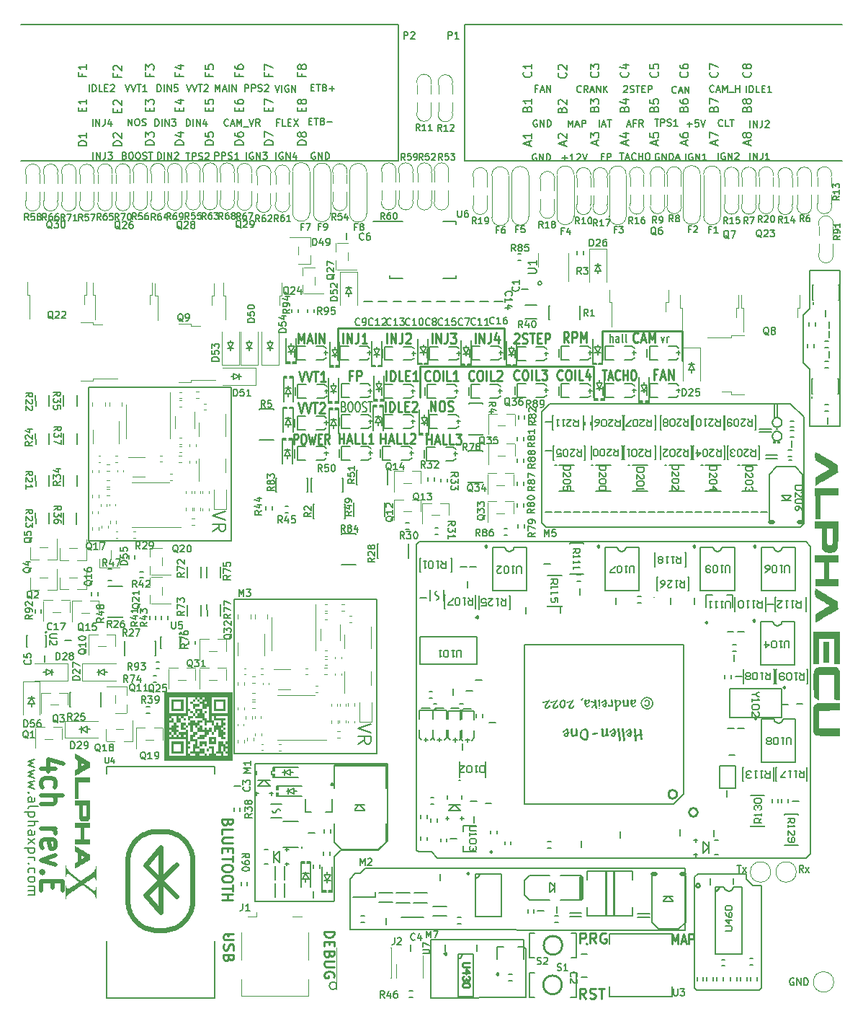
<source format=gto>
G75*
G70*
%OFA0B0*%
%FSLAX25Y25*%
%IPPOS*%
%LPD*%
%AMOC8*
5,1,8,0,0,1.08239X$1,22.5*
%
%ADD107C,0.01968*%
%ADD182C,0.00689*%
%ADD238C,0.00650*%
%ADD57C,0.00787*%
%ADD58C,0.01575*%
%ADD59C,0.01969*%
%ADD61C,0.00800*%
%ADD67C,0.00472*%
%ADD74C,0.00984*%
%ADD75C,0.00669*%
%ADD76C,0.00886*%
%ADD77C,0.00500*%
%ADD78C,0.00591*%
%ADD79C,0.00390*%
%ADD80C,0.01000*%
%ADD81C,0.02484*%
X0000000Y0000000D02*
%LPD*%
G01*
D74*
X0146457Y0296260D02*
X0146457Y0311024D01*
X0268898Y0309646D02*
X0305906Y0309646D01*
X0305906Y0309646D02*
X0305906Y0295866D01*
X0184449Y0278740D02*
X0184449Y0293110D01*
X0264764Y0293110D02*
X0264764Y0278937D01*
X0146457Y0311024D02*
X0223425Y0311024D01*
X0184449Y0293110D02*
X0264764Y0293110D01*
X0268898Y0296260D02*
X0268898Y0309646D01*
X0223425Y0311024D02*
X0223425Y0296457D01*
D75*
X0119282Y0405934D02*
X0118232Y0405934D01*
X0118232Y0404284D02*
X0118232Y0407433D01*
X0119732Y0407433D01*
X0122432Y0404284D02*
X0120932Y0404284D01*
X0120932Y0407433D01*
X0123481Y0405934D02*
X0124531Y0405934D01*
X0124981Y0404284D02*
X0123481Y0404284D01*
X0123481Y0407433D01*
X0124981Y0407433D01*
X0126031Y0407433D02*
X0128131Y0404284D01*
X0128131Y0407433D02*
X0126031Y0404284D01*
X0337265Y0403697D02*
X0337265Y0406846D01*
X0338765Y0403697D02*
X0338765Y0406846D01*
X0340565Y0403697D01*
X0340565Y0406846D01*
X0342964Y0406846D02*
X0342964Y0404597D01*
X0342814Y0404147D01*
X0342514Y0403847D01*
X0342064Y0403697D01*
X0341764Y0403697D01*
X0344314Y0406546D02*
X0344464Y0406696D01*
X0344764Y0406846D01*
X0345514Y0406846D01*
X0345814Y0406696D01*
X0345964Y0406546D01*
X0346114Y0406246D01*
X0346114Y0405946D01*
X0345964Y0405497D01*
X0344164Y0403697D01*
X0346114Y0403697D01*
X0303126Y0419780D02*
X0302976Y0419630D01*
X0302526Y0419480D01*
X0302226Y0419480D01*
X0301776Y0419630D01*
X0301476Y0419930D01*
X0301326Y0420230D01*
X0301176Y0420830D01*
X0301176Y0421280D01*
X0301326Y0421880D01*
X0301476Y0422180D01*
X0301776Y0422480D01*
X0302226Y0422630D01*
X0302526Y0422630D01*
X0302976Y0422480D01*
X0303126Y0422330D01*
X0304326Y0420380D02*
X0305826Y0420380D01*
X0304026Y0419480D02*
X0305076Y0422630D01*
X0306125Y0419480D01*
X0307175Y0419480D02*
X0307175Y0422630D01*
X0308975Y0419480D01*
X0308975Y0422630D01*
X0238294Y0391322D02*
X0237994Y0391472D01*
X0237544Y0391472D01*
X0237094Y0391322D01*
X0236794Y0391022D01*
X0236644Y0390722D01*
X0236494Y0390123D01*
X0236494Y0389673D01*
X0236644Y0389073D01*
X0236794Y0388773D01*
X0237094Y0388473D01*
X0237544Y0388323D01*
X0237844Y0388323D01*
X0238294Y0388473D01*
X0238444Y0388623D01*
X0238444Y0389673D01*
X0237844Y0389673D01*
X0239794Y0388323D02*
X0239794Y0391472D01*
X0241594Y0388323D01*
X0241594Y0391472D01*
X0243094Y0388323D02*
X0243094Y0391472D01*
X0243844Y0391472D01*
X0244293Y0391322D01*
X0244593Y0391022D01*
X0244743Y0390722D01*
X0244893Y0390123D01*
X0244893Y0389673D01*
X0244743Y0389073D01*
X0244593Y0388773D01*
X0244293Y0388473D01*
X0243844Y0388323D01*
X0243094Y0388323D01*
D57*
X0296110Y0306946D02*
X0296860Y0304321D01*
X0297610Y0306946D01*
X0298810Y0304321D02*
X0298810Y0306946D01*
X0298810Y0306196D02*
X0298960Y0306571D01*
X0299109Y0306759D01*
X0299409Y0306946D01*
X0299709Y0306946D01*
D75*
X0076378Y0404284D02*
X0076378Y0407433D01*
X0077128Y0407433D01*
X0077578Y0407283D01*
X0077878Y0406984D01*
X0078028Y0406684D01*
X0078178Y0406084D01*
X0078178Y0405634D01*
X0078028Y0405034D01*
X0077878Y0404734D01*
X0077578Y0404434D01*
X0077128Y0404284D01*
X0076378Y0404284D01*
X0079528Y0404284D02*
X0079528Y0407433D01*
X0081027Y0404284D02*
X0081027Y0407433D01*
X0082827Y0404284D01*
X0082827Y0407433D01*
X0085677Y0406384D02*
X0085677Y0404284D01*
X0084927Y0407583D02*
X0084177Y0405334D01*
X0086127Y0405334D01*
X0103459Y0420229D02*
X0103459Y0423378D01*
X0104659Y0423378D01*
X0104959Y0423228D01*
X0105109Y0423078D01*
X0105259Y0422778D01*
X0105259Y0422328D01*
X0105109Y0422028D01*
X0104959Y0421879D01*
X0104659Y0421729D01*
X0103459Y0421729D01*
X0106609Y0420229D02*
X0106609Y0423378D01*
X0107808Y0423378D01*
X0108108Y0423228D01*
X0108258Y0423078D01*
X0108408Y0422778D01*
X0108408Y0422328D01*
X0108258Y0422028D01*
X0108108Y0421879D01*
X0107808Y0421729D01*
X0106609Y0421729D01*
X0109608Y0420379D02*
X0110058Y0420229D01*
X0110808Y0420229D01*
X0111108Y0420379D01*
X0111258Y0420529D01*
X0111408Y0420829D01*
X0111408Y0421129D01*
X0111258Y0421429D01*
X0111108Y0421579D01*
X0110808Y0421729D01*
X0110208Y0421879D01*
X0109908Y0422028D01*
X0109758Y0422178D01*
X0109608Y0422478D01*
X0109608Y0422778D01*
X0109758Y0423078D01*
X0109908Y0423228D01*
X0110208Y0423378D01*
X0110958Y0423378D01*
X0111408Y0423228D01*
X0112608Y0423078D02*
X0112758Y0423228D01*
X0113058Y0423378D01*
X0113808Y0423378D01*
X0114108Y0423228D01*
X0114258Y0423078D01*
X0114408Y0422778D01*
X0114408Y0422478D01*
X0114258Y0422028D01*
X0112458Y0420229D01*
X0114408Y0420229D01*
D74*
X0128468Y0290973D02*
X0129781Y0286249D01*
X0131093Y0290973D01*
X0131843Y0290973D02*
X0133155Y0286249D01*
X0134468Y0290973D01*
X0135217Y0290973D02*
X0137467Y0290973D01*
X0136342Y0286249D02*
X0136342Y0290973D01*
X0140842Y0286249D02*
X0138592Y0286249D01*
X0139717Y0286249D02*
X0139717Y0290973D01*
X0139342Y0290298D01*
X0138967Y0289848D01*
X0138592Y0289623D01*
X0228168Y0308043D02*
X0228356Y0308268D01*
X0228731Y0308493D01*
X0229668Y0308493D01*
X0230043Y0308268D01*
X0230231Y0308043D01*
X0230418Y0307593D01*
X0230418Y0307143D01*
X0230231Y0306468D01*
X0227981Y0303768D01*
X0230418Y0303768D01*
X0231918Y0303993D02*
X0232480Y0303768D01*
X0233418Y0303768D01*
X0233793Y0303993D01*
X0233980Y0304218D01*
X0234168Y0304668D01*
X0234168Y0305118D01*
X0233980Y0305568D01*
X0233793Y0305793D01*
X0233418Y0306018D01*
X0232668Y0306243D01*
X0232293Y0306468D01*
X0232105Y0306693D01*
X0231918Y0307143D01*
X0231918Y0307593D01*
X0232105Y0308043D01*
X0232293Y0308268D01*
X0232668Y0308493D01*
X0233605Y0308493D01*
X0234168Y0308268D01*
X0235292Y0308493D02*
X0237542Y0308493D01*
X0236417Y0303768D02*
X0236417Y0308493D01*
X0238855Y0306243D02*
X0240167Y0306243D01*
X0240729Y0303768D02*
X0238855Y0303768D01*
X0238855Y0308493D01*
X0240729Y0308493D01*
X0242417Y0303768D02*
X0242417Y0308493D01*
X0243916Y0308493D01*
X0244291Y0308268D01*
X0244479Y0308043D01*
X0244666Y0307593D01*
X0244666Y0306918D01*
X0244479Y0306468D01*
X0244291Y0306243D01*
X0243916Y0306018D01*
X0242417Y0306018D01*
D75*
X0047769Y0390579D02*
X0048219Y0390429D01*
X0048369Y0390279D01*
X0048519Y0389979D01*
X0048519Y0389529D01*
X0048369Y0389229D01*
X0048219Y0389079D01*
X0047919Y0388930D01*
X0046719Y0388930D01*
X0046719Y0392079D01*
X0047769Y0392079D01*
X0048069Y0391929D01*
X0048219Y0391779D01*
X0048369Y0391479D01*
X0048369Y0391179D01*
X0048219Y0390879D01*
X0048069Y0390729D01*
X0047769Y0390579D01*
X0046719Y0390579D01*
X0050469Y0392079D02*
X0051069Y0392079D01*
X0051369Y0391929D01*
X0051669Y0391629D01*
X0051819Y0391029D01*
X0051819Y0389979D01*
X0051669Y0389379D01*
X0051369Y0389079D01*
X0051069Y0388930D01*
X0050469Y0388930D01*
X0050169Y0389079D01*
X0049869Y0389379D01*
X0049719Y0389979D01*
X0049719Y0391029D01*
X0049869Y0391629D01*
X0050169Y0391929D01*
X0050469Y0392079D01*
X0053768Y0392079D02*
X0054368Y0392079D01*
X0054668Y0391929D01*
X0054968Y0391629D01*
X0055118Y0391029D01*
X0055118Y0389979D01*
X0054968Y0389379D01*
X0054668Y0389079D01*
X0054368Y0388930D01*
X0053768Y0388930D01*
X0053468Y0389079D01*
X0053168Y0389379D01*
X0053018Y0389979D01*
X0053018Y0391029D01*
X0053168Y0391629D01*
X0053468Y0391929D01*
X0053768Y0392079D01*
X0056318Y0389079D02*
X0056768Y0388930D01*
X0057518Y0388930D01*
X0057818Y0389079D01*
X0057968Y0389229D01*
X0058118Y0389529D01*
X0058118Y0389829D01*
X0057968Y0390129D01*
X0057818Y0390279D01*
X0057518Y0390429D01*
X0056918Y0390579D01*
X0056618Y0390729D01*
X0056468Y0390879D01*
X0056318Y0391179D01*
X0056318Y0391479D01*
X0056468Y0391779D01*
X0056618Y0391929D01*
X0056918Y0392079D01*
X0057668Y0392079D01*
X0058118Y0391929D01*
X0059018Y0392079D02*
X0060817Y0392079D01*
X0059918Y0388930D02*
X0059918Y0392079D01*
D74*
X0168570Y0272272D02*
X0168570Y0276997D01*
X0170444Y0272272D02*
X0170444Y0276997D01*
X0171382Y0276997D01*
X0171944Y0276772D01*
X0172319Y0276322D01*
X0172507Y0275872D01*
X0172694Y0274972D01*
X0172694Y0274297D01*
X0172507Y0273397D01*
X0172319Y0272947D01*
X0171944Y0272497D01*
X0171382Y0272272D01*
X0170444Y0272272D01*
X0176256Y0272272D02*
X0174381Y0272272D01*
X0174381Y0276997D01*
X0177568Y0274747D02*
X0178881Y0274747D01*
X0179443Y0272272D02*
X0177568Y0272272D01*
X0177568Y0276997D01*
X0179443Y0276997D01*
X0180943Y0276547D02*
X0181130Y0276772D01*
X0181505Y0276997D01*
X0182443Y0276997D01*
X0182818Y0276772D01*
X0183005Y0276547D01*
X0183193Y0276097D01*
X0183193Y0275647D01*
X0183005Y0274972D01*
X0180756Y0272272D01*
X0183193Y0272272D01*
D57*
X0272432Y0304321D02*
X0272432Y0308258D01*
X0273781Y0304321D02*
X0273781Y0306384D01*
X0273631Y0306759D01*
X0273331Y0306946D01*
X0272882Y0306946D01*
X0272582Y0306759D01*
X0272432Y0306571D01*
X0276631Y0304321D02*
X0276631Y0306384D01*
X0276481Y0306759D01*
X0276181Y0306946D01*
X0275581Y0306946D01*
X0275281Y0306759D01*
X0276631Y0304509D02*
X0276331Y0304321D01*
X0275581Y0304321D01*
X0275281Y0304509D01*
X0275131Y0304884D01*
X0275131Y0305259D01*
X0275281Y0305634D01*
X0275581Y0305821D01*
X0276331Y0305821D01*
X0276631Y0306009D01*
X0278581Y0304321D02*
X0278281Y0304509D01*
X0278131Y0304884D01*
X0278131Y0308258D01*
X0280231Y0304321D02*
X0279931Y0304509D01*
X0279781Y0304884D01*
X0279781Y0308258D01*
D74*
X0147047Y0257508D02*
X0147047Y0262233D01*
X0147047Y0259983D02*
X0149297Y0259983D01*
X0149297Y0257508D02*
X0149297Y0262233D01*
X0150984Y0258858D02*
X0152859Y0258858D01*
X0150609Y0257508D02*
X0151922Y0262233D01*
X0153234Y0257508D01*
X0156421Y0257508D02*
X0154546Y0257508D01*
X0154546Y0262233D01*
X0159608Y0257508D02*
X0157733Y0257508D01*
X0157733Y0262233D01*
X0162983Y0257508D02*
X0160733Y0257508D01*
X0161858Y0257508D02*
X0161858Y0262233D01*
X0161483Y0261558D01*
X0161108Y0261108D01*
X0160733Y0260883D01*
X0190036Y0303768D02*
X0190036Y0308493D01*
X0191910Y0303768D02*
X0191910Y0308493D01*
X0194160Y0303768D01*
X0194160Y0308493D01*
X0197160Y0308493D02*
X0197160Y0305118D01*
X0196972Y0304443D01*
X0196597Y0303993D01*
X0196035Y0303768D01*
X0195660Y0303768D01*
X0198660Y0308493D02*
X0201097Y0308493D01*
X0199784Y0306693D01*
X0200347Y0306693D01*
X0200722Y0306468D01*
X0200909Y0306243D01*
X0201097Y0305793D01*
X0201097Y0304668D01*
X0200909Y0304218D01*
X0200722Y0303993D01*
X0200347Y0303768D01*
X0199222Y0303768D01*
X0198847Y0303993D01*
X0198660Y0304218D01*
X0253300Y0304359D02*
X0251987Y0306609D01*
X0251050Y0304359D02*
X0251050Y0309083D01*
X0252550Y0309083D01*
X0252925Y0308858D01*
X0253112Y0308633D01*
X0253300Y0308183D01*
X0253300Y0307508D01*
X0253112Y0307058D01*
X0252925Y0306834D01*
X0252550Y0306609D01*
X0251050Y0306609D01*
X0254987Y0304359D02*
X0254987Y0309083D01*
X0256487Y0309083D01*
X0256862Y0308858D01*
X0257049Y0308633D01*
X0257237Y0308183D01*
X0257237Y0307508D01*
X0257049Y0307058D01*
X0256862Y0306834D01*
X0256487Y0306609D01*
X0254987Y0306609D01*
X0258924Y0304359D02*
X0258924Y0309083D01*
X0260236Y0305709D01*
X0261549Y0309083D01*
X0261549Y0304359D01*
D75*
X0278748Y0422655D02*
X0278898Y0422805D01*
X0279198Y0422955D01*
X0279948Y0422955D01*
X0280248Y0422805D01*
X0280398Y0422655D01*
X0280548Y0422355D01*
X0280548Y0422055D01*
X0280398Y0421605D01*
X0278598Y0419805D01*
X0280548Y0419805D01*
X0281748Y0419955D02*
X0282198Y0419805D01*
X0282948Y0419805D01*
X0283248Y0419955D01*
X0283398Y0420105D01*
X0283548Y0420405D01*
X0283548Y0420705D01*
X0283398Y0421005D01*
X0283248Y0421155D01*
X0282948Y0421305D01*
X0282348Y0421455D01*
X0282048Y0421605D01*
X0281898Y0421755D01*
X0281748Y0422055D01*
X0281748Y0422355D01*
X0281898Y0422655D01*
X0282048Y0422805D01*
X0282348Y0422955D01*
X0283098Y0422955D01*
X0283548Y0422805D01*
X0284447Y0422955D02*
X0286247Y0422955D01*
X0285347Y0419805D02*
X0285347Y0422955D01*
X0287297Y0421455D02*
X0288347Y0421455D01*
X0288797Y0419805D02*
X0287297Y0419805D01*
X0287297Y0422955D01*
X0288797Y0422955D01*
X0290147Y0419805D02*
X0290147Y0422955D01*
X0291347Y0422955D01*
X0291647Y0422805D01*
X0291797Y0422655D01*
X0291947Y0422355D01*
X0291947Y0421905D01*
X0291797Y0421605D01*
X0291647Y0421455D01*
X0291347Y0421305D01*
X0290147Y0421305D01*
D74*
X0148894Y0303965D02*
X0148894Y0308690D01*
X0150769Y0303965D02*
X0150769Y0308690D01*
X0153018Y0303965D01*
X0153018Y0308690D01*
X0156018Y0308690D02*
X0156018Y0305315D01*
X0155831Y0304640D01*
X0155456Y0304190D01*
X0154893Y0303965D01*
X0154518Y0303965D01*
X0159955Y0303965D02*
X0157705Y0303965D01*
X0158830Y0303965D02*
X0158830Y0308690D01*
X0158455Y0308015D01*
X0158080Y0307565D01*
X0157705Y0307340D01*
D75*
X0259040Y0420105D02*
X0258890Y0419955D01*
X0258440Y0419805D01*
X0258140Y0419805D01*
X0257690Y0419955D01*
X0257390Y0420255D01*
X0257240Y0420555D01*
X0257091Y0421155D01*
X0257091Y0421605D01*
X0257240Y0422205D01*
X0257390Y0422505D01*
X0257690Y0422805D01*
X0258140Y0422955D01*
X0258440Y0422955D01*
X0258890Y0422805D01*
X0259040Y0422655D01*
X0262190Y0419805D02*
X0261140Y0421305D01*
X0260390Y0419805D02*
X0260390Y0422955D01*
X0261590Y0422955D01*
X0261890Y0422805D01*
X0262040Y0422655D01*
X0262190Y0422355D01*
X0262190Y0421905D01*
X0262040Y0421605D01*
X0261890Y0421455D01*
X0261590Y0421305D01*
X0260390Y0421305D01*
X0263390Y0420705D02*
X0264890Y0420705D01*
X0263090Y0419805D02*
X0264140Y0422955D01*
X0265189Y0419805D01*
X0266239Y0419805D02*
X0266239Y0422955D01*
X0268039Y0419805D01*
X0268039Y0422955D01*
X0269539Y0419805D02*
X0269539Y0422955D01*
X0271339Y0419805D02*
X0269989Y0421605D01*
X0271339Y0422955D02*
X0269539Y0421155D01*
D74*
X0128075Y0276406D02*
X0129387Y0271682D01*
X0130699Y0276406D01*
X0131449Y0276406D02*
X0132762Y0271682D01*
X0134074Y0276406D01*
X0134824Y0276406D02*
X0137073Y0276406D01*
X0135949Y0271682D02*
X0135949Y0276406D01*
X0138198Y0275956D02*
X0138386Y0276181D01*
X0138761Y0276406D01*
X0139698Y0276406D01*
X0140073Y0276181D01*
X0140261Y0275956D01*
X0140448Y0275506D01*
X0140448Y0275056D01*
X0140261Y0274381D01*
X0138011Y0271682D01*
X0140448Y0271682D01*
D75*
X0253145Y0403878D02*
X0253145Y0407027D01*
X0254194Y0404777D01*
X0255244Y0407027D01*
X0255244Y0403878D01*
X0256594Y0404777D02*
X0258094Y0404777D01*
X0256294Y0403878D02*
X0257344Y0407027D01*
X0258394Y0403878D01*
X0259444Y0403878D02*
X0259444Y0407027D01*
X0260644Y0407027D01*
X0260944Y0406877D01*
X0261094Y0406727D01*
X0261244Y0406427D01*
X0261244Y0405977D01*
X0261094Y0405677D01*
X0260944Y0405527D01*
X0260644Y0405377D01*
X0259444Y0405377D01*
D74*
X0209467Y0287092D02*
X0209280Y0286867D01*
X0208717Y0286642D01*
X0208342Y0286642D01*
X0207780Y0286867D01*
X0207405Y0287317D01*
X0207217Y0287767D01*
X0207030Y0288667D01*
X0207030Y0289342D01*
X0207217Y0290242D01*
X0207405Y0290692D01*
X0207780Y0291142D01*
X0208342Y0291367D01*
X0208717Y0291367D01*
X0209280Y0291142D01*
X0209467Y0290917D01*
X0211904Y0291367D02*
X0212654Y0291367D01*
X0213029Y0291142D01*
X0213404Y0290692D01*
X0213592Y0289792D01*
X0213592Y0288217D01*
X0213404Y0287317D01*
X0213029Y0286867D01*
X0212654Y0286642D01*
X0211904Y0286642D01*
X0211529Y0286867D01*
X0211154Y0287317D01*
X0210967Y0288217D01*
X0210967Y0289792D01*
X0211154Y0290692D01*
X0211529Y0291142D01*
X0211904Y0291367D01*
X0215279Y0286642D02*
X0215279Y0291367D01*
X0219028Y0286642D02*
X0217154Y0286642D01*
X0217154Y0291367D01*
X0220153Y0290917D02*
X0220341Y0291142D01*
X0220716Y0291367D01*
X0221653Y0291367D01*
X0222028Y0291142D01*
X0222216Y0290917D01*
X0222403Y0290467D01*
X0222403Y0290017D01*
X0222216Y0289342D01*
X0219966Y0286642D01*
X0222403Y0286642D01*
D75*
X0331235Y0062595D02*
X0333080Y0062595D01*
X0332158Y0059366D02*
X0332158Y0062595D01*
X0333849Y0059366D02*
X0335540Y0061519D01*
X0333849Y0061519D02*
X0335540Y0059366D01*
X0250302Y0389523D02*
X0252702Y0389523D01*
X0251502Y0388323D02*
X0251502Y0390722D01*
X0255851Y0388323D02*
X0254052Y0388323D01*
X0254951Y0388323D02*
X0254951Y0391472D01*
X0254652Y0391022D01*
X0254352Y0390722D01*
X0254052Y0390572D01*
X0257051Y0391172D02*
X0257201Y0391322D01*
X0257501Y0391472D01*
X0258251Y0391472D01*
X0258551Y0391322D01*
X0258701Y0391172D01*
X0258851Y0390872D01*
X0258851Y0390572D01*
X0258701Y0390123D01*
X0256901Y0388323D01*
X0258851Y0388323D01*
X0259751Y0391472D02*
X0260801Y0388323D01*
X0261851Y0391472D01*
X0307426Y0388480D02*
X0307426Y0391630D01*
X0310576Y0391480D02*
X0310276Y0391630D01*
X0309826Y0391630D01*
X0309376Y0391480D01*
X0309076Y0391180D01*
X0308926Y0390880D01*
X0308776Y0390280D01*
X0308776Y0389830D01*
X0308926Y0389230D01*
X0309076Y0388930D01*
X0309376Y0388630D01*
X0309826Y0388480D01*
X0310126Y0388480D01*
X0310576Y0388630D01*
X0310726Y0388780D01*
X0310726Y0389830D01*
X0310126Y0389830D01*
X0312076Y0388480D02*
X0312076Y0391630D01*
X0313875Y0388480D01*
X0313875Y0391630D01*
X0317025Y0388480D02*
X0315225Y0388480D01*
X0316125Y0388480D02*
X0316125Y0391630D01*
X0315825Y0391180D01*
X0315525Y0390880D01*
X0315225Y0390730D01*
X0280459Y0404850D02*
X0281959Y0404850D01*
X0280159Y0403950D02*
X0281209Y0407100D01*
X0282259Y0403950D01*
X0284358Y0405600D02*
X0283309Y0405600D01*
X0283309Y0403950D02*
X0283309Y0407100D01*
X0284808Y0407100D01*
X0287808Y0403950D02*
X0286758Y0405450D01*
X0286008Y0403950D02*
X0286008Y0407100D01*
X0287208Y0407100D01*
X0287508Y0406950D01*
X0287658Y0406800D01*
X0287808Y0406500D01*
X0287808Y0406050D01*
X0287658Y0405750D01*
X0287508Y0405600D01*
X0287208Y0405450D01*
X0286008Y0405450D01*
X0031430Y0420229D02*
X0031430Y0423378D01*
X0032930Y0420229D02*
X0032930Y0423378D01*
X0033680Y0423378D01*
X0034130Y0423228D01*
X0034430Y0422928D01*
X0034580Y0422628D01*
X0034730Y0422028D01*
X0034730Y0421579D01*
X0034580Y0420979D01*
X0034430Y0420679D01*
X0034130Y0420379D01*
X0033680Y0420229D01*
X0032930Y0420229D01*
X0037580Y0420229D02*
X0036080Y0420229D01*
X0036080Y0423378D01*
X0038630Y0421879D02*
X0039679Y0421879D01*
X0040129Y0420229D02*
X0038630Y0420229D01*
X0038630Y0423378D01*
X0040129Y0423378D01*
X0041329Y0423078D02*
X0041479Y0423228D01*
X0041779Y0423378D01*
X0042529Y0423378D01*
X0042829Y0423228D01*
X0042979Y0423078D01*
X0043129Y0422778D01*
X0043129Y0422478D01*
X0042979Y0422028D01*
X0041179Y0420229D01*
X0043129Y0420229D01*
D59*
X0015889Y0107251D02*
X0009327Y0107251D01*
X0019638Y0109407D02*
X0012608Y0111563D01*
X0012608Y0105957D01*
X0009796Y0098627D02*
X0009327Y0099489D01*
X0009327Y0101214D01*
X0009796Y0102076D01*
X0010264Y0102508D01*
X0011202Y0102939D01*
X0014014Y0102939D01*
X0014951Y0102508D01*
X0015420Y0102076D01*
X0015889Y0101214D01*
X0015889Y0099489D01*
X0015420Y0098627D01*
X0009327Y0094746D02*
X0019169Y0094746D01*
X0009327Y0090865D02*
X0014483Y0090865D01*
X0015420Y0091296D01*
X0015889Y0092159D01*
X0015889Y0093452D01*
X0015420Y0094315D01*
X0014951Y0094746D01*
X0009327Y0079654D02*
X0015889Y0079654D01*
X0014014Y0079654D02*
X0014951Y0079223D01*
X0015420Y0078792D01*
X0015889Y0077929D01*
X0015889Y0077067D01*
X0009796Y0070599D02*
X0009327Y0071461D01*
X0009327Y0073186D01*
X0009796Y0074049D01*
X0010733Y0074480D01*
X0014483Y0074480D01*
X0015420Y0074049D01*
X0015889Y0073186D01*
X0015889Y0071461D01*
X0015420Y0070599D01*
X0014483Y0070168D01*
X0013545Y0070168D01*
X0012608Y0074480D01*
X0015889Y0067149D02*
X0009327Y0064993D01*
X0015889Y0062837D01*
X0010264Y0059388D02*
X0009796Y0058957D01*
X0009327Y0059388D01*
X0009796Y0059819D01*
X0010264Y0059388D01*
X0009327Y0059388D01*
X0014483Y0055076D02*
X0014483Y0052058D01*
X0009327Y0050764D02*
X0009327Y0055076D01*
X0019169Y0055076D01*
X0019169Y0050764D01*
D74*
X0153121Y0289013D02*
X0151809Y0289013D01*
X0151809Y0286538D02*
X0151809Y0291262D01*
X0153684Y0291262D01*
X0155184Y0286538D02*
X0155184Y0291262D01*
X0156684Y0291262D01*
X0157058Y0291038D01*
X0157246Y0290813D01*
X0157433Y0290363D01*
X0157433Y0289688D01*
X0157246Y0289238D01*
X0157058Y0289013D01*
X0156684Y0288788D01*
X0155184Y0288788D01*
D75*
X0238842Y0421539D02*
X0237792Y0421539D01*
X0237792Y0419890D02*
X0237792Y0423039D01*
X0239292Y0423039D01*
X0240341Y0420789D02*
X0241841Y0420789D01*
X0240041Y0419890D02*
X0241091Y0423039D01*
X0242141Y0419890D01*
X0243191Y0419890D02*
X0243191Y0423039D01*
X0244991Y0419890D01*
X0244991Y0423039D01*
X0033249Y0388930D02*
X0033249Y0392079D01*
X0034749Y0388930D02*
X0034749Y0392079D01*
X0036549Y0388930D01*
X0036549Y0392079D01*
X0038948Y0392079D02*
X0038948Y0389829D01*
X0038798Y0389379D01*
X0038498Y0389079D01*
X0038048Y0388930D01*
X0037748Y0388930D01*
X0040148Y0392079D02*
X0042098Y0392079D01*
X0041048Y0390879D01*
X0041498Y0390879D01*
X0041798Y0390729D01*
X0041948Y0390579D01*
X0042098Y0390279D01*
X0042098Y0389529D01*
X0041948Y0389229D01*
X0041798Y0389079D01*
X0041498Y0388930D01*
X0040598Y0388930D01*
X0040298Y0389079D01*
X0040148Y0389229D01*
X0238683Y0406998D02*
X0238383Y0407148D01*
X0237933Y0407148D01*
X0237483Y0406998D01*
X0237183Y0406698D01*
X0237033Y0406398D01*
X0236883Y0405798D01*
X0236883Y0405348D01*
X0237033Y0404748D01*
X0237183Y0404448D01*
X0237483Y0404148D01*
X0237933Y0403998D01*
X0238233Y0403998D01*
X0238683Y0404148D01*
X0238833Y0404298D01*
X0238833Y0405348D01*
X0238233Y0405348D01*
X0240182Y0403998D02*
X0240182Y0407148D01*
X0241982Y0403998D01*
X0241982Y0407148D01*
X0243482Y0403998D02*
X0243482Y0407148D01*
X0244232Y0407148D01*
X0244682Y0406998D01*
X0244982Y0406698D01*
X0245132Y0406398D01*
X0245282Y0405798D01*
X0245282Y0405348D01*
X0245132Y0404748D01*
X0244982Y0404448D01*
X0244682Y0404148D01*
X0244232Y0403998D01*
X0243482Y0403998D01*
D74*
X0285471Y0304612D02*
X0285283Y0304387D01*
X0284721Y0304162D01*
X0284346Y0304162D01*
X0283783Y0304387D01*
X0283408Y0304837D01*
X0283221Y0305287D01*
X0283033Y0306187D01*
X0283033Y0306862D01*
X0283221Y0307762D01*
X0283408Y0308211D01*
X0283783Y0308661D01*
X0284346Y0308886D01*
X0284721Y0308886D01*
X0285283Y0308661D01*
X0285471Y0308436D01*
X0286970Y0305512D02*
X0288845Y0305512D01*
X0286595Y0304162D02*
X0287908Y0308886D01*
X0289220Y0304162D01*
X0290532Y0304162D02*
X0290532Y0308886D01*
X0291845Y0305512D01*
X0293157Y0308886D01*
X0293157Y0304162D01*
D75*
X0320566Y0420332D02*
X0320416Y0420182D01*
X0319966Y0420032D01*
X0319666Y0420032D01*
X0319216Y0420182D01*
X0318916Y0420482D01*
X0318766Y0420782D01*
X0318616Y0421382D01*
X0318616Y0421832D01*
X0318766Y0422432D01*
X0318916Y0422732D01*
X0319216Y0423031D01*
X0319666Y0423181D01*
X0319966Y0423181D01*
X0320416Y0423031D01*
X0320566Y0422882D01*
X0321766Y0420932D02*
X0323266Y0420932D01*
X0321466Y0420032D02*
X0322516Y0423181D01*
X0323566Y0420032D01*
X0324616Y0420032D02*
X0324616Y0423181D01*
X0325666Y0420932D01*
X0326715Y0423181D01*
X0326715Y0420032D01*
X0327465Y0419732D02*
X0329865Y0419732D01*
X0330615Y0420032D02*
X0330615Y0423181D01*
X0330615Y0421682D02*
X0332415Y0421682D01*
X0332415Y0420032D02*
X0332415Y0423181D01*
X0063189Y0388930D02*
X0063189Y0392079D01*
X0063939Y0392079D01*
X0064389Y0391929D01*
X0064689Y0391629D01*
X0064839Y0391329D01*
X0064989Y0390729D01*
X0064989Y0390279D01*
X0064839Y0389679D01*
X0064689Y0389379D01*
X0064389Y0389079D01*
X0063939Y0388930D01*
X0063189Y0388930D01*
X0066339Y0388930D02*
X0066339Y0392079D01*
X0067838Y0388930D02*
X0067838Y0392079D01*
X0069638Y0388930D01*
X0069638Y0392079D01*
X0070988Y0391779D02*
X0071138Y0391929D01*
X0071438Y0392079D01*
X0072188Y0392079D01*
X0072488Y0391929D01*
X0072638Y0391779D01*
X0072788Y0391479D01*
X0072788Y0391179D01*
X0072638Y0390729D01*
X0070838Y0388930D01*
X0072788Y0388930D01*
D74*
X0166339Y0257508D02*
X0166339Y0262233D01*
X0166339Y0259983D02*
X0168588Y0259983D01*
X0168588Y0257508D02*
X0168588Y0262233D01*
X0170276Y0258858D02*
X0172150Y0258858D01*
X0169901Y0257508D02*
X0171213Y0262233D01*
X0172525Y0257508D01*
X0175712Y0257508D02*
X0173838Y0257508D01*
X0173838Y0262233D01*
X0178900Y0257508D02*
X0177025Y0257508D01*
X0177025Y0262233D01*
X0180024Y0261783D02*
X0180212Y0262008D01*
X0180587Y0262233D01*
X0181524Y0262233D01*
X0181899Y0262008D01*
X0182087Y0261783D01*
X0182274Y0261333D01*
X0182274Y0260883D01*
X0182087Y0260208D01*
X0179837Y0257508D01*
X0182274Y0257508D01*
D75*
X0048247Y0423378D02*
X0049297Y0420229D01*
X0050347Y0423378D01*
X0050947Y0423378D02*
X0051997Y0420229D01*
X0053046Y0423378D01*
X0053646Y0423378D02*
X0055446Y0423378D01*
X0054546Y0420229D02*
X0054546Y0423378D01*
X0058146Y0420229D02*
X0056346Y0420229D01*
X0057246Y0420229D02*
X0057246Y0423378D01*
X0056946Y0422928D01*
X0056646Y0422628D01*
X0056346Y0422478D01*
X0135986Y0391929D02*
X0135686Y0392079D01*
X0135236Y0392079D01*
X0134786Y0391929D01*
X0134486Y0391629D01*
X0134336Y0391329D01*
X0134186Y0390729D01*
X0134186Y0390279D01*
X0134336Y0389679D01*
X0134486Y0389379D01*
X0134786Y0389079D01*
X0135236Y0388930D01*
X0135536Y0388930D01*
X0135986Y0389079D01*
X0136136Y0389229D01*
X0136136Y0390279D01*
X0135536Y0390279D01*
X0137486Y0388930D02*
X0137486Y0392079D01*
X0139286Y0388930D01*
X0139286Y0392079D01*
X0140786Y0388930D02*
X0140786Y0392079D01*
X0141535Y0392079D01*
X0141985Y0391929D01*
X0142285Y0391629D01*
X0142435Y0391329D01*
X0142585Y0390729D01*
X0142585Y0390279D01*
X0142435Y0389679D01*
X0142285Y0389379D01*
X0141985Y0389079D01*
X0141535Y0388930D01*
X0140786Y0388930D01*
X0076594Y0423378D02*
X0077643Y0420229D01*
X0078693Y0423378D01*
X0079293Y0423378D02*
X0080343Y0420229D01*
X0081393Y0423378D01*
X0081993Y0423378D02*
X0083793Y0423378D01*
X0082893Y0420229D02*
X0082893Y0423378D01*
X0084693Y0423078D02*
X0084843Y0423228D01*
X0085142Y0423378D01*
X0085892Y0423378D01*
X0086192Y0423228D01*
X0086342Y0423078D01*
X0086492Y0422778D01*
X0086492Y0422478D01*
X0086342Y0422028D01*
X0084543Y0420229D01*
X0086492Y0420229D01*
D74*
X0187598Y0257115D02*
X0187598Y0261839D01*
X0187598Y0259589D02*
X0189848Y0259589D01*
X0189848Y0257115D02*
X0189848Y0261839D01*
X0191535Y0258465D02*
X0193410Y0258465D01*
X0191160Y0257115D02*
X0192473Y0261839D01*
X0193785Y0257115D01*
X0196972Y0257115D02*
X0195097Y0257115D01*
X0195097Y0261839D01*
X0200159Y0257115D02*
X0198285Y0257115D01*
X0198285Y0261839D01*
X0201097Y0261839D02*
X0203534Y0261839D01*
X0202222Y0260039D01*
X0202784Y0260039D01*
X0203159Y0259814D01*
X0203346Y0259589D01*
X0203534Y0259139D01*
X0203534Y0258015D01*
X0203346Y0257565D01*
X0203159Y0257340D01*
X0202784Y0257115D01*
X0201659Y0257115D01*
X0201284Y0257340D01*
X0201097Y0257565D01*
D75*
X0357383Y0010276D02*
X0357075Y0010429D01*
X0356614Y0010429D01*
X0356153Y0010276D01*
X0355846Y0009968D01*
X0355692Y0009661D01*
X0355538Y0009046D01*
X0355538Y0008585D01*
X0355692Y0007970D01*
X0355846Y0007662D01*
X0356153Y0007355D01*
X0356614Y0007201D01*
X0356922Y0007201D01*
X0357383Y0007355D01*
X0357537Y0007508D01*
X0357537Y0008585D01*
X0356922Y0008585D01*
X0358920Y0007201D02*
X0358920Y0010429D01*
X0360765Y0007201D01*
X0360765Y0010429D01*
X0362302Y0007201D02*
X0362302Y0010429D01*
X0363071Y0010429D01*
X0363532Y0010276D01*
X0363840Y0009968D01*
X0363993Y0009661D01*
X0364147Y0009046D01*
X0364147Y0008585D01*
X0363993Y0007970D01*
X0363840Y0007662D01*
X0363532Y0007355D01*
X0363071Y0007201D01*
X0362302Y0007201D01*
X0337350Y0388733D02*
X0337350Y0391882D01*
X0338849Y0388733D02*
X0338849Y0391882D01*
X0340649Y0388733D01*
X0340649Y0391882D01*
X0343049Y0391882D02*
X0343049Y0389633D01*
X0342899Y0389183D01*
X0342599Y0388883D01*
X0342149Y0388733D01*
X0341849Y0388733D01*
X0346198Y0388733D02*
X0344399Y0388733D01*
X0345299Y0388733D02*
X0345299Y0391882D01*
X0344999Y0391432D01*
X0344699Y0391132D01*
X0344399Y0390982D01*
X0049494Y0404481D02*
X0049494Y0407630D01*
X0051294Y0404481D01*
X0051294Y0407630D01*
X0053393Y0407630D02*
X0053993Y0407630D01*
X0054293Y0407480D01*
X0054593Y0407180D01*
X0054743Y0406580D01*
X0054743Y0405531D01*
X0054593Y0404931D01*
X0054293Y0404631D01*
X0053993Y0404481D01*
X0053393Y0404481D01*
X0053093Y0404631D01*
X0052793Y0404931D01*
X0052643Y0405531D01*
X0052643Y0406580D01*
X0052793Y0407180D01*
X0053093Y0407480D01*
X0053393Y0407630D01*
X0055943Y0404631D02*
X0056393Y0404481D01*
X0057143Y0404481D01*
X0057443Y0404631D01*
X0057593Y0404781D01*
X0057743Y0405081D01*
X0057743Y0405381D01*
X0057593Y0405681D01*
X0057443Y0405831D01*
X0057143Y0405981D01*
X0056543Y0406130D01*
X0056243Y0406280D01*
X0056093Y0406430D01*
X0055943Y0406730D01*
X0055943Y0407030D01*
X0056093Y0407330D01*
X0056243Y0407480D01*
X0056543Y0407630D01*
X0057293Y0407630D01*
X0057743Y0407480D01*
X0133183Y0406524D02*
X0134233Y0406524D01*
X0134683Y0404874D02*
X0133183Y0404874D01*
X0133183Y0408024D01*
X0134683Y0408024D01*
X0135583Y0408024D02*
X0137383Y0408024D01*
X0136483Y0404874D02*
X0136483Y0408024D01*
X0139483Y0406524D02*
X0139933Y0406374D01*
X0140082Y0406224D01*
X0140232Y0405924D01*
X0140232Y0405474D01*
X0140082Y0405174D01*
X0139933Y0405024D01*
X0139633Y0404874D01*
X0138433Y0404874D01*
X0138433Y0408024D01*
X0139483Y0408024D01*
X0139783Y0407874D01*
X0139933Y0407724D01*
X0140082Y0407424D01*
X0140082Y0407124D01*
X0139933Y0406824D01*
X0139783Y0406674D01*
X0139483Y0406524D01*
X0138433Y0406524D01*
X0141582Y0406074D02*
X0143982Y0406074D01*
X0134168Y0422075D02*
X0135217Y0422075D01*
X0135667Y0420426D02*
X0134168Y0420426D01*
X0134168Y0423575D01*
X0135667Y0423575D01*
X0136567Y0423575D02*
X0138367Y0423575D01*
X0137467Y0420426D02*
X0137467Y0423575D01*
X0140467Y0422075D02*
X0140917Y0421925D01*
X0141067Y0421775D01*
X0141217Y0421475D01*
X0141217Y0421026D01*
X0141067Y0420726D01*
X0140917Y0420576D01*
X0140617Y0420426D01*
X0139417Y0420426D01*
X0139417Y0423575D01*
X0140467Y0423575D01*
X0140767Y0423425D01*
X0140917Y0423275D01*
X0141067Y0422975D01*
X0141067Y0422675D01*
X0140917Y0422375D01*
X0140767Y0422225D01*
X0140467Y0422075D01*
X0139417Y0422075D01*
X0142567Y0421625D02*
X0144966Y0421625D01*
X0143766Y0420426D02*
X0143766Y0422825D01*
X0095866Y0404584D02*
X0095716Y0404434D01*
X0095266Y0404284D01*
X0094966Y0404284D01*
X0094516Y0404434D01*
X0094216Y0404734D01*
X0094066Y0405034D01*
X0093916Y0405634D01*
X0093916Y0406084D01*
X0094066Y0406684D01*
X0094216Y0406984D01*
X0094516Y0407283D01*
X0094966Y0407433D01*
X0095266Y0407433D01*
X0095716Y0407283D01*
X0095866Y0407133D01*
X0097066Y0405184D02*
X0098566Y0405184D01*
X0096766Y0404284D02*
X0097816Y0407433D01*
X0098866Y0404284D01*
X0099916Y0404284D02*
X0099916Y0407433D01*
X0100966Y0405184D01*
X0102015Y0407433D01*
X0102015Y0404284D01*
X0102765Y0403984D02*
X0105165Y0403984D01*
X0105465Y0407433D02*
X0106515Y0404284D01*
X0107565Y0407433D01*
X0110414Y0404284D02*
X0109364Y0405784D01*
X0108615Y0404284D02*
X0108615Y0407433D01*
X0109814Y0407433D01*
X0110114Y0407283D01*
X0110264Y0407133D01*
X0110414Y0406834D01*
X0110414Y0406384D01*
X0110264Y0406084D01*
X0110114Y0405934D01*
X0109814Y0405784D01*
X0108615Y0405784D01*
X0089679Y0388930D02*
X0089679Y0392079D01*
X0090879Y0392079D01*
X0091179Y0391929D01*
X0091329Y0391779D01*
X0091479Y0391479D01*
X0091479Y0391029D01*
X0091329Y0390729D01*
X0091179Y0390579D01*
X0090879Y0390429D01*
X0089679Y0390429D01*
X0092829Y0388930D02*
X0092829Y0392079D01*
X0094029Y0392079D01*
X0094329Y0391929D01*
X0094479Y0391779D01*
X0094629Y0391479D01*
X0094629Y0391029D01*
X0094479Y0390729D01*
X0094329Y0390579D01*
X0094029Y0390429D01*
X0092829Y0390429D01*
X0095829Y0389079D02*
X0096279Y0388930D01*
X0097028Y0388930D01*
X0097328Y0389079D01*
X0097478Y0389229D01*
X0097628Y0389529D01*
X0097628Y0389829D01*
X0097478Y0390129D01*
X0097328Y0390279D01*
X0097028Y0390429D01*
X0096429Y0390579D01*
X0096129Y0390729D01*
X0095979Y0390879D01*
X0095829Y0391179D01*
X0095829Y0391479D01*
X0095979Y0391779D01*
X0096129Y0391929D01*
X0096429Y0392079D01*
X0097178Y0392079D01*
X0097628Y0391929D01*
X0100628Y0388930D02*
X0098828Y0388930D01*
X0099728Y0388930D02*
X0099728Y0392079D01*
X0099428Y0391629D01*
X0099128Y0391329D01*
X0098828Y0391179D01*
D74*
X0210114Y0303965D02*
X0210114Y0308690D01*
X0211989Y0303965D02*
X0211989Y0308690D01*
X0214239Y0303965D01*
X0214239Y0308690D01*
X0217238Y0308690D02*
X0217238Y0305315D01*
X0217051Y0304640D01*
X0216676Y0304190D01*
X0216114Y0303965D01*
X0215739Y0303965D01*
X0220801Y0307115D02*
X0220801Y0303965D01*
X0219863Y0308915D02*
X0218926Y0305540D01*
X0221363Y0305540D01*
X0258566Y0026642D02*
X0258566Y0031367D01*
X0260366Y0031367D01*
X0260816Y0031142D01*
X0261040Y0030917D01*
X0261265Y0030467D01*
X0261265Y0029792D01*
X0261040Y0029342D01*
X0260816Y0029117D01*
X0260366Y0028892D01*
X0258566Y0028892D01*
X0265990Y0026642D02*
X0264415Y0028892D01*
X0263290Y0026642D02*
X0263290Y0031367D01*
X0265090Y0031367D01*
X0265540Y0031142D01*
X0265765Y0030917D01*
X0265990Y0030467D01*
X0265990Y0029792D01*
X0265765Y0029342D01*
X0265540Y0029117D01*
X0265090Y0028892D01*
X0263290Y0028892D01*
X0270489Y0031142D02*
X0270039Y0031367D01*
X0269364Y0031367D01*
X0268690Y0031142D01*
X0268240Y0030692D01*
X0268015Y0030242D01*
X0267790Y0029342D01*
X0267790Y0028667D01*
X0268015Y0027767D01*
X0268240Y0027317D01*
X0268690Y0026867D01*
X0269364Y0026642D01*
X0269814Y0026642D01*
X0270489Y0026867D01*
X0270714Y0027092D01*
X0270714Y0028667D01*
X0269814Y0028667D01*
D75*
X0076219Y0391882D02*
X0078018Y0391882D01*
X0077118Y0388733D02*
X0077118Y0391882D01*
X0079068Y0388733D02*
X0079068Y0391882D01*
X0080268Y0391882D01*
X0080568Y0391732D01*
X0080718Y0391582D01*
X0080868Y0391282D01*
X0080868Y0390832D01*
X0080718Y0390532D01*
X0080568Y0390382D01*
X0080268Y0390232D01*
X0079068Y0390232D01*
X0082068Y0388883D02*
X0082518Y0388733D01*
X0083268Y0388733D01*
X0083568Y0388883D01*
X0083718Y0389033D01*
X0083868Y0389333D01*
X0083868Y0389633D01*
X0083718Y0389933D01*
X0083568Y0390082D01*
X0083268Y0390232D01*
X0082668Y0390382D01*
X0082368Y0390532D01*
X0082218Y0390682D01*
X0082068Y0390982D01*
X0082068Y0391282D01*
X0082218Y0391582D01*
X0082368Y0391732D01*
X0082668Y0391882D01*
X0083418Y0391882D01*
X0083868Y0391732D01*
X0085067Y0391582D02*
X0085217Y0391732D01*
X0085517Y0391882D01*
X0086267Y0391882D01*
X0086567Y0391732D01*
X0086717Y0391582D01*
X0086867Y0391282D01*
X0086867Y0390982D01*
X0086717Y0390532D01*
X0084918Y0388733D01*
X0086867Y0388733D01*
X0308064Y0405150D02*
X0310463Y0405150D01*
X0309264Y0403950D02*
X0309264Y0406350D01*
X0313463Y0407100D02*
X0311963Y0407100D01*
X0311813Y0405600D01*
X0311963Y0405750D01*
X0312263Y0405900D01*
X0313013Y0405900D01*
X0313313Y0405750D01*
X0313463Y0405600D01*
X0313613Y0405300D01*
X0313613Y0404550D01*
X0313463Y0404250D01*
X0313313Y0404100D01*
X0313013Y0403950D01*
X0312263Y0403950D01*
X0311963Y0404100D01*
X0311813Y0404250D01*
X0314513Y0407100D02*
X0315563Y0403950D01*
X0316613Y0407100D01*
X0267536Y0403987D02*
X0267536Y0407137D01*
X0268886Y0404887D02*
X0270386Y0404887D01*
X0268586Y0403987D02*
X0269636Y0407137D01*
X0270686Y0403987D01*
X0271286Y0407137D02*
X0273086Y0407137D01*
X0272186Y0403987D02*
X0272186Y0407137D01*
X0335502Y0419842D02*
X0335502Y0422992D01*
X0337002Y0419842D02*
X0337002Y0422992D01*
X0337752Y0422992D01*
X0338202Y0422842D01*
X0338502Y0422542D01*
X0338652Y0422242D01*
X0338802Y0421642D01*
X0338802Y0421192D01*
X0338652Y0420592D01*
X0338502Y0420292D01*
X0338202Y0419992D01*
X0337752Y0419842D01*
X0337002Y0419842D01*
X0341651Y0419842D02*
X0340151Y0419842D01*
X0340151Y0422992D01*
X0342701Y0421492D02*
X0343751Y0421492D01*
X0344201Y0419842D02*
X0342701Y0419842D01*
X0342701Y0422992D01*
X0344201Y0422992D01*
X0347201Y0419842D02*
X0345401Y0419842D01*
X0346301Y0419842D02*
X0346301Y0422992D01*
X0346001Y0422542D01*
X0345701Y0422242D01*
X0345401Y0422092D01*
X0117913Y0388930D02*
X0117913Y0392079D01*
X0121063Y0391929D02*
X0120763Y0392079D01*
X0120313Y0392079D01*
X0119863Y0391929D01*
X0119563Y0391629D01*
X0119413Y0391329D01*
X0119263Y0390729D01*
X0119263Y0390279D01*
X0119413Y0389679D01*
X0119563Y0389379D01*
X0119863Y0389079D01*
X0120313Y0388930D01*
X0120613Y0388930D01*
X0121063Y0389079D01*
X0121213Y0389229D01*
X0121213Y0390279D01*
X0120613Y0390279D01*
X0122563Y0388930D02*
X0122563Y0392079D01*
X0124363Y0388930D01*
X0124363Y0392079D01*
X0127212Y0391029D02*
X0127212Y0388930D01*
X0126462Y0392229D02*
X0125712Y0389979D01*
X0127662Y0389979D01*
D74*
X0098256Y0030765D02*
X0094432Y0030765D01*
X0093982Y0030540D01*
X0093757Y0030315D01*
X0093532Y0029865D01*
X0093532Y0028965D01*
X0093757Y0028515D01*
X0093982Y0028290D01*
X0094432Y0028065D01*
X0098256Y0028065D01*
X0093757Y0026040D02*
X0093532Y0025366D01*
X0093532Y0024241D01*
X0093757Y0023791D01*
X0093982Y0023566D01*
X0094432Y0023341D01*
X0094882Y0023341D01*
X0095332Y0023566D01*
X0095557Y0023791D01*
X0095782Y0024241D01*
X0096007Y0025141D01*
X0096232Y0025591D01*
X0096457Y0025816D01*
X0096907Y0026040D01*
X0097357Y0026040D01*
X0097807Y0025816D01*
X0098031Y0025591D01*
X0098256Y0025141D01*
X0098256Y0024016D01*
X0098031Y0023341D01*
X0096007Y0019741D02*
X0095782Y0019066D01*
X0095557Y0018841D01*
X0095107Y0018616D01*
X0094432Y0018616D01*
X0093982Y0018841D01*
X0093757Y0019066D01*
X0093532Y0019516D01*
X0093532Y0021316D01*
X0098256Y0021316D01*
X0098256Y0019741D01*
X0098031Y0019291D01*
X0097807Y0019066D01*
X0097357Y0018841D01*
X0096907Y0018841D01*
X0096457Y0019066D01*
X0096232Y0019291D01*
X0096007Y0019741D01*
X0096007Y0021316D01*
X0294010Y0289511D02*
X0292697Y0289511D01*
X0292697Y0287036D02*
X0292697Y0291760D01*
X0294572Y0291760D01*
X0295885Y0288386D02*
X0297759Y0288386D01*
X0295510Y0287036D02*
X0296822Y0291760D01*
X0298134Y0287036D01*
X0299447Y0287036D02*
X0299447Y0291760D01*
X0301696Y0287036D01*
X0301696Y0291760D01*
X0140186Y0032030D02*
X0144910Y0032030D01*
X0144910Y0030906D01*
X0144685Y0030231D01*
X0144235Y0029781D01*
X0143785Y0029556D01*
X0142885Y0029331D01*
X0142210Y0029331D01*
X0141310Y0029556D01*
X0140861Y0029781D01*
X0140411Y0030231D01*
X0140186Y0030906D01*
X0140186Y0032030D01*
X0142660Y0027306D02*
X0142660Y0025731D01*
X0140186Y0025056D02*
X0140186Y0027306D01*
X0144910Y0027306D01*
X0144910Y0025056D01*
X0142660Y0021457D02*
X0142435Y0020782D01*
X0142210Y0020557D01*
X0141760Y0020332D01*
X0141085Y0020332D01*
X0140636Y0020557D01*
X0140411Y0020782D01*
X0140186Y0021232D01*
X0140186Y0023031D01*
X0144910Y0023031D01*
X0144910Y0021457D01*
X0144685Y0021007D01*
X0144460Y0020782D01*
X0144010Y0020557D01*
X0143560Y0020557D01*
X0143110Y0020782D01*
X0142885Y0021007D01*
X0142660Y0021457D01*
X0142660Y0023031D01*
X0144910Y0018307D02*
X0141085Y0018307D01*
X0140636Y0018082D01*
X0140411Y0017857D01*
X0140186Y0017407D01*
X0140186Y0016507D01*
X0140411Y0016057D01*
X0140636Y0015832D01*
X0141085Y0015607D01*
X0144910Y0015607D01*
X0144685Y0010883D02*
X0144910Y0011333D01*
X0144910Y0012008D01*
X0144685Y0012683D01*
X0144235Y0013133D01*
X0143785Y0013358D01*
X0142885Y0013583D01*
X0142210Y0013583D01*
X0141310Y0013358D01*
X0140861Y0013133D01*
X0140411Y0012683D01*
X0140186Y0012008D01*
X0140186Y0011558D01*
X0140411Y0010883D01*
X0140636Y0010658D01*
X0142210Y0010658D01*
X0142210Y0011558D01*
D75*
X0324561Y0404419D02*
X0324411Y0404269D01*
X0323961Y0404119D01*
X0323661Y0404119D01*
X0323211Y0404269D01*
X0322911Y0404569D01*
X0322761Y0404869D01*
X0322611Y0405469D01*
X0322611Y0405919D01*
X0322761Y0406519D01*
X0322911Y0406819D01*
X0323211Y0407119D01*
X0323661Y0407269D01*
X0323961Y0407269D01*
X0324411Y0407119D01*
X0324561Y0406969D01*
X0327411Y0404119D02*
X0325911Y0404119D01*
X0325911Y0407269D01*
X0328011Y0407269D02*
X0329810Y0407269D01*
X0328910Y0404119D02*
X0328910Y0407269D01*
D74*
X0230381Y0287289D02*
X0230193Y0287064D01*
X0229631Y0286839D01*
X0229256Y0286839D01*
X0228693Y0287064D01*
X0228318Y0287514D01*
X0228131Y0287964D01*
X0227943Y0288864D01*
X0227943Y0289539D01*
X0228131Y0290439D01*
X0228318Y0290889D01*
X0228693Y0291339D01*
X0229256Y0291564D01*
X0229631Y0291564D01*
X0230193Y0291339D01*
X0230381Y0291114D01*
X0232818Y0291564D02*
X0233568Y0291564D01*
X0233943Y0291339D01*
X0234318Y0290889D01*
X0234505Y0289989D01*
X0234505Y0288414D01*
X0234318Y0287514D01*
X0233943Y0287064D01*
X0233568Y0286839D01*
X0232818Y0286839D01*
X0232443Y0287064D01*
X0232068Y0287514D01*
X0231880Y0288414D01*
X0231880Y0289989D01*
X0232068Y0290889D01*
X0232443Y0291339D01*
X0232818Y0291564D01*
X0236192Y0286839D02*
X0236192Y0291564D01*
X0239942Y0286839D02*
X0238067Y0286839D01*
X0238067Y0291564D01*
X0240879Y0291564D02*
X0243316Y0291564D01*
X0242004Y0289764D01*
X0242567Y0289764D01*
X0242942Y0289539D01*
X0243129Y0289314D01*
X0243316Y0288864D01*
X0243316Y0287739D01*
X0243129Y0287289D01*
X0242942Y0287064D01*
X0242567Y0286839D01*
X0241442Y0286839D01*
X0241067Y0287064D01*
X0240879Y0287289D01*
X0128253Y0303965D02*
X0128253Y0308690D01*
X0129565Y0305315D01*
X0130877Y0308690D01*
X0130877Y0303965D01*
X0132565Y0305315D02*
X0134439Y0305315D01*
X0132190Y0303965D02*
X0133502Y0308690D01*
X0134814Y0303965D01*
X0136127Y0303965D02*
X0136127Y0308690D01*
X0138001Y0303965D02*
X0138001Y0308690D01*
X0140251Y0303965D01*
X0140251Y0308690D01*
D75*
X0117417Y0423181D02*
X0118466Y0420032D01*
X0119516Y0423181D01*
X0120566Y0420032D02*
X0120566Y0423181D01*
X0123716Y0423031D02*
X0123416Y0423181D01*
X0122966Y0423181D01*
X0122516Y0423031D01*
X0122216Y0422732D01*
X0122066Y0422432D01*
X0121916Y0421832D01*
X0121916Y0421382D01*
X0122066Y0420782D01*
X0122216Y0420482D01*
X0122516Y0420182D01*
X0122966Y0420032D01*
X0123266Y0420032D01*
X0123716Y0420182D01*
X0123866Y0420332D01*
X0123866Y0421382D01*
X0123266Y0421382D01*
X0125216Y0420032D02*
X0125216Y0423181D01*
X0127015Y0420032D01*
X0127015Y0423181D01*
X0322520Y0388735D02*
X0322520Y0391884D01*
X0325669Y0391734D02*
X0325369Y0391884D01*
X0324919Y0391884D01*
X0324470Y0391734D01*
X0324170Y0391434D01*
X0324020Y0391135D01*
X0323870Y0390535D01*
X0323870Y0390085D01*
X0324020Y0389485D01*
X0324170Y0389185D01*
X0324470Y0388885D01*
X0324919Y0388735D01*
X0325219Y0388735D01*
X0325669Y0388885D01*
X0325819Y0389035D01*
X0325819Y0390085D01*
X0325219Y0390085D01*
X0327169Y0388735D02*
X0327169Y0391884D01*
X0328969Y0388735D01*
X0328969Y0391884D01*
X0330319Y0391584D02*
X0330469Y0391734D01*
X0330769Y0391884D01*
X0331519Y0391884D01*
X0331819Y0391734D01*
X0331969Y0391584D01*
X0332119Y0391284D01*
X0332119Y0390985D01*
X0331969Y0390535D01*
X0330169Y0388735D01*
X0332119Y0388735D01*
X0277009Y0391800D02*
X0278809Y0391800D01*
X0277909Y0388650D02*
X0277909Y0391800D01*
X0279709Y0389550D02*
X0281209Y0389550D01*
X0279409Y0388650D02*
X0280459Y0391800D01*
X0281509Y0388650D01*
X0284358Y0388950D02*
X0284208Y0388800D01*
X0283759Y0388650D01*
X0283459Y0388650D01*
X0283009Y0388800D01*
X0282709Y0389100D01*
X0282559Y0389400D01*
X0282409Y0390000D01*
X0282409Y0390450D01*
X0282559Y0391050D01*
X0282709Y0391350D01*
X0283009Y0391650D01*
X0283459Y0391800D01*
X0283759Y0391800D01*
X0284208Y0391650D01*
X0284358Y0391500D01*
X0285708Y0388650D02*
X0285708Y0391800D01*
X0285708Y0390300D02*
X0287508Y0390300D01*
X0287508Y0388650D02*
X0287508Y0391800D01*
X0289608Y0391800D02*
X0290208Y0391800D01*
X0290508Y0391650D01*
X0290808Y0391350D01*
X0290958Y0390750D01*
X0290958Y0389700D01*
X0290808Y0389100D01*
X0290508Y0388800D01*
X0290208Y0388650D01*
X0289608Y0388650D01*
X0289308Y0388800D01*
X0289008Y0389100D01*
X0288858Y0389700D01*
X0288858Y0390750D01*
X0289008Y0391350D01*
X0289308Y0391650D01*
X0289608Y0391800D01*
D74*
X0261232Y0000973D02*
X0259657Y0003223D01*
X0258532Y0000973D02*
X0258532Y0005697D01*
X0260332Y0005697D01*
X0260782Y0005472D01*
X0261007Y0005247D01*
X0261232Y0004798D01*
X0261232Y0004123D01*
X0261007Y0003673D01*
X0260782Y0003448D01*
X0260332Y0003223D01*
X0258532Y0003223D01*
X0263031Y0001198D02*
X0263706Y0000973D01*
X0264831Y0000973D01*
X0265281Y0001198D01*
X0265506Y0001423D01*
X0265731Y0001873D01*
X0265731Y0002323D01*
X0265506Y0002773D01*
X0265281Y0002998D01*
X0264831Y0003223D01*
X0263931Y0003448D01*
X0263481Y0003673D01*
X0263256Y0003898D01*
X0263031Y0004348D01*
X0263031Y0004798D01*
X0263256Y0005247D01*
X0263481Y0005472D01*
X0263931Y0005697D01*
X0265056Y0005697D01*
X0265731Y0005472D01*
X0267081Y0005697D02*
X0269781Y0005697D01*
X0268431Y0000973D02*
X0268431Y0005697D01*
D75*
X0295177Y0391481D02*
X0294877Y0391631D01*
X0294427Y0391631D01*
X0293977Y0391481D01*
X0293677Y0391181D01*
X0293527Y0390881D01*
X0293377Y0390281D01*
X0293377Y0389831D01*
X0293527Y0389231D01*
X0293677Y0388931D01*
X0293977Y0388631D01*
X0294427Y0388481D01*
X0294727Y0388481D01*
X0295177Y0388631D01*
X0295327Y0388781D01*
X0295327Y0389831D01*
X0294727Y0389831D01*
X0296677Y0388481D02*
X0296677Y0391631D01*
X0298476Y0388481D01*
X0298476Y0391631D01*
X0299976Y0388481D02*
X0299976Y0391631D01*
X0300726Y0391631D01*
X0301176Y0391481D01*
X0301476Y0391181D01*
X0301626Y0390881D01*
X0301776Y0390281D01*
X0301776Y0389831D01*
X0301626Y0389231D01*
X0301476Y0388931D01*
X0301176Y0388631D01*
X0300726Y0388481D01*
X0299976Y0388481D01*
X0302976Y0389381D02*
X0304476Y0389381D01*
X0302676Y0388481D02*
X0303726Y0391631D01*
X0304776Y0388481D01*
D57*
X0006327Y0111530D02*
X0003178Y0110630D01*
X0005427Y0109730D01*
X0003178Y0108830D01*
X0006327Y0107930D01*
X0006327Y0106580D02*
X0003178Y0105681D01*
X0005427Y0104781D01*
X0003178Y0103881D01*
X0006327Y0102981D01*
X0006327Y0101631D02*
X0003178Y0100731D01*
X0005427Y0099831D01*
X0003178Y0098931D01*
X0006327Y0098031D01*
X0003628Y0096232D02*
X0003403Y0096007D01*
X0003178Y0096232D01*
X0003403Y0096457D01*
X0003628Y0096232D01*
X0003178Y0096232D01*
X0003178Y0091957D02*
X0005652Y0091957D01*
X0006102Y0092182D01*
X0006327Y0092632D01*
X0006327Y0093532D01*
X0006102Y0093982D01*
X0003403Y0091957D02*
X0003178Y0092407D01*
X0003178Y0093532D01*
X0003403Y0093982D01*
X0003853Y0094207D01*
X0004303Y0094207D01*
X0004753Y0093982D01*
X0004978Y0093532D01*
X0004978Y0092407D01*
X0005202Y0091957D01*
X0003178Y0089033D02*
X0003403Y0089483D01*
X0003853Y0089708D01*
X0007902Y0089708D01*
X0006327Y0087233D02*
X0001603Y0087233D01*
X0006102Y0087233D02*
X0006327Y0086783D01*
X0006327Y0085883D01*
X0006102Y0085433D01*
X0005877Y0085208D01*
X0005427Y0084983D01*
X0004078Y0084983D01*
X0003628Y0085208D01*
X0003403Y0085433D01*
X0003178Y0085883D01*
X0003178Y0086783D01*
X0003403Y0087233D01*
X0003178Y0082958D02*
X0007902Y0082958D01*
X0003178Y0080934D02*
X0005652Y0080934D01*
X0006102Y0081159D01*
X0006327Y0081609D01*
X0006327Y0082283D01*
X0006102Y0082733D01*
X0005877Y0082958D01*
X0003178Y0076659D02*
X0005652Y0076659D01*
X0006102Y0076884D01*
X0006327Y0077334D01*
X0006327Y0078234D01*
X0006102Y0078684D01*
X0003403Y0076659D02*
X0003178Y0077109D01*
X0003178Y0078234D01*
X0003403Y0078684D01*
X0003853Y0078909D01*
X0004303Y0078909D01*
X0004753Y0078684D01*
X0004978Y0078234D01*
X0004978Y0077109D01*
X0005202Y0076659D01*
X0003178Y0074859D02*
X0006327Y0072385D01*
X0006327Y0074859D02*
X0003178Y0072385D01*
X0006327Y0070585D02*
X0001603Y0070585D01*
X0006102Y0070585D02*
X0006327Y0070135D01*
X0006327Y0069235D01*
X0006102Y0068785D01*
X0005877Y0068560D01*
X0005427Y0068335D01*
X0004078Y0068335D01*
X0003628Y0068560D01*
X0003403Y0068785D01*
X0003178Y0069235D01*
X0003178Y0070135D01*
X0003403Y0070585D01*
X0003178Y0066310D02*
X0006327Y0066310D01*
X0005427Y0066310D02*
X0005877Y0066085D01*
X0006102Y0065861D01*
X0006327Y0065411D01*
X0006327Y0064961D01*
X0003628Y0063386D02*
X0003403Y0063161D01*
X0003178Y0063386D01*
X0003403Y0063611D01*
X0003628Y0063386D01*
X0003178Y0063386D01*
X0003403Y0059111D02*
X0003178Y0059561D01*
X0003178Y0060461D01*
X0003403Y0060911D01*
X0003628Y0061136D01*
X0004078Y0061361D01*
X0005427Y0061361D01*
X0005877Y0061136D01*
X0006102Y0060911D01*
X0006327Y0060461D01*
X0006327Y0059561D01*
X0006102Y0059111D01*
X0003178Y0056412D02*
X0003403Y0056862D01*
X0003628Y0057087D01*
X0004078Y0057312D01*
X0005427Y0057312D01*
X0005877Y0057087D01*
X0006102Y0056862D01*
X0006327Y0056412D01*
X0006327Y0055737D01*
X0006102Y0055287D01*
X0005877Y0055062D01*
X0005427Y0054837D01*
X0004078Y0054837D01*
X0003628Y0055062D01*
X0003403Y0055287D01*
X0003178Y0055737D01*
X0003178Y0056412D01*
X0003178Y0052812D02*
X0006327Y0052812D01*
X0005877Y0052812D02*
X0006102Y0052587D01*
X0006327Y0052137D01*
X0006327Y0051462D01*
X0006102Y0051012D01*
X0005652Y0050787D01*
X0003178Y0050787D01*
X0005652Y0050787D02*
X0006102Y0050562D01*
X0006327Y0050112D01*
X0006327Y0049438D01*
X0006102Y0048988D01*
X0005652Y0048763D01*
X0003178Y0048763D01*
D74*
X0250459Y0287289D02*
X0250272Y0287064D01*
X0249709Y0286839D01*
X0249334Y0286839D01*
X0248772Y0287064D01*
X0248397Y0287514D01*
X0248210Y0287964D01*
X0248022Y0288864D01*
X0248022Y0289539D01*
X0248210Y0290439D01*
X0248397Y0290889D01*
X0248772Y0291339D01*
X0249334Y0291564D01*
X0249709Y0291564D01*
X0250272Y0291339D01*
X0250459Y0291114D01*
X0252897Y0291564D02*
X0253646Y0291564D01*
X0254021Y0291339D01*
X0254396Y0290889D01*
X0254584Y0289989D01*
X0254584Y0288414D01*
X0254396Y0287514D01*
X0254021Y0287064D01*
X0253646Y0286839D01*
X0252897Y0286839D01*
X0252522Y0287064D01*
X0252147Y0287514D01*
X0251959Y0288414D01*
X0251959Y0289989D01*
X0252147Y0290889D01*
X0252522Y0291339D01*
X0252897Y0291564D01*
X0256271Y0286839D02*
X0256271Y0291564D01*
X0260021Y0286839D02*
X0258146Y0286839D01*
X0258146Y0291564D01*
X0263020Y0289989D02*
X0263020Y0286839D01*
X0262083Y0291789D02*
X0261145Y0288414D01*
X0263583Y0288414D01*
D76*
X0268757Y0291564D02*
X0270782Y0291564D01*
X0269769Y0286839D02*
X0269769Y0291564D01*
X0271794Y0288189D02*
X0273481Y0288189D01*
X0271457Y0286839D02*
X0272638Y0291564D01*
X0273819Y0286839D01*
X0277025Y0287289D02*
X0276856Y0287064D01*
X0276350Y0286839D01*
X0276012Y0286839D01*
X0275506Y0287064D01*
X0275169Y0287514D01*
X0275000Y0287964D01*
X0274831Y0288864D01*
X0274831Y0289539D01*
X0275000Y0290439D01*
X0275169Y0290889D01*
X0275506Y0291339D01*
X0276012Y0291564D01*
X0276350Y0291564D01*
X0276856Y0291339D01*
X0277025Y0291114D01*
X0278543Y0286839D02*
X0278543Y0291564D01*
X0278543Y0289314D02*
X0280568Y0289314D01*
X0280568Y0286839D02*
X0280568Y0291564D01*
X0282930Y0291564D02*
X0283605Y0291564D01*
X0283943Y0291339D01*
X0284280Y0290889D01*
X0284449Y0289989D01*
X0284449Y0288414D01*
X0284280Y0287514D01*
X0283943Y0287064D01*
X0283605Y0286839D01*
X0282930Y0286839D01*
X0282593Y0287064D01*
X0282255Y0287514D01*
X0282087Y0288414D01*
X0282087Y0289989D01*
X0282255Y0290889D01*
X0282593Y0291339D01*
X0282930Y0291564D01*
D75*
X0104134Y0388930D02*
X0104134Y0392079D01*
X0107283Y0391929D02*
X0106984Y0392079D01*
X0106534Y0392079D01*
X0106084Y0391929D01*
X0105784Y0391629D01*
X0105634Y0391329D01*
X0105484Y0390729D01*
X0105484Y0390279D01*
X0105634Y0389679D01*
X0105784Y0389379D01*
X0106084Y0389079D01*
X0106534Y0388930D01*
X0106834Y0388930D01*
X0107283Y0389079D01*
X0107433Y0389229D01*
X0107433Y0390279D01*
X0106834Y0390279D01*
X0108783Y0388930D02*
X0108783Y0392079D01*
X0110583Y0388930D01*
X0110583Y0392079D01*
X0111783Y0392079D02*
X0113733Y0392079D01*
X0112683Y0390879D01*
X0113133Y0390879D01*
X0113433Y0390729D01*
X0113583Y0390579D01*
X0113733Y0390279D01*
X0113733Y0389529D01*
X0113583Y0389229D01*
X0113433Y0389079D01*
X0113133Y0388930D01*
X0112233Y0388930D01*
X0111933Y0389079D01*
X0111783Y0389229D01*
X0062008Y0404284D02*
X0062008Y0407433D01*
X0062758Y0407433D01*
X0063208Y0407283D01*
X0063508Y0406984D01*
X0063658Y0406684D01*
X0063808Y0406084D01*
X0063808Y0405634D01*
X0063658Y0405034D01*
X0063508Y0404734D01*
X0063208Y0404434D01*
X0062758Y0404284D01*
X0062008Y0404284D01*
X0065157Y0404284D02*
X0065157Y0407433D01*
X0066657Y0404284D02*
X0066657Y0407433D01*
X0068457Y0404284D01*
X0068457Y0407433D01*
X0069657Y0407433D02*
X0071607Y0407433D01*
X0070557Y0406234D01*
X0071007Y0406234D01*
X0071307Y0406084D01*
X0071457Y0405934D01*
X0071607Y0405634D01*
X0071607Y0404884D01*
X0071457Y0404584D01*
X0071307Y0404434D01*
X0071007Y0404284D01*
X0070107Y0404284D01*
X0069807Y0404434D01*
X0069657Y0404584D01*
D76*
X0126069Y0257312D02*
X0126069Y0262036D01*
X0127418Y0262036D01*
X0127756Y0261811D01*
X0127925Y0261586D01*
X0128093Y0261136D01*
X0128093Y0260461D01*
X0127925Y0260011D01*
X0127756Y0259786D01*
X0127418Y0259561D01*
X0126069Y0259561D01*
X0130287Y0262036D02*
X0130962Y0262036D01*
X0131299Y0261811D01*
X0131637Y0261361D01*
X0131805Y0260461D01*
X0131805Y0258886D01*
X0131637Y0257987D01*
X0131299Y0257537D01*
X0130962Y0257312D01*
X0130287Y0257312D01*
X0129949Y0257537D01*
X0129612Y0257987D01*
X0129443Y0258886D01*
X0129443Y0260461D01*
X0129612Y0261361D01*
X0129949Y0261811D01*
X0130287Y0262036D01*
X0132986Y0262036D02*
X0133830Y0257312D01*
X0134505Y0260686D01*
X0135180Y0257312D01*
X0136024Y0262036D01*
X0137373Y0259786D02*
X0138555Y0259786D01*
X0139061Y0257312D02*
X0137373Y0257312D01*
X0137373Y0262036D01*
X0139061Y0262036D01*
X0142604Y0257312D02*
X0141423Y0259561D01*
X0140579Y0257312D02*
X0140579Y0262036D01*
X0141929Y0262036D01*
X0142267Y0261811D01*
X0142435Y0261586D01*
X0142604Y0261136D01*
X0142604Y0260461D01*
X0142435Y0260011D01*
X0142267Y0259786D01*
X0141929Y0259561D01*
X0140579Y0259561D01*
D74*
X0189426Y0272469D02*
X0189426Y0277193D01*
X0191676Y0272469D01*
X0191676Y0277193D01*
X0194301Y0277193D02*
X0195051Y0277193D01*
X0195426Y0276969D01*
X0195801Y0276519D01*
X0195988Y0275619D01*
X0195988Y0274044D01*
X0195801Y0273144D01*
X0195426Y0272694D01*
X0195051Y0272469D01*
X0194301Y0272469D01*
X0193926Y0272694D01*
X0193551Y0273144D01*
X0193363Y0274044D01*
X0193363Y0275619D01*
X0193551Y0276519D01*
X0193926Y0276969D01*
X0194301Y0277193D01*
X0197488Y0272694D02*
X0198050Y0272469D01*
X0198988Y0272469D01*
X0199363Y0272694D01*
X0199550Y0272919D01*
X0199738Y0273369D01*
X0199738Y0273819D01*
X0199550Y0274269D01*
X0199363Y0274494D01*
X0198988Y0274719D01*
X0198238Y0274944D01*
X0197863Y0275169D01*
X0197675Y0275394D01*
X0197488Y0275844D01*
X0197488Y0276294D01*
X0197675Y0276744D01*
X0197863Y0276969D01*
X0198238Y0277193D01*
X0199175Y0277193D01*
X0199738Y0276969D01*
D75*
X0293148Y0407433D02*
X0294948Y0407433D01*
X0294048Y0404284D02*
X0294048Y0407433D01*
X0295997Y0404284D02*
X0295997Y0407433D01*
X0297197Y0407433D01*
X0297497Y0407283D01*
X0297647Y0407133D01*
X0297797Y0406834D01*
X0297797Y0406384D01*
X0297647Y0406084D01*
X0297497Y0405934D01*
X0297197Y0405784D01*
X0295997Y0405784D01*
X0298997Y0404434D02*
X0299447Y0404284D01*
X0300197Y0404284D01*
X0300497Y0404434D01*
X0300647Y0404584D01*
X0300797Y0404884D01*
X0300797Y0405184D01*
X0300647Y0405484D01*
X0300497Y0405634D01*
X0300197Y0405784D01*
X0299597Y0405934D01*
X0299297Y0406084D01*
X0299147Y0406234D01*
X0298997Y0406534D01*
X0298997Y0406834D01*
X0299147Y0407133D01*
X0299297Y0407283D01*
X0299597Y0407433D01*
X0300347Y0407433D01*
X0300797Y0407283D01*
X0303796Y0404284D02*
X0301997Y0404284D01*
X0302897Y0404284D02*
X0302897Y0407433D01*
X0302597Y0406984D01*
X0302297Y0406684D01*
X0301997Y0406534D01*
D74*
X0189239Y0286895D02*
X0189051Y0286670D01*
X0188489Y0286445D01*
X0188114Y0286445D01*
X0187552Y0286670D01*
X0187177Y0287120D01*
X0186989Y0287570D01*
X0186802Y0288470D01*
X0186802Y0289145D01*
X0186989Y0290045D01*
X0187177Y0290495D01*
X0187552Y0290945D01*
X0188114Y0291170D01*
X0188489Y0291170D01*
X0189051Y0290945D01*
X0189239Y0290720D01*
X0191676Y0291170D02*
X0192426Y0291170D01*
X0192801Y0290945D01*
X0193176Y0290495D01*
X0193363Y0289595D01*
X0193363Y0288020D01*
X0193176Y0287120D01*
X0192801Y0286670D01*
X0192426Y0286445D01*
X0191676Y0286445D01*
X0191301Y0286670D01*
X0190926Y0287120D01*
X0190739Y0288020D01*
X0190739Y0289595D01*
X0190926Y0290495D01*
X0191301Y0290945D01*
X0191676Y0291170D01*
X0195051Y0286445D02*
X0195051Y0291170D01*
X0198800Y0286445D02*
X0196925Y0286445D01*
X0196925Y0291170D01*
X0202175Y0286445D02*
X0199925Y0286445D01*
X0201050Y0286445D02*
X0201050Y0291170D01*
X0200675Y0290495D01*
X0200300Y0290045D01*
X0199925Y0289820D01*
D75*
X0089886Y0420229D02*
X0089886Y0423378D01*
X0090936Y0421129D01*
X0091985Y0423378D01*
X0091985Y0420229D01*
X0093335Y0421129D02*
X0094835Y0421129D01*
X0093035Y0420229D02*
X0094085Y0423378D01*
X0095135Y0420229D01*
X0096185Y0420229D02*
X0096185Y0423378D01*
X0097685Y0420229D02*
X0097685Y0423378D01*
X0099484Y0420229D01*
X0099484Y0423378D01*
X0361897Y0059366D02*
X0360821Y0060904D01*
X0360052Y0059366D02*
X0360052Y0062595D01*
X0361282Y0062595D01*
X0361590Y0062441D01*
X0361744Y0062287D01*
X0361897Y0061980D01*
X0361897Y0061519D01*
X0361744Y0061211D01*
X0361590Y0061057D01*
X0361282Y0060904D01*
X0360052Y0060904D01*
X0362973Y0059366D02*
X0364664Y0061519D01*
X0362973Y0061519D02*
X0364664Y0059366D01*
X0269484Y0390131D02*
X0268434Y0390131D01*
X0268434Y0388481D02*
X0268434Y0391631D01*
X0269934Y0391631D01*
X0271133Y0388481D02*
X0271133Y0391631D01*
X0272333Y0391631D01*
X0272633Y0391481D01*
X0272783Y0391331D01*
X0272933Y0391031D01*
X0272933Y0390581D01*
X0272783Y0390281D01*
X0272633Y0390131D01*
X0272333Y0389981D01*
X0271133Y0389981D01*
D74*
X0168963Y0286445D02*
X0168963Y0291170D01*
X0170838Y0286445D02*
X0170838Y0291170D01*
X0171775Y0291170D01*
X0172338Y0290945D01*
X0172713Y0290495D01*
X0172900Y0290045D01*
X0173088Y0289145D01*
X0173088Y0288470D01*
X0172900Y0287570D01*
X0172713Y0287120D01*
X0172338Y0286670D01*
X0171775Y0286445D01*
X0170838Y0286445D01*
X0176650Y0286445D02*
X0174775Y0286445D01*
X0174775Y0291170D01*
X0177962Y0288920D02*
X0179274Y0288920D01*
X0179837Y0286445D02*
X0177962Y0286445D01*
X0177962Y0291170D01*
X0179837Y0291170D01*
X0183586Y0286445D02*
X0181337Y0286445D01*
X0182462Y0286445D02*
X0182462Y0291170D01*
X0182087Y0290495D01*
X0181712Y0290045D01*
X0181337Y0289820D01*
D75*
X0033052Y0404284D02*
X0033052Y0407433D01*
X0034552Y0404284D02*
X0034552Y0407433D01*
X0036352Y0404284D01*
X0036352Y0407433D01*
X0038751Y0407433D02*
X0038751Y0405184D01*
X0038601Y0404734D01*
X0038301Y0404434D01*
X0037852Y0404284D01*
X0037552Y0404284D01*
X0041601Y0406384D02*
X0041601Y0404284D01*
X0040851Y0407583D02*
X0040101Y0405334D01*
X0042051Y0405334D01*
D74*
X0301134Y0026209D02*
X0301134Y0030934D01*
X0302447Y0027559D01*
X0303759Y0030934D01*
X0303759Y0026209D01*
X0305446Y0027559D02*
X0307321Y0027559D01*
X0305071Y0026209D02*
X0306384Y0030934D01*
X0307696Y0026209D01*
X0309008Y0026209D02*
X0309008Y0030934D01*
X0310508Y0030934D01*
X0310883Y0030709D01*
X0311070Y0030484D01*
X0311258Y0030034D01*
X0311258Y0029359D01*
X0311070Y0028909D01*
X0310883Y0028684D01*
X0310508Y0028459D01*
X0309008Y0028459D01*
D57*
X0149344Y0274550D02*
X0149794Y0274325D01*
X0149944Y0274100D01*
X0150094Y0273650D01*
X0150094Y0272975D01*
X0149944Y0272525D01*
X0149794Y0272300D01*
X0149494Y0272075D01*
X0148294Y0272075D01*
X0148294Y0276800D01*
X0149344Y0276800D01*
X0149644Y0276575D01*
X0149794Y0276350D01*
X0149944Y0275900D01*
X0149944Y0275450D01*
X0149794Y0275000D01*
X0149644Y0274775D01*
X0149344Y0274550D01*
X0148294Y0274550D01*
X0152043Y0276800D02*
X0152643Y0276800D01*
X0152943Y0276575D01*
X0153243Y0276125D01*
X0153393Y0275225D01*
X0153393Y0273650D01*
X0153243Y0272750D01*
X0152943Y0272300D01*
X0152643Y0272075D01*
X0152043Y0272075D01*
X0151744Y0272300D01*
X0151444Y0272750D01*
X0151294Y0273650D01*
X0151294Y0275225D01*
X0151444Y0276125D01*
X0151744Y0276575D01*
X0152043Y0276800D01*
X0155343Y0276800D02*
X0155943Y0276800D01*
X0156243Y0276575D01*
X0156543Y0276125D01*
X0156693Y0275225D01*
X0156693Y0273650D01*
X0156543Y0272750D01*
X0156243Y0272300D01*
X0155943Y0272075D01*
X0155343Y0272075D01*
X0155043Y0272300D01*
X0154743Y0272750D01*
X0154593Y0273650D01*
X0154593Y0275225D01*
X0154743Y0276125D01*
X0155043Y0276575D01*
X0155343Y0276800D01*
X0157893Y0272300D02*
X0158343Y0272075D01*
X0159093Y0272075D01*
X0159393Y0272300D01*
X0159543Y0272525D01*
X0159693Y0272975D01*
X0159693Y0273425D01*
X0159543Y0273875D01*
X0159393Y0274100D01*
X0159093Y0274325D01*
X0158493Y0274550D01*
X0158193Y0274775D01*
X0158043Y0275000D01*
X0157893Y0275450D01*
X0157893Y0275900D01*
X0158043Y0276350D01*
X0158193Y0276575D01*
X0158493Y0276800D01*
X0159243Y0276800D01*
X0159693Y0276575D01*
X0160592Y0276800D02*
X0162392Y0276800D01*
X0161492Y0272075D02*
X0161492Y0276800D01*
D75*
X0062992Y0420229D02*
X0062992Y0423378D01*
X0063742Y0423378D01*
X0064192Y0423228D01*
X0064492Y0422928D01*
X0064642Y0422628D01*
X0064792Y0422028D01*
X0064792Y0421579D01*
X0064642Y0420979D01*
X0064492Y0420679D01*
X0064192Y0420379D01*
X0063742Y0420229D01*
X0062992Y0420229D01*
X0066142Y0420229D02*
X0066142Y0423378D01*
X0067642Y0420229D02*
X0067642Y0423378D01*
X0069441Y0420229D01*
X0069441Y0423378D01*
X0072441Y0423378D02*
X0070941Y0423378D01*
X0070791Y0421879D01*
X0070941Y0422028D01*
X0071241Y0422178D01*
X0071991Y0422178D01*
X0072291Y0422028D01*
X0072441Y0421879D01*
X0072591Y0421579D01*
X0072591Y0420829D01*
X0072441Y0420529D01*
X0072291Y0420379D01*
X0071991Y0420229D01*
X0071241Y0420229D01*
X0070941Y0420379D01*
X0070791Y0420529D01*
D74*
X0169169Y0303768D02*
X0169169Y0308493D01*
X0171044Y0303768D02*
X0171044Y0308493D01*
X0173294Y0303768D01*
X0173294Y0308493D01*
X0176294Y0308493D02*
X0176294Y0305118D01*
X0176106Y0304443D01*
X0175731Y0303993D01*
X0175169Y0303768D01*
X0174794Y0303768D01*
X0177981Y0308043D02*
X0178168Y0308268D01*
X0178543Y0308493D01*
X0179481Y0308493D01*
X0179856Y0308268D01*
X0180043Y0308043D01*
X0180231Y0307593D01*
X0180231Y0307143D01*
X0180043Y0306468D01*
X0177793Y0303768D01*
X0180231Y0303768D01*
X0095495Y0082407D02*
X0095270Y0081732D01*
X0095045Y0081507D01*
X0094595Y0081282D01*
X0093920Y0081282D01*
X0093470Y0081507D01*
X0093245Y0081732D01*
X0093020Y0082182D01*
X0093020Y0083982D01*
X0097745Y0083982D01*
X0097745Y0082407D01*
X0097520Y0081957D01*
X0097295Y0081732D01*
X0096845Y0081507D01*
X0096395Y0081507D01*
X0095945Y0081732D01*
X0095720Y0081957D01*
X0095495Y0082407D01*
X0095495Y0083982D01*
X0093020Y0077008D02*
X0093020Y0079258D01*
X0097745Y0079258D01*
X0097745Y0075433D02*
X0093920Y0075433D01*
X0093470Y0075208D01*
X0093245Y0074983D01*
X0093020Y0074533D01*
X0093020Y0073633D01*
X0093245Y0073183D01*
X0093470Y0072958D01*
X0093920Y0072733D01*
X0097745Y0072733D01*
X0095495Y0070484D02*
X0095495Y0068909D01*
X0093020Y0068234D02*
X0093020Y0070484D01*
X0097745Y0070484D01*
X0097745Y0068234D01*
X0097745Y0066884D02*
X0097745Y0064184D01*
X0093020Y0065534D02*
X0097745Y0065534D01*
X0097745Y0061710D02*
X0097745Y0060810D01*
X0097520Y0060360D01*
X0097070Y0059910D01*
X0096170Y0059685D01*
X0094595Y0059685D01*
X0093695Y0059910D01*
X0093245Y0060360D01*
X0093020Y0060810D01*
X0093020Y0061710D01*
X0093245Y0062160D01*
X0093695Y0062610D01*
X0094595Y0062835D01*
X0096170Y0062835D01*
X0097070Y0062610D01*
X0097520Y0062160D01*
X0097745Y0061710D01*
X0097745Y0056760D02*
X0097745Y0055861D01*
X0097520Y0055411D01*
X0097070Y0054961D01*
X0096170Y0054736D01*
X0094595Y0054736D01*
X0093695Y0054961D01*
X0093245Y0055411D01*
X0093020Y0055861D01*
X0093020Y0056760D01*
X0093245Y0057210D01*
X0093695Y0057660D01*
X0094595Y0057885D01*
X0096170Y0057885D01*
X0097070Y0057660D01*
X0097520Y0057210D01*
X0097745Y0056760D01*
X0097745Y0053386D02*
X0097745Y0050686D01*
X0093020Y0052036D02*
X0097745Y0052036D01*
X0093020Y0049111D02*
X0097745Y0049111D01*
X0095495Y0049111D02*
X0095495Y0046412D01*
X0093020Y0046412D02*
X0097745Y0046412D01*
D75*
X0091421Y0295686D02*
X0088193Y0295686D01*
X0088193Y0296455D01*
X0088346Y0296916D01*
X0088654Y0297223D01*
X0088961Y0297377D01*
X0089576Y0297531D01*
X0090037Y0297531D01*
X0090652Y0297377D01*
X0090960Y0297223D01*
X0091267Y0296916D01*
X0091421Y0296455D01*
X0091421Y0295686D01*
X0088193Y0300452D02*
X0088193Y0298915D01*
X0089730Y0298761D01*
X0089576Y0298915D01*
X0089423Y0299222D01*
X0089423Y0299991D01*
X0089576Y0300298D01*
X0089730Y0300452D01*
X0090037Y0300606D01*
X0090806Y0300606D01*
X0091114Y0300452D01*
X0091267Y0300298D01*
X0091421Y0299991D01*
X0091421Y0299222D01*
X0091267Y0298915D01*
X0091114Y0298761D01*
X0088193Y0301682D02*
X0088193Y0303680D01*
X0089423Y0302604D01*
X0089423Y0303065D01*
X0089576Y0303373D01*
X0089730Y0303526D01*
X0090037Y0303680D01*
X0090806Y0303680D01*
X0091114Y0303526D01*
X0091267Y0303373D01*
X0091421Y0303065D01*
X0091421Y0302143D01*
X0091267Y0301835D01*
X0091114Y0301682D01*
D77*
X0301665Y0360081D02*
X0300665Y0361510D01*
X0299951Y0360081D02*
X0299951Y0363081D01*
X0301094Y0363081D01*
X0301380Y0362938D01*
X0301522Y0362795D01*
X0301665Y0362510D01*
X0301665Y0362081D01*
X0301522Y0361795D01*
X0301380Y0361653D01*
X0301094Y0361510D01*
X0299951Y0361510D01*
X0303380Y0361795D02*
X0303094Y0361938D01*
X0302951Y0362081D01*
X0302808Y0362367D01*
X0302808Y0362510D01*
X0302951Y0362795D01*
X0303094Y0362938D01*
X0303380Y0363081D01*
X0303951Y0363081D01*
X0304237Y0362938D01*
X0304380Y0362795D01*
X0304522Y0362510D01*
X0304522Y0362367D01*
X0304380Y0362081D01*
X0304237Y0361938D01*
X0303951Y0361795D01*
X0303380Y0361795D01*
X0303094Y0361653D01*
X0302951Y0361510D01*
X0302808Y0361224D01*
X0302808Y0360653D01*
X0302951Y0360367D01*
X0303094Y0360224D01*
X0303380Y0360081D01*
X0303951Y0360081D01*
X0304237Y0360224D01*
X0304380Y0360367D01*
X0304522Y0360653D01*
X0304522Y0361224D01*
X0304380Y0361510D01*
X0304237Y0361653D01*
X0303951Y0361795D01*
D75*
X0055017Y0208815D02*
X0053941Y0210352D01*
X0053172Y0208815D02*
X0053172Y0212043D01*
X0054402Y0212043D01*
X0054710Y0211890D01*
X0054863Y0211736D01*
X0055017Y0211429D01*
X0055017Y0210967D01*
X0054863Y0210660D01*
X0054710Y0210506D01*
X0054402Y0210352D01*
X0053172Y0210352D01*
X0056247Y0211736D02*
X0056401Y0211890D01*
X0056708Y0212043D01*
X0057477Y0212043D01*
X0057784Y0211890D01*
X0057938Y0211736D01*
X0058092Y0211429D01*
X0058092Y0211121D01*
X0057938Y0210660D01*
X0056093Y0208815D01*
X0058092Y0208815D01*
X0059629Y0208815D02*
X0060244Y0208815D01*
X0060551Y0208969D01*
X0060705Y0209123D01*
X0061012Y0209584D01*
X0061166Y0210199D01*
X0061166Y0211429D01*
X0061012Y0211736D01*
X0060859Y0211890D01*
X0060551Y0212043D01*
X0059936Y0212043D01*
X0059629Y0211890D01*
X0059475Y0211736D01*
X0059321Y0211429D01*
X0059321Y0210660D01*
X0059475Y0210352D01*
X0059629Y0210199D01*
X0059936Y0210045D01*
X0060551Y0210045D01*
X0060859Y0210199D01*
X0061012Y0210352D01*
X0061166Y0210660D01*
X0102319Y0066046D02*
X0103856Y0067122D01*
X0102319Y0067891D02*
X0105547Y0067891D01*
X0105547Y0066661D01*
X0105394Y0066353D01*
X0105240Y0066200D01*
X0104933Y0066046D01*
X0104471Y0066046D01*
X0104164Y0066200D01*
X0104010Y0066353D01*
X0103856Y0066661D01*
X0103856Y0067891D01*
X0102319Y0064509D02*
X0102319Y0063894D01*
X0102473Y0063586D01*
X0102627Y0063433D01*
X0103088Y0063125D01*
X0103703Y0062971D01*
X0104933Y0062971D01*
X0105240Y0063125D01*
X0105394Y0063279D01*
X0105547Y0063586D01*
X0105547Y0064201D01*
X0105394Y0064509D01*
X0105240Y0064662D01*
X0104933Y0064816D01*
X0104164Y0064816D01*
X0103856Y0064662D01*
X0103703Y0064509D01*
X0103549Y0064201D01*
X0103549Y0063586D01*
X0103703Y0063279D01*
X0103856Y0063125D01*
X0104164Y0062971D01*
X0105547Y0060973D02*
X0105547Y0060665D01*
X0105394Y0060358D01*
X0105240Y0060204D01*
X0104933Y0060051D01*
X0104318Y0059897D01*
X0103549Y0059897D01*
X0102934Y0060051D01*
X0102627Y0060204D01*
X0102473Y0060358D01*
X0102319Y0060665D01*
X0102319Y0060973D01*
X0102473Y0061280D01*
X0102627Y0061434D01*
X0102934Y0061588D01*
X0103549Y0061742D01*
X0104318Y0061742D01*
X0104933Y0061588D01*
X0105240Y0061434D01*
X0105394Y0061280D01*
X0105547Y0060973D01*
X0134102Y0225623D02*
X0132602Y0224573D01*
X0134102Y0223823D02*
X0130952Y0223823D01*
X0130952Y0225023D01*
X0131102Y0225323D01*
X0131252Y0225473D01*
X0131552Y0225623D01*
X0132002Y0225623D01*
X0132302Y0225473D01*
X0132452Y0225323D01*
X0132602Y0225023D01*
X0132602Y0223823D01*
X0131252Y0226822D02*
X0131102Y0226972D01*
X0130952Y0227272D01*
X0130952Y0228022D01*
X0131102Y0228322D01*
X0131252Y0228472D01*
X0131552Y0228622D01*
X0131852Y0228622D01*
X0132302Y0228472D01*
X0134102Y0226672D01*
X0134102Y0228622D01*
X0216489Y0274771D02*
X0217988Y0275821D01*
X0216489Y0276571D02*
X0219638Y0276571D01*
X0219638Y0275371D01*
X0219488Y0275071D01*
X0219338Y0274921D01*
X0219038Y0274771D01*
X0218588Y0274771D01*
X0218288Y0274921D01*
X0218138Y0275071D01*
X0217988Y0275371D01*
X0217988Y0276571D01*
X0218588Y0272072D02*
X0216489Y0272072D01*
X0219788Y0272821D02*
X0217538Y0273571D01*
X0217538Y0271622D01*
X0105562Y0098796D02*
X0105716Y0098643D01*
X0105870Y0098182D01*
X0105870Y0097874D01*
X0105716Y0097413D01*
X0105409Y0097105D01*
X0105101Y0096952D01*
X0104486Y0096798D01*
X0104025Y0096798D01*
X0103410Y0096952D01*
X0103103Y0097105D01*
X0102795Y0097413D01*
X0102642Y0097874D01*
X0102642Y0098182D01*
X0102795Y0098643D01*
X0102949Y0098796D01*
X0102642Y0099873D02*
X0102642Y0101871D01*
X0103871Y0100795D01*
X0103871Y0101256D01*
X0104025Y0101564D01*
X0104179Y0101717D01*
X0104486Y0101871D01*
X0105255Y0101871D01*
X0105562Y0101717D01*
X0105716Y0101564D01*
X0105870Y0101256D01*
X0105870Y0100334D01*
X0105716Y0100026D01*
X0105562Y0099873D01*
X0237642Y0237694D02*
X0236104Y0236618D01*
X0237642Y0235849D02*
X0234413Y0235849D01*
X0234413Y0237079D01*
X0234567Y0237387D01*
X0234721Y0237540D01*
X0235028Y0237694D01*
X0235489Y0237694D01*
X0235797Y0237540D01*
X0235951Y0237387D01*
X0236104Y0237079D01*
X0236104Y0235849D01*
X0235797Y0239539D02*
X0235643Y0239231D01*
X0235489Y0239078D01*
X0235182Y0238924D01*
X0235028Y0238924D01*
X0234721Y0239078D01*
X0234567Y0239231D01*
X0234413Y0239539D01*
X0234413Y0240154D01*
X0234567Y0240461D01*
X0234721Y0240615D01*
X0235028Y0240769D01*
X0235182Y0240769D01*
X0235489Y0240615D01*
X0235643Y0240461D01*
X0235797Y0240154D01*
X0235797Y0239539D01*
X0235951Y0239231D01*
X0236104Y0239078D01*
X0236412Y0238924D01*
X0237027Y0238924D01*
X0237334Y0239078D01*
X0237488Y0239231D01*
X0237642Y0239539D01*
X0237642Y0240154D01*
X0237488Y0240461D01*
X0237334Y0240615D01*
X0237027Y0240769D01*
X0236412Y0240769D01*
X0236104Y0240615D01*
X0235951Y0240461D01*
X0235797Y0240154D01*
X0234413Y0241845D02*
X0234413Y0243997D01*
X0237642Y0242614D01*
X0051277Y0152910D02*
X0050201Y0154447D01*
X0049432Y0152910D02*
X0049432Y0156138D01*
X0050662Y0156138D01*
X0050969Y0155984D01*
X0051123Y0155831D01*
X0051277Y0155523D01*
X0051277Y0155062D01*
X0051123Y0154754D01*
X0050969Y0154601D01*
X0050662Y0154447D01*
X0049432Y0154447D01*
X0052814Y0152910D02*
X0053429Y0152910D01*
X0053736Y0153063D01*
X0053890Y0153217D01*
X0054198Y0153678D01*
X0054351Y0154293D01*
X0054351Y0155523D01*
X0054198Y0155831D01*
X0054044Y0155984D01*
X0053736Y0156138D01*
X0053122Y0156138D01*
X0052814Y0155984D01*
X0052660Y0155831D01*
X0052507Y0155523D01*
X0052507Y0154754D01*
X0052660Y0154447D01*
X0052814Y0154293D01*
X0053122Y0154139D01*
X0053736Y0154139D01*
X0054044Y0154293D01*
X0054198Y0154447D01*
X0054351Y0154754D01*
X0055428Y0156138D02*
X0057426Y0156138D01*
X0056350Y0154908D01*
X0056811Y0154908D01*
X0057119Y0154754D01*
X0057272Y0154601D01*
X0057426Y0154293D01*
X0057426Y0153525D01*
X0057272Y0153217D01*
X0057119Y0153063D01*
X0056811Y0152910D01*
X0055889Y0152910D01*
X0055581Y0153063D01*
X0055428Y0153217D01*
X0139072Y0317280D02*
X0137996Y0318817D01*
X0137227Y0317280D02*
X0137227Y0320508D01*
X0138457Y0320508D01*
X0138765Y0320354D01*
X0138918Y0320201D01*
X0139072Y0319893D01*
X0139072Y0319432D01*
X0138918Y0319124D01*
X0138765Y0318971D01*
X0138457Y0318817D01*
X0137227Y0318817D01*
X0140609Y0317280D02*
X0141224Y0317280D01*
X0141532Y0317433D01*
X0141686Y0317587D01*
X0141993Y0318048D01*
X0142147Y0318663D01*
X0142147Y0319893D01*
X0141993Y0320201D01*
X0141839Y0320354D01*
X0141532Y0320508D01*
X0140917Y0320508D01*
X0140609Y0320354D01*
X0140456Y0320201D01*
X0140302Y0319893D01*
X0140302Y0319124D01*
X0140456Y0318817D01*
X0140609Y0318663D01*
X0140917Y0318510D01*
X0141532Y0318510D01*
X0141839Y0318663D01*
X0141993Y0318817D01*
X0142147Y0319124D01*
X0145068Y0320508D02*
X0143530Y0320508D01*
X0143377Y0318971D01*
X0143530Y0319124D01*
X0143838Y0319278D01*
X0144606Y0319278D01*
X0144914Y0319124D01*
X0145068Y0318971D01*
X0145221Y0318663D01*
X0145221Y0317895D01*
X0145068Y0317587D01*
X0144914Y0317433D01*
X0144606Y0317280D01*
X0143838Y0317280D01*
X0143530Y0317433D01*
X0143377Y0317587D01*
D77*
X0177599Y0388603D02*
X0176599Y0390032D01*
X0175885Y0388603D02*
X0175885Y0391603D01*
X0177028Y0391603D01*
X0177313Y0391461D01*
X0177456Y0391318D01*
X0177599Y0391032D01*
X0177599Y0390603D01*
X0177456Y0390318D01*
X0177313Y0390175D01*
X0177028Y0390032D01*
X0175885Y0390032D01*
X0180313Y0391603D02*
X0178885Y0391603D01*
X0178742Y0390175D01*
X0178885Y0390318D01*
X0179170Y0390461D01*
X0179885Y0390461D01*
X0180170Y0390318D01*
X0180313Y0390175D01*
X0180456Y0389889D01*
X0180456Y0389175D01*
X0180313Y0388889D01*
X0180170Y0388746D01*
X0179885Y0388603D01*
X0179170Y0388603D01*
X0178885Y0388746D01*
X0178742Y0388889D01*
X0181885Y0388603D02*
X0182456Y0388603D01*
X0182742Y0388746D01*
X0182885Y0388889D01*
X0183170Y0389318D01*
X0183313Y0389889D01*
X0183313Y0391032D01*
X0183170Y0391318D01*
X0183028Y0391461D01*
X0182742Y0391603D01*
X0182170Y0391603D01*
X0181885Y0391461D01*
X0181742Y0391318D01*
X0181599Y0391032D01*
X0181599Y0390318D01*
X0181742Y0390032D01*
X0181885Y0389889D01*
X0182170Y0389746D01*
X0182742Y0389746D01*
X0183028Y0389889D01*
X0183170Y0390032D01*
X0183313Y0390318D01*
X0293988Y0359470D02*
X0292988Y0360898D01*
X0292274Y0359470D02*
X0292274Y0362470D01*
X0293417Y0362470D01*
X0293702Y0362327D01*
X0293845Y0362184D01*
X0293988Y0361898D01*
X0293988Y0361470D01*
X0293845Y0361184D01*
X0293702Y0361041D01*
X0293417Y0360898D01*
X0292274Y0360898D01*
X0295417Y0359470D02*
X0295988Y0359470D01*
X0296274Y0359612D01*
X0296417Y0359755D01*
X0296702Y0360184D01*
X0296845Y0360755D01*
X0296845Y0361898D01*
X0296702Y0362184D01*
X0296560Y0362327D01*
X0296274Y0362470D01*
X0295702Y0362470D01*
X0295417Y0362327D01*
X0295274Y0362184D01*
X0295131Y0361898D01*
X0295131Y0361184D01*
X0295274Y0360898D01*
X0295417Y0360755D01*
X0295702Y0360612D01*
X0296274Y0360612D01*
X0296560Y0360755D01*
X0296702Y0360898D01*
X0296845Y0361184D01*
X0093347Y0361241D02*
X0092347Y0362670D01*
X0091633Y0361241D02*
X0091633Y0364241D01*
X0092776Y0364241D01*
X0093061Y0364098D01*
X0093204Y0363956D01*
X0093347Y0363670D01*
X0093347Y0363241D01*
X0093204Y0362956D01*
X0093061Y0362813D01*
X0092776Y0362670D01*
X0091633Y0362670D01*
X0095918Y0364241D02*
X0095347Y0364241D01*
X0095061Y0364098D01*
X0094918Y0363956D01*
X0094633Y0363527D01*
X0094490Y0362956D01*
X0094490Y0361813D01*
X0094633Y0361527D01*
X0094776Y0361384D01*
X0095061Y0361241D01*
X0095633Y0361241D01*
X0095918Y0361384D01*
X0096061Y0361527D01*
X0096204Y0361813D01*
X0096204Y0362527D01*
X0096061Y0362813D01*
X0095918Y0362956D01*
X0095633Y0363098D01*
X0095061Y0363098D01*
X0094776Y0362956D01*
X0094633Y0362813D01*
X0094490Y0362527D01*
X0097918Y0362956D02*
X0097633Y0363098D01*
X0097490Y0363241D01*
X0097347Y0363527D01*
X0097347Y0363670D01*
X0097490Y0363956D01*
X0097633Y0364098D01*
X0097918Y0364241D01*
X0098490Y0364241D01*
X0098776Y0364098D01*
X0098918Y0363956D01*
X0099061Y0363670D01*
X0099061Y0363527D01*
X0098918Y0363241D01*
X0098776Y0363098D01*
X0098490Y0362956D01*
X0097918Y0362956D01*
X0097633Y0362813D01*
X0097490Y0362670D01*
X0097347Y0362384D01*
X0097347Y0361813D01*
X0097490Y0361527D01*
X0097633Y0361384D01*
X0097918Y0361241D01*
X0098490Y0361241D01*
X0098776Y0361384D01*
X0098918Y0361527D01*
X0099061Y0361813D01*
X0099061Y0362384D01*
X0098918Y0362670D01*
X0098776Y0362813D01*
X0098490Y0362956D01*
D75*
X0002083Y0242823D02*
X0003620Y0243900D01*
X0002083Y0244668D02*
X0005311Y0244668D01*
X0005311Y0243438D01*
X0005157Y0243131D01*
X0005004Y0242977D01*
X0004696Y0242823D01*
X0004235Y0242823D01*
X0003928Y0242977D01*
X0003774Y0243131D01*
X0003620Y0243438D01*
X0003620Y0244668D01*
X0005004Y0241594D02*
X0005157Y0241440D01*
X0005311Y0241132D01*
X0005311Y0240364D01*
X0005157Y0240056D01*
X0005004Y0239903D01*
X0004696Y0239749D01*
X0004389Y0239749D01*
X0003928Y0239903D01*
X0002083Y0241747D01*
X0002083Y0239749D01*
X0002083Y0236674D02*
X0002083Y0238519D01*
X0002083Y0237597D02*
X0005311Y0237597D01*
X0004850Y0237904D01*
X0004543Y0238212D01*
X0004389Y0238519D01*
X0238035Y0268009D02*
X0236498Y0266933D01*
X0238035Y0266164D02*
X0234807Y0266164D01*
X0234807Y0267394D01*
X0234961Y0267702D01*
X0235114Y0267855D01*
X0235422Y0268009D01*
X0235883Y0268009D01*
X0236190Y0267855D01*
X0236344Y0267702D01*
X0236498Y0267394D01*
X0236498Y0266164D01*
X0236190Y0269854D02*
X0236037Y0269546D01*
X0235883Y0269393D01*
X0235576Y0269239D01*
X0235422Y0269239D01*
X0235114Y0269393D01*
X0234961Y0269546D01*
X0234807Y0269854D01*
X0234807Y0270469D01*
X0234961Y0270776D01*
X0235114Y0270930D01*
X0235422Y0271084D01*
X0235576Y0271084D01*
X0235883Y0270930D01*
X0236037Y0270776D01*
X0236190Y0270469D01*
X0236190Y0269854D01*
X0236344Y0269546D01*
X0236498Y0269393D01*
X0236805Y0269239D01*
X0237420Y0269239D01*
X0237728Y0269393D01*
X0237882Y0269546D01*
X0238035Y0269854D01*
X0238035Y0270469D01*
X0237882Y0270776D01*
X0237728Y0270930D01*
X0237420Y0271084D01*
X0236805Y0271084D01*
X0236498Y0270930D01*
X0236344Y0270776D01*
X0236190Y0270469D01*
X0235114Y0272314D02*
X0234961Y0272467D01*
X0234807Y0272775D01*
X0234807Y0273543D01*
X0234961Y0273851D01*
X0235114Y0274005D01*
X0235422Y0274158D01*
X0235729Y0274158D01*
X0236190Y0274005D01*
X0238035Y0272160D01*
X0238035Y0274158D01*
X0134859Y0349091D02*
X0134859Y0352319D01*
X0135628Y0352319D01*
X0136089Y0352165D01*
X0136397Y0351858D01*
X0136550Y0351550D01*
X0136704Y0350936D01*
X0136704Y0350474D01*
X0136550Y0349859D01*
X0136397Y0349552D01*
X0136089Y0349244D01*
X0135628Y0349091D01*
X0134859Y0349091D01*
X0139471Y0351243D02*
X0139471Y0349091D01*
X0138703Y0352473D02*
X0137934Y0350167D01*
X0139933Y0350167D01*
X0141316Y0349091D02*
X0141931Y0349091D01*
X0142238Y0349244D01*
X0142392Y0349398D01*
X0142700Y0349859D01*
X0142853Y0350474D01*
X0142853Y0351704D01*
X0142700Y0352012D01*
X0142546Y0352165D01*
X0142238Y0352319D01*
X0141624Y0352319D01*
X0141316Y0352165D01*
X0141162Y0352012D01*
X0141009Y0351704D01*
X0141009Y0350936D01*
X0141162Y0350628D01*
X0141316Y0350474D01*
X0141624Y0350321D01*
X0142238Y0350321D01*
X0142546Y0350474D01*
X0142700Y0350628D01*
X0142853Y0350936D01*
D77*
X0250969Y0355726D02*
X0249969Y0355726D01*
X0249969Y0354155D02*
X0249969Y0357155D01*
X0251397Y0357155D01*
X0253826Y0356155D02*
X0253826Y0354155D01*
X0253111Y0357298D02*
X0252397Y0355155D01*
X0254254Y0355155D01*
D75*
X0183982Y0231106D02*
X0183675Y0231260D01*
X0183367Y0231567D01*
X0182906Y0232028D01*
X0182598Y0232182D01*
X0182291Y0232182D01*
X0182445Y0231414D02*
X0182137Y0231567D01*
X0181830Y0231875D01*
X0181676Y0232490D01*
X0181676Y0233566D01*
X0181830Y0234181D01*
X0182137Y0234488D01*
X0182445Y0234642D01*
X0183060Y0234642D01*
X0183367Y0234488D01*
X0183675Y0234181D01*
X0183828Y0233566D01*
X0183828Y0232490D01*
X0183675Y0231875D01*
X0183367Y0231567D01*
X0183060Y0231414D01*
X0182445Y0231414D01*
X0186903Y0231414D02*
X0185058Y0231414D01*
X0185980Y0231414D02*
X0185980Y0234642D01*
X0185673Y0234181D01*
X0185366Y0233873D01*
X0185058Y0233720D01*
X0187979Y0234642D02*
X0189978Y0234642D01*
X0188901Y0233412D01*
X0189363Y0233412D01*
X0189670Y0233258D01*
X0189824Y0233105D01*
X0189978Y0232797D01*
X0189978Y0232028D01*
X0189824Y0231721D01*
X0189670Y0231567D01*
X0189363Y0231414D01*
X0188440Y0231414D01*
X0188133Y0231567D01*
X0187979Y0231721D01*
D77*
X0378995Y0353583D02*
X0377566Y0352583D01*
X0378995Y0351869D02*
X0375995Y0351869D01*
X0375995Y0353012D01*
X0376138Y0353298D01*
X0376281Y0353440D01*
X0376566Y0353583D01*
X0376995Y0353583D01*
X0377281Y0353440D01*
X0377424Y0353298D01*
X0377566Y0353012D01*
X0377566Y0351869D01*
X0378995Y0355012D02*
X0378995Y0355583D01*
X0378852Y0355869D01*
X0378709Y0356012D01*
X0378281Y0356298D01*
X0377709Y0356440D01*
X0376566Y0356440D01*
X0376281Y0356298D01*
X0376138Y0356155D01*
X0375995Y0355869D01*
X0375995Y0355298D01*
X0376138Y0355012D01*
X0376281Y0354869D01*
X0376566Y0354726D01*
X0377281Y0354726D01*
X0377566Y0354869D01*
X0377709Y0355012D01*
X0377852Y0355298D01*
X0377852Y0355869D01*
X0377709Y0356155D01*
X0377566Y0356298D01*
X0377281Y0356440D01*
X0378995Y0359298D02*
X0378995Y0357583D01*
X0378995Y0358440D02*
X0375995Y0358440D01*
X0376424Y0358155D01*
X0376709Y0357869D01*
X0376852Y0357583D01*
D75*
X0242062Y0214610D02*
X0242062Y0217839D01*
X0243138Y0215533D01*
X0244214Y0217839D01*
X0244214Y0214610D01*
X0247289Y0217839D02*
X0245751Y0217839D01*
X0245598Y0216301D01*
X0245751Y0216455D01*
X0246059Y0216609D01*
X0246828Y0216609D01*
X0247135Y0216455D01*
X0247289Y0216301D01*
X0247443Y0215994D01*
X0247443Y0215225D01*
X0247289Y0214918D01*
X0247135Y0214764D01*
X0246828Y0214610D01*
X0246059Y0214610D01*
X0245751Y0214764D01*
X0245598Y0214918D01*
X0230051Y0330017D02*
X0230204Y0329863D01*
X0230358Y0329402D01*
X0230358Y0329095D01*
X0230204Y0328633D01*
X0229897Y0328326D01*
X0229589Y0328172D01*
X0228975Y0328018D01*
X0228513Y0328018D01*
X0227898Y0328172D01*
X0227591Y0328326D01*
X0227283Y0328633D01*
X0227130Y0329095D01*
X0227130Y0329402D01*
X0227283Y0329863D01*
X0227437Y0330017D01*
X0230358Y0333092D02*
X0230358Y0331247D01*
X0230358Y0332169D02*
X0227130Y0332169D01*
X0227591Y0331862D01*
X0227898Y0331554D01*
X0228052Y0331247D01*
X0101699Y0357090D02*
X0101391Y0357244D01*
X0101084Y0357552D01*
X0100622Y0358013D01*
X0100315Y0358166D01*
X0100007Y0358166D01*
X0100161Y0357398D02*
X0099854Y0357552D01*
X0099546Y0357859D01*
X0099393Y0358474D01*
X0099393Y0359550D01*
X0099546Y0360165D01*
X0099854Y0360472D01*
X0100161Y0360626D01*
X0100776Y0360626D01*
X0101084Y0360472D01*
X0101391Y0360165D01*
X0101545Y0359550D01*
X0101545Y0358474D01*
X0101391Y0357859D01*
X0101084Y0357552D01*
X0100776Y0357398D01*
X0100161Y0357398D01*
X0102775Y0360319D02*
X0102928Y0360472D01*
X0103236Y0360626D01*
X0104004Y0360626D01*
X0104312Y0360472D01*
X0104466Y0360319D01*
X0104619Y0360011D01*
X0104619Y0359704D01*
X0104466Y0359243D01*
X0102621Y0357398D01*
X0104619Y0357398D01*
X0106157Y0357398D02*
X0106772Y0357398D01*
X0107079Y0357552D01*
X0107233Y0357705D01*
X0107540Y0358166D01*
X0107694Y0358781D01*
X0107694Y0360011D01*
X0107540Y0360319D01*
X0107387Y0360472D01*
X0107079Y0360626D01*
X0106464Y0360626D01*
X0106157Y0360472D01*
X0106003Y0360319D01*
X0105849Y0360011D01*
X0105849Y0359243D01*
X0106003Y0358935D01*
X0106157Y0358781D01*
X0106464Y0358628D01*
X0107079Y0358628D01*
X0107387Y0358781D01*
X0107540Y0358935D01*
X0107694Y0359243D01*
X0248082Y0014079D02*
X0248532Y0013930D01*
X0249282Y0013930D01*
X0249582Y0014079D01*
X0249732Y0014229D01*
X0249882Y0014529D01*
X0249882Y0014829D01*
X0249732Y0015129D01*
X0249582Y0015279D01*
X0249282Y0015429D01*
X0248682Y0015579D01*
X0248382Y0015729D01*
X0248232Y0015879D01*
X0248082Y0016179D01*
X0248082Y0016479D01*
X0248232Y0016779D01*
X0248382Y0016929D01*
X0248682Y0017079D01*
X0249432Y0017079D01*
X0249882Y0016929D01*
X0252882Y0013930D02*
X0251082Y0013930D01*
X0251982Y0013930D02*
X0251982Y0017079D01*
X0251682Y0016629D01*
X0251382Y0016329D01*
X0251082Y0016179D01*
X0182222Y0028217D02*
X0182068Y0028063D01*
X0181607Y0027910D01*
X0181299Y0027910D01*
X0180838Y0028063D01*
X0180531Y0028371D01*
X0180377Y0028678D01*
X0180223Y0029293D01*
X0180223Y0029754D01*
X0180377Y0030369D01*
X0180531Y0030677D01*
X0180838Y0030984D01*
X0181299Y0031138D01*
X0181607Y0031138D01*
X0182068Y0030984D01*
X0182222Y0030831D01*
X0184989Y0030062D02*
X0184989Y0027910D01*
X0184220Y0031292D02*
X0183452Y0028986D01*
X0185450Y0028986D01*
X0003236Y0121264D02*
X0002928Y0121417D01*
X0002621Y0121725D01*
X0002160Y0122186D01*
X0001852Y0122340D01*
X0001545Y0122340D01*
X0001699Y0121571D02*
X0001391Y0121725D01*
X0001084Y0122032D01*
X0000930Y0122647D01*
X0000930Y0123723D01*
X0001084Y0124338D01*
X0001391Y0124646D01*
X0001699Y0124799D01*
X0002313Y0124799D01*
X0002621Y0124646D01*
X0002928Y0124338D01*
X0003082Y0123723D01*
X0003082Y0122647D01*
X0002928Y0122032D01*
X0002621Y0121725D01*
X0002313Y0121571D01*
X0001699Y0121571D01*
X0006157Y0121571D02*
X0004312Y0121571D01*
X0005234Y0121571D02*
X0005234Y0124799D01*
X0004927Y0124338D01*
X0004619Y0124031D01*
X0004312Y0123877D01*
X0005098Y0258381D02*
X0003561Y0257305D01*
X0005098Y0256537D02*
X0001870Y0256537D01*
X0001870Y0257766D01*
X0002024Y0258074D01*
X0002177Y0258228D01*
X0002485Y0258381D01*
X0002946Y0258381D01*
X0003253Y0258228D01*
X0003407Y0258074D01*
X0003561Y0257766D01*
X0003561Y0256537D01*
X0002177Y0259611D02*
X0002024Y0259765D01*
X0001870Y0260072D01*
X0001870Y0260841D01*
X0002024Y0261149D01*
X0002177Y0261302D01*
X0002485Y0261456D01*
X0002792Y0261456D01*
X0003253Y0261302D01*
X0005098Y0259457D01*
X0005098Y0261456D01*
X0002946Y0264223D02*
X0005098Y0264223D01*
X0001716Y0263454D02*
X0004022Y0262686D01*
X0004022Y0264684D01*
X0139205Y0244638D02*
X0138155Y0246138D01*
X0137405Y0244638D02*
X0137405Y0247788D01*
X0138605Y0247788D01*
X0138905Y0247638D01*
X0139055Y0247488D01*
X0139205Y0247188D01*
X0139205Y0246738D01*
X0139055Y0246438D01*
X0138905Y0246288D01*
X0138605Y0246138D01*
X0137405Y0246138D01*
X0142055Y0247788D02*
X0140555Y0247788D01*
X0140405Y0246288D01*
X0140555Y0246438D01*
X0140855Y0246588D01*
X0141605Y0246588D01*
X0141905Y0246438D01*
X0142055Y0246288D01*
X0142205Y0245988D01*
X0142205Y0245238D01*
X0142055Y0244938D01*
X0141905Y0244788D01*
X0141605Y0244638D01*
X0140855Y0244638D01*
X0140555Y0244788D01*
X0140405Y0244938D01*
X0144155Y0247788D02*
X0144455Y0247788D01*
X0144754Y0247638D01*
X0144904Y0247488D01*
X0145054Y0247188D01*
X0145204Y0246588D01*
X0145204Y0245838D01*
X0145054Y0245238D01*
X0144904Y0244938D01*
X0144754Y0244788D01*
X0144455Y0244638D01*
X0144155Y0244638D01*
X0143855Y0244788D01*
X0143705Y0244938D01*
X0143555Y0245238D01*
X0143405Y0245838D01*
X0143405Y0246588D01*
X0143555Y0247188D01*
X0143705Y0247488D01*
X0143855Y0247638D01*
X0144155Y0247788D01*
X0069588Y0175193D02*
X0069588Y0172580D01*
X0069741Y0172272D01*
X0069895Y0172118D01*
X0070202Y0171965D01*
X0070817Y0171965D01*
X0071125Y0172118D01*
X0071279Y0172272D01*
X0071432Y0172580D01*
X0071432Y0175193D01*
X0074507Y0175193D02*
X0072970Y0175193D01*
X0072816Y0173656D01*
X0072970Y0173810D01*
X0073277Y0173963D01*
X0074046Y0173963D01*
X0074353Y0173810D01*
X0074507Y0173656D01*
X0074661Y0173348D01*
X0074661Y0172580D01*
X0074507Y0172272D01*
X0074353Y0172118D01*
X0074046Y0171965D01*
X0073277Y0171965D01*
X0072970Y0172118D01*
X0072816Y0172272D01*
X0016159Y0157595D02*
X0016159Y0160823D01*
X0016927Y0160823D01*
X0017388Y0160669D01*
X0017696Y0160362D01*
X0017850Y0160054D01*
X0018003Y0159439D01*
X0018003Y0158978D01*
X0017850Y0158363D01*
X0017696Y0158056D01*
X0017388Y0157748D01*
X0016927Y0157595D01*
X0016159Y0157595D01*
X0019233Y0160516D02*
X0019387Y0160669D01*
X0019694Y0160823D01*
X0020463Y0160823D01*
X0020771Y0160669D01*
X0020924Y0160516D01*
X0021078Y0160208D01*
X0021078Y0159901D01*
X0020924Y0159439D01*
X0019079Y0157595D01*
X0021078Y0157595D01*
X0022923Y0159439D02*
X0022615Y0159593D01*
X0022462Y0159747D01*
X0022308Y0160054D01*
X0022308Y0160208D01*
X0022462Y0160516D01*
X0022615Y0160669D01*
X0022923Y0160823D01*
X0023538Y0160823D01*
X0023845Y0160669D01*
X0023999Y0160516D01*
X0024153Y0160208D01*
X0024153Y0160054D01*
X0023999Y0159747D01*
X0023845Y0159593D01*
X0023538Y0159439D01*
X0022923Y0159439D01*
X0022615Y0159286D01*
X0022462Y0159132D01*
X0022308Y0158825D01*
X0022308Y0158210D01*
X0022462Y0157902D01*
X0022615Y0157748D01*
X0022923Y0157595D01*
X0023538Y0157595D01*
X0023845Y0157748D01*
X0023999Y0157902D01*
X0024153Y0158210D01*
X0024153Y0158825D01*
X0023999Y0159132D01*
X0023845Y0159286D01*
X0023538Y0159439D01*
X0177145Y0444603D02*
X0177145Y0447831D01*
X0178375Y0447831D01*
X0178682Y0447677D01*
X0178836Y0447523D01*
X0178990Y0447216D01*
X0178990Y0446755D01*
X0178836Y0446447D01*
X0178682Y0446294D01*
X0178375Y0446140D01*
X0177145Y0446140D01*
X0180219Y0447523D02*
X0180373Y0447677D01*
X0180681Y0447831D01*
X0181449Y0447831D01*
X0181757Y0447677D01*
X0181910Y0447523D01*
X0182064Y0447216D01*
X0182064Y0446909D01*
X0181910Y0446447D01*
X0180066Y0444603D01*
X0182064Y0444603D01*
D78*
X0100703Y0428609D02*
X0100703Y0427297D01*
X0102765Y0427297D02*
X0098828Y0427297D01*
X0098828Y0429171D01*
X0098828Y0432358D02*
X0098828Y0431609D01*
X0099016Y0431234D01*
X0099203Y0431046D01*
X0099766Y0430671D01*
X0100516Y0430484D01*
X0102015Y0430484D01*
X0102390Y0430671D01*
X0102578Y0430859D01*
X0102765Y0431234D01*
X0102765Y0431984D01*
X0102578Y0432358D01*
X0102390Y0432546D01*
X0102015Y0432733D01*
X0101078Y0432733D01*
X0100703Y0432546D01*
X0100516Y0432358D01*
X0100328Y0431984D01*
X0100328Y0431234D01*
X0100516Y0430859D01*
X0100703Y0430671D01*
X0101078Y0430484D01*
X0061427Y0395519D02*
X0057490Y0395519D01*
X0057490Y0396457D01*
X0057677Y0397019D01*
X0058052Y0397394D01*
X0058427Y0397582D01*
X0059177Y0397769D01*
X0059739Y0397769D01*
X0060489Y0397582D01*
X0060864Y0397394D01*
X0061239Y0397019D01*
X0061427Y0396457D01*
X0061427Y0395519D01*
X0057490Y0399081D02*
X0057490Y0401519D01*
X0058990Y0400206D01*
X0058990Y0400769D01*
X0059177Y0401144D01*
X0059364Y0401331D01*
X0059739Y0401519D01*
X0060677Y0401519D01*
X0061052Y0401331D01*
X0061239Y0401144D01*
X0061427Y0400769D01*
X0061427Y0399644D01*
X0061239Y0399269D01*
X0061052Y0399081D01*
X0028262Y0411061D02*
X0028262Y0412373D01*
X0030324Y0412936D02*
X0030324Y0411061D01*
X0026387Y0411061D01*
X0026387Y0412936D01*
X0030324Y0416685D02*
X0030324Y0414436D01*
X0030324Y0415561D02*
X0026387Y0415561D01*
X0026950Y0415186D01*
X0027325Y0414811D01*
X0027512Y0414436D01*
X0086924Y0428609D02*
X0086924Y0427297D01*
X0088986Y0427297D02*
X0085049Y0427297D01*
X0085049Y0429171D01*
X0085049Y0432546D02*
X0085049Y0430671D01*
X0086924Y0430484D01*
X0086736Y0430671D01*
X0086549Y0431046D01*
X0086549Y0431984D01*
X0086736Y0432358D01*
X0086924Y0432546D01*
X0087298Y0432733D01*
X0088236Y0432733D01*
X0088611Y0432546D01*
X0088798Y0432358D01*
X0088986Y0431984D01*
X0088986Y0431046D01*
X0088798Y0430671D01*
X0088611Y0430484D01*
X0102765Y0395519D02*
X0098828Y0395519D01*
X0098828Y0396457D01*
X0099016Y0397019D01*
X0099391Y0397394D01*
X0099766Y0397582D01*
X0100516Y0397769D01*
X0101078Y0397769D01*
X0101828Y0397582D01*
X0102203Y0397394D01*
X0102578Y0397019D01*
X0102765Y0396457D01*
X0102765Y0395519D01*
X0098828Y0401144D02*
X0098828Y0400394D01*
X0099016Y0400019D01*
X0099203Y0399831D01*
X0099766Y0399456D01*
X0100516Y0399269D01*
X0102015Y0399269D01*
X0102390Y0399456D01*
X0102578Y0399644D01*
X0102765Y0400019D01*
X0102765Y0400769D01*
X0102578Y0401144D01*
X0102390Y0401331D01*
X0102015Y0401519D01*
X0101078Y0401519D01*
X0100703Y0401331D01*
X0100516Y0401144D01*
X0100328Y0400769D01*
X0100328Y0400019D01*
X0100516Y0399644D01*
X0100703Y0399456D01*
X0101078Y0399269D01*
X0086924Y0411061D02*
X0086924Y0412373D01*
X0088986Y0412936D02*
X0088986Y0411061D01*
X0085049Y0411061D01*
X0085049Y0412936D01*
X0085049Y0416498D02*
X0085049Y0414623D01*
X0086924Y0414436D01*
X0086736Y0414623D01*
X0086549Y0414998D01*
X0086549Y0415936D01*
X0086736Y0416310D01*
X0086924Y0416498D01*
X0087298Y0416685D01*
X0088236Y0416685D01*
X0088611Y0416498D01*
X0088798Y0416310D01*
X0088986Y0415936D01*
X0088986Y0414998D01*
X0088798Y0414623D01*
X0088611Y0414436D01*
X0059364Y0428609D02*
X0059364Y0427297D01*
X0061427Y0427297D02*
X0057490Y0427297D01*
X0057490Y0429171D01*
X0057490Y0430296D02*
X0057490Y0432733D01*
X0058990Y0431421D01*
X0058990Y0431984D01*
X0059177Y0432358D01*
X0059364Y0432546D01*
X0059739Y0432733D01*
X0060677Y0432733D01*
X0061052Y0432546D01*
X0061239Y0432358D01*
X0061427Y0431984D01*
X0061427Y0430859D01*
X0061239Y0430484D01*
X0061052Y0430296D01*
X0046466Y0395126D02*
X0042529Y0395126D01*
X0042529Y0396063D01*
X0042717Y0396625D01*
X0043091Y0397000D01*
X0043466Y0397188D01*
X0044216Y0397375D01*
X0044779Y0397375D01*
X0045529Y0397188D01*
X0045904Y0397000D01*
X0046279Y0396625D01*
X0046466Y0396063D01*
X0046466Y0395126D01*
X0042904Y0398875D02*
X0042717Y0399063D01*
X0042529Y0399438D01*
X0042529Y0400375D01*
X0042717Y0400750D01*
X0042904Y0400937D01*
X0043279Y0401125D01*
X0043654Y0401125D01*
X0044216Y0400937D01*
X0046466Y0398688D01*
X0046466Y0401125D01*
X0131899Y0395519D02*
X0127962Y0395519D01*
X0127962Y0396457D01*
X0128150Y0397019D01*
X0128525Y0397394D01*
X0128900Y0397582D01*
X0129649Y0397769D01*
X0130212Y0397769D01*
X0130962Y0397582D01*
X0131337Y0397394D01*
X0131712Y0397019D01*
X0131899Y0396457D01*
X0131899Y0395519D01*
X0129649Y0400019D02*
X0129462Y0399644D01*
X0129274Y0399456D01*
X0128900Y0399269D01*
X0128712Y0399269D01*
X0128337Y0399456D01*
X0128150Y0399644D01*
X0127962Y0400019D01*
X0127962Y0400769D01*
X0128150Y0401144D01*
X0128337Y0401331D01*
X0128712Y0401519D01*
X0128900Y0401519D01*
X0129274Y0401331D01*
X0129462Y0401144D01*
X0129649Y0400769D01*
X0129649Y0400019D01*
X0129837Y0399644D01*
X0130024Y0399456D01*
X0130399Y0399269D01*
X0131149Y0399269D01*
X0131524Y0399456D01*
X0131712Y0399644D01*
X0131899Y0400019D01*
X0131899Y0400769D01*
X0131712Y0401144D01*
X0131524Y0401331D01*
X0131149Y0401519D01*
X0130399Y0401519D01*
X0130024Y0401331D01*
X0129837Y0401144D01*
X0129649Y0400769D01*
X0114483Y0428609D02*
X0114483Y0427297D01*
X0116545Y0427297D02*
X0112608Y0427297D01*
X0112608Y0429171D01*
X0112608Y0430296D02*
X0112608Y0432921D01*
X0116545Y0431234D01*
X0073144Y0411061D02*
X0073144Y0412373D01*
X0075206Y0412936D02*
X0075206Y0411061D01*
X0071269Y0411061D01*
X0071269Y0412936D01*
X0072582Y0416310D02*
X0075206Y0416310D01*
X0071082Y0415373D02*
X0073894Y0414436D01*
X0073894Y0416873D01*
X0088986Y0395519D02*
X0085049Y0395519D01*
X0085049Y0396457D01*
X0085236Y0397019D01*
X0085611Y0397394D01*
X0085986Y0397582D01*
X0086736Y0397769D01*
X0087298Y0397769D01*
X0088048Y0397582D01*
X0088423Y0397394D01*
X0088798Y0397019D01*
X0088986Y0396457D01*
X0088986Y0395519D01*
X0085049Y0401331D02*
X0085049Y0399456D01*
X0086924Y0399269D01*
X0086736Y0399456D01*
X0086549Y0399831D01*
X0086549Y0400769D01*
X0086736Y0401144D01*
X0086924Y0401331D01*
X0087298Y0401519D01*
X0088236Y0401519D01*
X0088611Y0401331D01*
X0088798Y0401144D01*
X0088986Y0400769D01*
X0088986Y0399831D01*
X0088798Y0399456D01*
X0088611Y0399269D01*
X0028262Y0428609D02*
X0028262Y0427297D01*
X0030324Y0427297D02*
X0026387Y0427297D01*
X0026387Y0429171D01*
X0030324Y0432733D02*
X0030324Y0430484D01*
X0030324Y0431609D02*
X0026387Y0431609D01*
X0026950Y0431234D01*
X0027325Y0430859D01*
X0027512Y0430484D01*
X0100703Y0411061D02*
X0100703Y0412373D01*
X0102765Y0412936D02*
X0102765Y0411061D01*
X0098828Y0411061D01*
X0098828Y0412936D01*
X0098828Y0416310D02*
X0098828Y0415561D01*
X0099016Y0415186D01*
X0099203Y0414998D01*
X0099766Y0414623D01*
X0100516Y0414436D01*
X0102015Y0414436D01*
X0102390Y0414623D01*
X0102578Y0414811D01*
X0102765Y0415186D01*
X0102765Y0415936D01*
X0102578Y0416310D01*
X0102390Y0416498D01*
X0102015Y0416685D01*
X0101078Y0416685D01*
X0100703Y0416498D01*
X0100516Y0416310D01*
X0100328Y0415936D01*
X0100328Y0415186D01*
X0100516Y0414811D01*
X0100703Y0414623D01*
X0101078Y0414436D01*
X0073144Y0428609D02*
X0073144Y0427297D01*
X0075206Y0427297D02*
X0071269Y0427297D01*
X0071269Y0429171D01*
X0072582Y0432358D02*
X0075206Y0432358D01*
X0071082Y0431421D02*
X0073894Y0430484D01*
X0073894Y0432921D01*
X0116545Y0395519D02*
X0112608Y0395519D01*
X0112608Y0396457D01*
X0112795Y0397019D01*
X0113170Y0397394D01*
X0113545Y0397582D01*
X0114295Y0397769D01*
X0114858Y0397769D01*
X0115607Y0397582D01*
X0115982Y0397394D01*
X0116357Y0397019D01*
X0116545Y0396457D01*
X0116545Y0395519D01*
X0112608Y0399081D02*
X0112608Y0401706D01*
X0116545Y0400019D01*
X0075206Y0395519D02*
X0071269Y0395519D01*
X0071269Y0396457D01*
X0071457Y0397019D01*
X0071832Y0397394D01*
X0072207Y0397582D01*
X0072957Y0397769D01*
X0073519Y0397769D01*
X0074269Y0397582D01*
X0074644Y0397394D01*
X0075019Y0397019D01*
X0075206Y0396457D01*
X0075206Y0395519D01*
X0072582Y0401144D02*
X0075206Y0401144D01*
X0071082Y0400206D02*
X0073894Y0399269D01*
X0073894Y0401706D01*
X0044404Y0410667D02*
X0044404Y0411980D01*
X0046466Y0412542D02*
X0046466Y0410667D01*
X0042529Y0410667D01*
X0042529Y0412542D01*
X0042904Y0414042D02*
X0042717Y0414229D01*
X0042529Y0414604D01*
X0042529Y0415542D01*
X0042717Y0415917D01*
X0042904Y0416104D01*
X0043279Y0416292D01*
X0043654Y0416292D01*
X0044216Y0416104D01*
X0046466Y0413855D01*
X0046466Y0416292D01*
X0129837Y0428609D02*
X0129837Y0427297D01*
X0131899Y0427297D02*
X0127962Y0427297D01*
X0127962Y0429171D01*
X0129649Y0431234D02*
X0129462Y0430859D01*
X0129274Y0430671D01*
X0128900Y0430484D01*
X0128712Y0430484D01*
X0128337Y0430671D01*
X0128150Y0430859D01*
X0127962Y0431234D01*
X0127962Y0431984D01*
X0128150Y0432358D01*
X0128337Y0432546D01*
X0128712Y0432733D01*
X0128900Y0432733D01*
X0129274Y0432546D01*
X0129462Y0432358D01*
X0129649Y0431984D01*
X0129649Y0431234D01*
X0129837Y0430859D01*
X0130024Y0430671D01*
X0130399Y0430484D01*
X0131149Y0430484D01*
X0131524Y0430671D01*
X0131712Y0430859D01*
X0131899Y0431234D01*
X0131899Y0431984D01*
X0131712Y0432358D01*
X0131524Y0432546D01*
X0131149Y0432733D01*
X0130399Y0432733D01*
X0130024Y0432546D01*
X0129837Y0432358D01*
X0129649Y0431984D01*
X0030324Y0395126D02*
X0026387Y0395126D01*
X0026387Y0396063D01*
X0026575Y0396625D01*
X0026950Y0397000D01*
X0027325Y0397188D01*
X0028075Y0397375D01*
X0028637Y0397375D01*
X0029387Y0397188D01*
X0029762Y0397000D01*
X0030137Y0396625D01*
X0030324Y0396063D01*
X0030324Y0395126D01*
X0030324Y0401125D02*
X0030324Y0398875D01*
X0030324Y0400000D02*
X0026387Y0400000D01*
X0026950Y0399625D01*
X0027325Y0399250D01*
X0027512Y0398875D01*
X0044404Y0428215D02*
X0044404Y0426903D01*
X0046466Y0426903D02*
X0042529Y0426903D01*
X0042529Y0428778D01*
X0042904Y0430090D02*
X0042717Y0430277D01*
X0042529Y0430652D01*
X0042529Y0431590D01*
X0042717Y0431965D01*
X0042904Y0432152D01*
X0043279Y0432340D01*
X0043654Y0432340D01*
X0044216Y0432152D01*
X0046466Y0429903D01*
X0046466Y0432340D01*
X0129837Y0411061D02*
X0129837Y0412373D01*
X0131899Y0412936D02*
X0131899Y0411061D01*
X0127962Y0411061D01*
X0127962Y0412936D01*
X0129649Y0415186D02*
X0129462Y0414811D01*
X0129274Y0414623D01*
X0128900Y0414436D01*
X0128712Y0414436D01*
X0128337Y0414623D01*
X0128150Y0414811D01*
X0127962Y0415186D01*
X0127962Y0415936D01*
X0128150Y0416310D01*
X0128337Y0416498D01*
X0128712Y0416685D01*
X0128900Y0416685D01*
X0129274Y0416498D01*
X0129462Y0416310D01*
X0129649Y0415936D01*
X0129649Y0415186D01*
X0129837Y0414811D01*
X0130024Y0414623D01*
X0130399Y0414436D01*
X0131149Y0414436D01*
X0131524Y0414623D01*
X0131712Y0414811D01*
X0131899Y0415186D01*
X0131899Y0415936D01*
X0131712Y0416310D01*
X0131524Y0416498D01*
X0131149Y0416685D01*
X0130399Y0416685D01*
X0130024Y0416498D01*
X0129837Y0416310D01*
X0129649Y0415936D01*
X0059364Y0411061D02*
X0059364Y0412373D01*
X0061427Y0412936D02*
X0061427Y0411061D01*
X0057490Y0411061D01*
X0057490Y0412936D01*
X0057490Y0414248D02*
X0057490Y0416685D01*
X0058990Y0415373D01*
X0058990Y0415936D01*
X0059177Y0416310D01*
X0059364Y0416498D01*
X0059739Y0416685D01*
X0060677Y0416685D01*
X0061052Y0416498D01*
X0061239Y0416310D01*
X0061427Y0415936D01*
X0061427Y0414811D01*
X0061239Y0414436D01*
X0061052Y0414248D01*
X0114483Y0411061D02*
X0114483Y0412373D01*
X0116545Y0412936D02*
X0116545Y0411061D01*
X0112608Y0411061D01*
X0112608Y0412936D01*
X0112608Y0414248D02*
X0112608Y0416873D01*
X0116545Y0415186D01*
D75*
X0106728Y0086474D02*
X0105191Y0085398D01*
X0106728Y0084629D02*
X0103500Y0084629D01*
X0103500Y0085859D01*
X0103654Y0086166D01*
X0103807Y0086320D01*
X0104115Y0086474D01*
X0104576Y0086474D01*
X0104883Y0086320D01*
X0105037Y0086166D01*
X0105191Y0085859D01*
X0105191Y0084629D01*
X0103500Y0087550D02*
X0103500Y0089548D01*
X0104730Y0088472D01*
X0104730Y0088933D01*
X0104883Y0089241D01*
X0105037Y0089395D01*
X0105345Y0089548D01*
X0106113Y0089548D01*
X0106421Y0089395D01*
X0106574Y0089241D01*
X0106728Y0088933D01*
X0106728Y0088011D01*
X0106574Y0087704D01*
X0106421Y0087550D01*
X0104883Y0091393D02*
X0104730Y0091086D01*
X0104576Y0090932D01*
X0104268Y0090778D01*
X0104115Y0090778D01*
X0103807Y0090932D01*
X0103654Y0091086D01*
X0103500Y0091393D01*
X0103500Y0092008D01*
X0103654Y0092315D01*
X0103807Y0092469D01*
X0104115Y0092623D01*
X0104268Y0092623D01*
X0104576Y0092469D01*
X0104730Y0092315D01*
X0104883Y0092008D01*
X0104883Y0091393D01*
X0105037Y0091086D01*
X0105191Y0090932D01*
X0105498Y0090778D01*
X0106113Y0090778D01*
X0106421Y0090932D01*
X0106574Y0091086D01*
X0106728Y0091393D01*
X0106728Y0092008D01*
X0106574Y0092315D01*
X0106421Y0092469D01*
X0106113Y0092623D01*
X0105498Y0092623D01*
X0105191Y0092469D01*
X0105037Y0092315D01*
X0104883Y0092008D01*
X0186907Y0246217D02*
X0185831Y0247754D01*
X0185062Y0246217D02*
X0185062Y0249445D01*
X0186292Y0249445D01*
X0186599Y0249291D01*
X0186753Y0249138D01*
X0186907Y0248830D01*
X0186907Y0248369D01*
X0186753Y0248061D01*
X0186599Y0247908D01*
X0186292Y0247754D01*
X0185062Y0247754D01*
X0187983Y0249445D02*
X0189981Y0249445D01*
X0188905Y0248215D01*
X0189366Y0248215D01*
X0189674Y0248061D01*
X0189828Y0247908D01*
X0189981Y0247600D01*
X0189981Y0246832D01*
X0189828Y0246524D01*
X0189674Y0246370D01*
X0189366Y0246217D01*
X0188444Y0246217D01*
X0188137Y0246370D01*
X0187983Y0246524D01*
X0191211Y0249138D02*
X0191365Y0249291D01*
X0191672Y0249445D01*
X0192441Y0249445D01*
X0192748Y0249291D01*
X0192902Y0249138D01*
X0193056Y0248830D01*
X0193056Y0248523D01*
X0192902Y0248061D01*
X0191057Y0246217D01*
X0193056Y0246217D01*
X0204230Y0312469D02*
X0204076Y0312315D01*
X0203615Y0312162D01*
X0203307Y0312162D01*
X0202846Y0312315D01*
X0202539Y0312623D01*
X0202385Y0312930D01*
X0202231Y0313545D01*
X0202231Y0314006D01*
X0202385Y0314621D01*
X0202539Y0314929D01*
X0202846Y0315236D01*
X0203307Y0315390D01*
X0203615Y0315390D01*
X0204076Y0315236D01*
X0204230Y0315082D01*
X0205306Y0315390D02*
X0207458Y0315390D01*
X0206074Y0312162D01*
D77*
X0184489Y0402186D02*
X0183489Y0403615D01*
X0182774Y0402186D02*
X0182774Y0405186D01*
X0183917Y0405186D01*
X0184203Y0405043D01*
X0184346Y0404900D01*
X0184489Y0404615D01*
X0184489Y0404186D01*
X0184346Y0403900D01*
X0184203Y0403758D01*
X0183917Y0403615D01*
X0182774Y0403615D01*
X0187346Y0402186D02*
X0185632Y0402186D01*
X0186489Y0402186D02*
X0186489Y0405186D01*
X0186203Y0404758D01*
X0185917Y0404472D01*
X0185632Y0404329D01*
X0190203Y0402186D02*
X0188489Y0402186D01*
X0189346Y0402186D02*
X0189346Y0405186D01*
X0189060Y0404758D01*
X0188774Y0404472D01*
X0188489Y0404329D01*
X0362098Y0360060D02*
X0361098Y0361489D01*
X0360384Y0360060D02*
X0360384Y0363060D01*
X0361527Y0363060D01*
X0361813Y0362917D01*
X0361956Y0362774D01*
X0362098Y0362489D01*
X0362098Y0362060D01*
X0361956Y0361774D01*
X0361813Y0361632D01*
X0361527Y0361489D01*
X0360384Y0361489D01*
X0364670Y0363060D02*
X0364098Y0363060D01*
X0363813Y0362917D01*
X0363670Y0362774D01*
X0363384Y0362346D01*
X0363241Y0361774D01*
X0363241Y0360632D01*
X0363384Y0360346D01*
X0363527Y0360203D01*
X0363813Y0360060D01*
X0364384Y0360060D01*
X0364670Y0360203D01*
X0364813Y0360346D01*
X0364956Y0360632D01*
X0364956Y0361346D01*
X0364813Y0361632D01*
X0364670Y0361774D01*
X0364384Y0361917D01*
X0363813Y0361917D01*
X0363527Y0361774D01*
X0363384Y0361632D01*
X0363241Y0361346D01*
D75*
X0214494Y0257090D02*
X0214186Y0257244D01*
X0213879Y0257552D01*
X0213418Y0258013D01*
X0213110Y0258166D01*
X0212803Y0258166D01*
X0212957Y0257398D02*
X0212649Y0257552D01*
X0212342Y0257859D01*
X0212188Y0258474D01*
X0212188Y0259550D01*
X0212342Y0260165D01*
X0212649Y0260472D01*
X0212957Y0260626D01*
X0213571Y0260626D01*
X0213879Y0260472D01*
X0214186Y0260165D01*
X0214340Y0259550D01*
X0214340Y0258474D01*
X0214186Y0257859D01*
X0213879Y0257552D01*
X0213571Y0257398D01*
X0212957Y0257398D01*
X0215416Y0260626D02*
X0217415Y0260626D01*
X0216339Y0259396D01*
X0216800Y0259396D01*
X0217107Y0259243D01*
X0217261Y0259089D01*
X0217415Y0258781D01*
X0217415Y0258013D01*
X0217261Y0257705D01*
X0217107Y0257552D01*
X0216800Y0257398D01*
X0215877Y0257398D01*
X0215570Y0257552D01*
X0215416Y0257705D01*
X0220336Y0260626D02*
X0218798Y0260626D01*
X0218645Y0259089D01*
X0218798Y0259243D01*
X0219106Y0259396D01*
X0219874Y0259396D01*
X0220182Y0259243D01*
X0220336Y0259089D01*
X0220489Y0258781D01*
X0220489Y0258013D01*
X0220336Y0257705D01*
X0220182Y0257552D01*
X0219874Y0257398D01*
X0219106Y0257398D01*
X0218798Y0257552D01*
X0218645Y0257705D01*
D77*
X0168150Y0361241D02*
X0167150Y0362670D01*
X0166436Y0361241D02*
X0166436Y0364241D01*
X0167579Y0364241D01*
X0167864Y0364098D01*
X0168007Y0363956D01*
X0168150Y0363670D01*
X0168150Y0363241D01*
X0168007Y0362956D01*
X0167864Y0362813D01*
X0167579Y0362670D01*
X0166436Y0362670D01*
X0170722Y0364241D02*
X0170150Y0364241D01*
X0169864Y0364098D01*
X0169722Y0363956D01*
X0169436Y0363527D01*
X0169293Y0362956D01*
X0169293Y0361813D01*
X0169436Y0361527D01*
X0169579Y0361384D01*
X0169864Y0361241D01*
X0170436Y0361241D01*
X0170722Y0361384D01*
X0170864Y0361527D01*
X0171007Y0361813D01*
X0171007Y0362527D01*
X0170864Y0362813D01*
X0170722Y0362956D01*
X0170436Y0363098D01*
X0169864Y0363098D01*
X0169579Y0362956D01*
X0169436Y0362813D01*
X0169293Y0362527D01*
X0172864Y0364241D02*
X0173150Y0364241D01*
X0173436Y0364098D01*
X0173579Y0363956D01*
X0173722Y0363670D01*
X0173864Y0363098D01*
X0173864Y0362384D01*
X0173722Y0361813D01*
X0173579Y0361527D01*
X0173436Y0361384D01*
X0173150Y0361241D01*
X0172864Y0361241D01*
X0172579Y0361384D01*
X0172436Y0361527D01*
X0172293Y0361813D01*
X0172150Y0362384D01*
X0172150Y0363098D01*
X0172293Y0363670D01*
X0172436Y0363956D01*
X0172579Y0364098D01*
X0172864Y0364241D01*
D75*
X0102467Y0044780D02*
X0102467Y0042474D01*
X0102313Y0042013D01*
X0102006Y0041705D01*
X0101545Y0041551D01*
X0101237Y0041551D01*
X0105696Y0041551D02*
X0103851Y0041551D01*
X0104773Y0041551D02*
X0104773Y0044780D01*
X0104466Y0044319D01*
X0104158Y0044011D01*
X0103851Y0043857D01*
X0015162Y0226721D02*
X0016699Y0227797D01*
X0015162Y0228566D02*
X0018390Y0228566D01*
X0018390Y0227336D01*
X0018237Y0227028D01*
X0018083Y0226875D01*
X0017775Y0226721D01*
X0017314Y0226721D01*
X0017007Y0226875D01*
X0016853Y0227028D01*
X0016699Y0227336D01*
X0016699Y0228566D01*
X0018390Y0225645D02*
X0018390Y0223646D01*
X0017160Y0224723D01*
X0017160Y0224261D01*
X0017007Y0223954D01*
X0016853Y0223800D01*
X0016545Y0223646D01*
X0015777Y0223646D01*
X0015469Y0223800D01*
X0015316Y0223954D01*
X0015162Y0224261D01*
X0015162Y0225184D01*
X0015316Y0225491D01*
X0015469Y0225645D01*
X0018390Y0220879D02*
X0018390Y0221494D01*
X0018237Y0221802D01*
X0018083Y0221955D01*
X0017622Y0222263D01*
X0017007Y0222417D01*
X0015777Y0222417D01*
X0015469Y0222263D01*
X0015316Y0222109D01*
X0015162Y0221802D01*
X0015162Y0221187D01*
X0015316Y0220879D01*
X0015469Y0220726D01*
X0015777Y0220572D01*
X0016545Y0220572D01*
X0016853Y0220726D01*
X0017007Y0220879D01*
X0017160Y0221187D01*
X0017160Y0221802D01*
X0017007Y0222109D01*
X0016853Y0222263D01*
X0016545Y0222417D01*
X0237838Y0248127D02*
X0236301Y0247051D01*
X0237838Y0246282D02*
X0234610Y0246282D01*
X0234610Y0247512D01*
X0234764Y0247820D01*
X0234918Y0247973D01*
X0235225Y0248127D01*
X0235686Y0248127D01*
X0235994Y0247973D01*
X0236147Y0247820D01*
X0236301Y0247512D01*
X0236301Y0246282D01*
X0235994Y0249972D02*
X0235840Y0249665D01*
X0235686Y0249511D01*
X0235379Y0249357D01*
X0235225Y0249357D01*
X0234918Y0249511D01*
X0234764Y0249665D01*
X0234610Y0249972D01*
X0234610Y0250587D01*
X0234764Y0250894D01*
X0234918Y0251048D01*
X0235225Y0251202D01*
X0235379Y0251202D01*
X0235686Y0251048D01*
X0235840Y0250894D01*
X0235994Y0250587D01*
X0235994Y0249972D01*
X0236147Y0249665D01*
X0236301Y0249511D01*
X0236609Y0249357D01*
X0237223Y0249357D01*
X0237531Y0249511D01*
X0237685Y0249665D01*
X0237838Y0249972D01*
X0237838Y0250587D01*
X0237685Y0250894D01*
X0237531Y0251048D01*
X0237223Y0251202D01*
X0236609Y0251202D01*
X0236301Y0251048D01*
X0236147Y0250894D01*
X0235994Y0250587D01*
X0235994Y0253047D02*
X0235840Y0252739D01*
X0235686Y0252585D01*
X0235379Y0252432D01*
X0235225Y0252432D01*
X0234918Y0252585D01*
X0234764Y0252739D01*
X0234610Y0253047D01*
X0234610Y0253662D01*
X0234764Y0253969D01*
X0234918Y0254123D01*
X0235225Y0254276D01*
X0235379Y0254276D01*
X0235686Y0254123D01*
X0235840Y0253969D01*
X0235994Y0253662D01*
X0235994Y0253047D01*
X0236147Y0252739D01*
X0236301Y0252585D01*
X0236609Y0252432D01*
X0237223Y0252432D01*
X0237531Y0252585D01*
X0237685Y0252739D01*
X0237838Y0253047D01*
X0237838Y0253662D01*
X0237685Y0253969D01*
X0237531Y0254123D01*
X0237223Y0254276D01*
X0236609Y0254276D01*
X0236301Y0254123D01*
X0236147Y0253969D01*
X0235994Y0253662D01*
X0345952Y0307681D02*
X0345645Y0307835D01*
X0345337Y0308142D01*
X0344876Y0308603D01*
X0344569Y0308757D01*
X0344261Y0308757D01*
X0344415Y0307988D02*
X0344108Y0308142D01*
X0343800Y0308450D01*
X0343646Y0309064D01*
X0343646Y0310141D01*
X0343800Y0310756D01*
X0344108Y0311063D01*
X0344415Y0311217D01*
X0345030Y0311217D01*
X0345337Y0311063D01*
X0345645Y0310756D01*
X0345799Y0310141D01*
X0345799Y0309064D01*
X0345645Y0308450D01*
X0345337Y0308142D01*
X0345030Y0307988D01*
X0344415Y0307988D01*
X0347643Y0309833D02*
X0347336Y0309987D01*
X0347182Y0310141D01*
X0347028Y0310448D01*
X0347028Y0310602D01*
X0347182Y0310909D01*
X0347336Y0311063D01*
X0347643Y0311217D01*
X0348258Y0311217D01*
X0348566Y0311063D01*
X0348720Y0310909D01*
X0348873Y0310602D01*
X0348873Y0310448D01*
X0348720Y0310141D01*
X0348566Y0309987D01*
X0348258Y0309833D01*
X0347643Y0309833D01*
X0347336Y0309679D01*
X0347182Y0309526D01*
X0347028Y0309218D01*
X0347028Y0308603D01*
X0347182Y0308296D01*
X0347336Y0308142D01*
X0347643Y0307988D01*
X0348258Y0307988D01*
X0348566Y0308142D01*
X0348720Y0308296D01*
X0348873Y0308603D01*
X0348873Y0309218D01*
X0348720Y0309526D01*
X0348566Y0309679D01*
X0348258Y0309833D01*
X0004524Y0200283D02*
X0004370Y0199976D01*
X0004063Y0199668D01*
X0003601Y0199207D01*
X0003448Y0198900D01*
X0003448Y0198592D01*
X0004216Y0198746D02*
X0004063Y0198438D01*
X0003755Y0198131D01*
X0003140Y0197977D01*
X0002064Y0197977D01*
X0001449Y0198131D01*
X0001142Y0198438D01*
X0000988Y0198746D01*
X0000988Y0199361D01*
X0001142Y0199668D01*
X0001449Y0199976D01*
X0002064Y0200129D01*
X0003140Y0200129D01*
X0003755Y0199976D01*
X0004063Y0199668D01*
X0004216Y0199361D01*
X0004216Y0198746D01*
X0002064Y0202897D02*
X0004216Y0202897D01*
X0000834Y0202128D02*
X0003140Y0201359D01*
X0003140Y0203358D01*
X0017015Y0128547D02*
X0016708Y0128701D01*
X0016400Y0129008D01*
X0015939Y0129469D01*
X0015632Y0129623D01*
X0015324Y0129623D01*
X0015478Y0128855D02*
X0015171Y0129008D01*
X0014863Y0129316D01*
X0014709Y0129931D01*
X0014709Y0131007D01*
X0014863Y0131622D01*
X0015171Y0131929D01*
X0015478Y0132083D01*
X0016093Y0132083D01*
X0016400Y0131929D01*
X0016708Y0131622D01*
X0016862Y0131007D01*
X0016862Y0129931D01*
X0016708Y0129316D01*
X0016400Y0129008D01*
X0016093Y0128855D01*
X0015478Y0128855D01*
X0017938Y0132083D02*
X0019936Y0132083D01*
X0018860Y0130853D01*
X0019321Y0130853D01*
X0019629Y0130699D01*
X0019783Y0130546D01*
X0019936Y0130238D01*
X0019936Y0129469D01*
X0019783Y0129162D01*
X0019629Y0129008D01*
X0019321Y0128855D01*
X0018399Y0128855D01*
X0018091Y0129008D01*
X0017938Y0129162D01*
X0201871Y0365351D02*
X0201871Y0362737D01*
X0202025Y0362430D01*
X0202178Y0362276D01*
X0202486Y0362122D01*
X0203101Y0362122D01*
X0203408Y0362276D01*
X0203562Y0362430D01*
X0203716Y0362737D01*
X0203716Y0365351D01*
X0206637Y0365351D02*
X0206022Y0365351D01*
X0205714Y0365197D01*
X0205561Y0365043D01*
X0205253Y0364582D01*
X0205099Y0363967D01*
X0205099Y0362737D01*
X0205253Y0362430D01*
X0205407Y0362276D01*
X0205714Y0362122D01*
X0206329Y0362122D01*
X0206637Y0362276D01*
X0206790Y0362430D01*
X0206944Y0362737D01*
X0206944Y0363506D01*
X0206790Y0363813D01*
X0206637Y0363967D01*
X0206329Y0364121D01*
X0205714Y0364121D01*
X0205407Y0363967D01*
X0205253Y0363813D01*
X0205099Y0363506D01*
X0079258Y0154138D02*
X0078950Y0154291D01*
X0078643Y0154599D01*
X0078181Y0155060D01*
X0077874Y0155214D01*
X0077567Y0155214D01*
X0077720Y0154445D02*
X0077413Y0154599D01*
X0077105Y0154906D01*
X0076952Y0155521D01*
X0076952Y0156597D01*
X0077105Y0157212D01*
X0077413Y0157520D01*
X0077720Y0157673D01*
X0078335Y0157673D01*
X0078643Y0157520D01*
X0078950Y0157212D01*
X0079104Y0156597D01*
X0079104Y0155521D01*
X0078950Y0154906D01*
X0078643Y0154599D01*
X0078335Y0154445D01*
X0077720Y0154445D01*
X0080180Y0157673D02*
X0082178Y0157673D01*
X0081102Y0156444D01*
X0081564Y0156444D01*
X0081871Y0156290D01*
X0082025Y0156136D01*
X0082178Y0155829D01*
X0082178Y0155060D01*
X0082025Y0154753D01*
X0081871Y0154599D01*
X0081564Y0154445D01*
X0080641Y0154445D01*
X0080334Y0154599D01*
X0080180Y0154753D01*
X0085253Y0154445D02*
X0083408Y0154445D01*
X0084331Y0154445D02*
X0084331Y0157673D01*
X0084023Y0157212D01*
X0083716Y0156905D01*
X0083408Y0156751D01*
X0218796Y0313060D02*
X0218643Y0312906D01*
X0218182Y0312752D01*
X0217874Y0312752D01*
X0217413Y0312906D01*
X0217105Y0313213D01*
X0216952Y0313521D01*
X0216798Y0314136D01*
X0216798Y0314597D01*
X0216952Y0315212D01*
X0217105Y0315519D01*
X0217413Y0315827D01*
X0217874Y0315981D01*
X0218182Y0315981D01*
X0218643Y0315827D01*
X0218796Y0315673D01*
X0221871Y0312752D02*
X0220026Y0312752D01*
X0220949Y0312752D02*
X0220949Y0315981D01*
X0220641Y0315519D01*
X0220334Y0315212D01*
X0220026Y0315058D01*
X0224638Y0315981D02*
X0224023Y0315981D01*
X0223716Y0315827D01*
X0223562Y0315673D01*
X0223255Y0315212D01*
X0223101Y0314597D01*
X0223101Y0313367D01*
X0223255Y0313060D01*
X0223408Y0312906D01*
X0223716Y0312752D01*
X0224331Y0312752D01*
X0224638Y0312906D01*
X0224792Y0313060D01*
X0224946Y0313367D01*
X0224946Y0314136D01*
X0224792Y0314443D01*
X0224638Y0314597D01*
X0224331Y0314751D01*
X0223716Y0314751D01*
X0223408Y0314597D01*
X0223255Y0314443D01*
X0223101Y0314136D01*
X0177261Y0213540D02*
X0176185Y0215077D01*
X0175416Y0213540D02*
X0175416Y0216768D01*
X0176646Y0216768D01*
X0176954Y0216614D01*
X0177107Y0216460D01*
X0177261Y0216153D01*
X0177261Y0215692D01*
X0177107Y0215384D01*
X0176954Y0215231D01*
X0176646Y0215077D01*
X0175416Y0215077D01*
X0178337Y0216768D02*
X0180336Y0216768D01*
X0179260Y0215538D01*
X0179721Y0215538D01*
X0180028Y0215384D01*
X0180182Y0215231D01*
X0180336Y0214923D01*
X0180336Y0214154D01*
X0180182Y0213847D01*
X0180028Y0213693D01*
X0179721Y0213540D01*
X0178798Y0213540D01*
X0178491Y0213693D01*
X0178337Y0213847D01*
X0182334Y0216768D02*
X0182642Y0216768D01*
X0182949Y0216614D01*
X0183103Y0216460D01*
X0183257Y0216153D01*
X0183410Y0215538D01*
X0183410Y0214769D01*
X0183257Y0214154D01*
X0183103Y0213847D01*
X0182949Y0213693D01*
X0182642Y0213540D01*
X0182334Y0213540D01*
X0182027Y0213693D01*
X0181873Y0213847D01*
X0181719Y0214154D01*
X0181566Y0214769D01*
X0181566Y0215538D01*
X0181719Y0216153D01*
X0181873Y0216460D01*
X0182027Y0216614D01*
X0182334Y0216768D01*
X0053980Y0175096D02*
X0052443Y0174020D01*
X0053980Y0173251D02*
X0050752Y0173251D01*
X0050752Y0174481D01*
X0050906Y0174788D01*
X0051059Y0174942D01*
X0051367Y0175096D01*
X0051828Y0175096D01*
X0052135Y0174942D01*
X0052289Y0174788D01*
X0052443Y0174481D01*
X0052443Y0173251D01*
X0051828Y0177863D02*
X0053980Y0177863D01*
X0050598Y0177094D02*
X0052904Y0176326D01*
X0052904Y0178324D01*
X0053980Y0181245D02*
X0053980Y0179400D01*
X0053980Y0180323D02*
X0050752Y0180323D01*
X0051213Y0180015D01*
X0051520Y0179708D01*
X0051674Y0179400D01*
X0016406Y0169483D02*
X0013792Y0169483D01*
X0013485Y0169330D01*
X0013331Y0169176D01*
X0013177Y0168868D01*
X0013177Y0168254D01*
X0013331Y0167946D01*
X0013485Y0167792D01*
X0013792Y0167639D01*
X0016406Y0167639D01*
X0016098Y0166255D02*
X0016252Y0166101D01*
X0016406Y0165794D01*
X0016406Y0165025D01*
X0016252Y0164718D01*
X0016098Y0164564D01*
X0015791Y0164410D01*
X0015483Y0164410D01*
X0015022Y0164564D01*
X0013177Y0166409D01*
X0013177Y0164410D01*
X0124256Y0319584D02*
X0122718Y0318508D01*
X0124256Y0317739D02*
X0121027Y0317739D01*
X0121027Y0318969D01*
X0121181Y0319276D01*
X0121335Y0319430D01*
X0121642Y0319584D01*
X0122103Y0319584D01*
X0122411Y0319430D01*
X0122565Y0319276D01*
X0122718Y0318969D01*
X0122718Y0317739D01*
X0124256Y0321121D02*
X0124256Y0321736D01*
X0124102Y0322044D01*
X0123948Y0322197D01*
X0123487Y0322505D01*
X0122872Y0322659D01*
X0121642Y0322659D01*
X0121335Y0322505D01*
X0121181Y0322351D01*
X0121027Y0322044D01*
X0121027Y0321429D01*
X0121181Y0321121D01*
X0121335Y0320967D01*
X0121642Y0320814D01*
X0122411Y0320814D01*
X0122718Y0320967D01*
X0122872Y0321121D01*
X0123026Y0321429D01*
X0123026Y0322044D01*
X0122872Y0322351D01*
X0122718Y0322505D01*
X0122411Y0322659D01*
X0122103Y0325426D02*
X0124256Y0325426D01*
X0120874Y0324657D02*
X0123180Y0323888D01*
X0123180Y0325887D01*
D77*
X0011654Y0360716D02*
X0010654Y0362145D01*
X0009940Y0360716D02*
X0009940Y0363716D01*
X0011083Y0363716D01*
X0011368Y0363574D01*
X0011511Y0363431D01*
X0011654Y0363145D01*
X0011654Y0362716D01*
X0011511Y0362431D01*
X0011368Y0362288D01*
X0011083Y0362145D01*
X0009940Y0362145D01*
X0014226Y0363716D02*
X0013654Y0363716D01*
X0013368Y0363574D01*
X0013226Y0363431D01*
X0012940Y0363002D01*
X0012797Y0362431D01*
X0012797Y0361288D01*
X0012940Y0361002D01*
X0013083Y0360859D01*
X0013368Y0360716D01*
X0013940Y0360716D01*
X0014226Y0360859D01*
X0014368Y0361002D01*
X0014511Y0361288D01*
X0014511Y0362002D01*
X0014368Y0362288D01*
X0014226Y0362431D01*
X0013940Y0362574D01*
X0013368Y0362574D01*
X0013083Y0362431D01*
X0012940Y0362288D01*
X0012797Y0362002D01*
X0017083Y0363716D02*
X0016511Y0363716D01*
X0016226Y0363574D01*
X0016083Y0363431D01*
X0015797Y0363002D01*
X0015654Y0362431D01*
X0015654Y0361288D01*
X0015797Y0361002D01*
X0015940Y0360859D01*
X0016226Y0360716D01*
X0016797Y0360716D01*
X0017083Y0360859D01*
X0017226Y0361002D01*
X0017368Y0361288D01*
X0017368Y0362002D01*
X0017226Y0362288D01*
X0017083Y0362431D01*
X0016797Y0362574D01*
X0016226Y0362574D01*
X0015940Y0362431D01*
X0015797Y0362288D01*
X0015654Y0362002D01*
D75*
X0028777Y0170886D02*
X0028470Y0171039D01*
X0028162Y0171347D01*
X0027701Y0171808D01*
X0027394Y0171962D01*
X0027086Y0171962D01*
X0027240Y0171193D02*
X0026933Y0171347D01*
X0026625Y0171654D01*
X0026471Y0172269D01*
X0026471Y0173345D01*
X0026625Y0173960D01*
X0026933Y0174268D01*
X0027240Y0174421D01*
X0027855Y0174421D01*
X0028162Y0174268D01*
X0028470Y0173960D01*
X0028624Y0173345D01*
X0028624Y0172269D01*
X0028470Y0171654D01*
X0028162Y0171347D01*
X0027855Y0171193D01*
X0027240Y0171193D01*
X0031698Y0171193D02*
X0029853Y0171193D01*
X0030776Y0171193D02*
X0030776Y0174421D01*
X0030468Y0173960D01*
X0030161Y0173653D01*
X0029853Y0173499D01*
X0034619Y0174421D02*
X0033082Y0174421D01*
X0032928Y0172884D01*
X0033082Y0173038D01*
X0033389Y0173192D01*
X0034158Y0173192D01*
X0034465Y0173038D01*
X0034619Y0172884D01*
X0034773Y0172577D01*
X0034773Y0171808D01*
X0034619Y0171501D01*
X0034465Y0171347D01*
X0034158Y0171193D01*
X0033389Y0171193D01*
X0033082Y0171347D01*
X0032928Y0171501D01*
D77*
X0266575Y0358044D02*
X0265575Y0359473D01*
X0264861Y0358044D02*
X0264861Y0361044D01*
X0266004Y0361044D01*
X0266290Y0360902D01*
X0266433Y0360759D01*
X0266575Y0360473D01*
X0266575Y0360044D01*
X0266433Y0359759D01*
X0266290Y0359616D01*
X0266004Y0359473D01*
X0264861Y0359473D01*
X0269433Y0358044D02*
X0267718Y0358044D01*
X0268575Y0358044D02*
X0268575Y0361044D01*
X0268290Y0360616D01*
X0268004Y0360330D01*
X0267718Y0360187D01*
X0270433Y0361044D02*
X0272433Y0361044D01*
X0271147Y0358044D01*
D75*
X0237838Y0216237D02*
X0236301Y0215161D01*
X0237838Y0214393D02*
X0234610Y0214393D01*
X0234610Y0215623D01*
X0234764Y0215930D01*
X0234918Y0216084D01*
X0235225Y0216237D01*
X0235686Y0216237D01*
X0235994Y0216084D01*
X0236147Y0215930D01*
X0236301Y0215623D01*
X0236301Y0214393D01*
X0234610Y0217314D02*
X0234610Y0219466D01*
X0237838Y0218082D01*
X0237838Y0220849D02*
X0237838Y0221464D01*
X0237685Y0221772D01*
X0237531Y0221925D01*
X0237070Y0222233D01*
X0236455Y0222387D01*
X0235225Y0222387D01*
X0234918Y0222233D01*
X0234764Y0222079D01*
X0234610Y0221772D01*
X0234610Y0221157D01*
X0234764Y0220849D01*
X0234918Y0220696D01*
X0235225Y0220542D01*
X0235994Y0220542D01*
X0236301Y0220696D01*
X0236455Y0220849D01*
X0236609Y0221157D01*
X0236609Y0221772D01*
X0236455Y0222079D01*
X0236301Y0222233D01*
X0235994Y0222387D01*
X0198973Y0242227D02*
X0200510Y0243303D01*
X0198973Y0244072D02*
X0202201Y0244072D01*
X0202201Y0242842D01*
X0202047Y0242535D01*
X0201894Y0242381D01*
X0201586Y0242227D01*
X0201125Y0242227D01*
X0200817Y0242381D01*
X0200664Y0242535D01*
X0200510Y0242842D01*
X0200510Y0244072D01*
X0202201Y0241151D02*
X0202201Y0239153D01*
X0200971Y0240229D01*
X0200971Y0239767D01*
X0200817Y0239460D01*
X0200664Y0239306D01*
X0200356Y0239153D01*
X0199588Y0239153D01*
X0199280Y0239306D01*
X0199126Y0239460D01*
X0198973Y0239767D01*
X0198973Y0240690D01*
X0199126Y0240997D01*
X0199280Y0241151D01*
X0202201Y0238076D02*
X0202201Y0236078D01*
X0200971Y0237154D01*
X0200971Y0236693D01*
X0200817Y0236385D01*
X0200664Y0236232D01*
X0200356Y0236078D01*
X0199588Y0236078D01*
X0199280Y0236232D01*
X0199126Y0236385D01*
X0198973Y0236693D01*
X0198973Y0237615D01*
X0199126Y0237923D01*
X0199280Y0238076D01*
X0237642Y0257970D02*
X0236104Y0256894D01*
X0237642Y0256125D02*
X0234413Y0256125D01*
X0234413Y0257355D01*
X0234567Y0257662D01*
X0234721Y0257816D01*
X0235028Y0257970D01*
X0235489Y0257970D01*
X0235797Y0257816D01*
X0235951Y0257662D01*
X0236104Y0257355D01*
X0236104Y0256125D01*
X0235797Y0259814D02*
X0235643Y0259507D01*
X0235489Y0259353D01*
X0235182Y0259200D01*
X0235028Y0259200D01*
X0234721Y0259353D01*
X0234567Y0259507D01*
X0234413Y0259814D01*
X0234413Y0260429D01*
X0234567Y0260737D01*
X0234721Y0260891D01*
X0235028Y0261044D01*
X0235182Y0261044D01*
X0235489Y0260891D01*
X0235643Y0260737D01*
X0235797Y0260429D01*
X0235797Y0259814D01*
X0235951Y0259507D01*
X0236104Y0259353D01*
X0236412Y0259200D01*
X0237027Y0259200D01*
X0237334Y0259353D01*
X0237488Y0259507D01*
X0237642Y0259814D01*
X0237642Y0260429D01*
X0237488Y0260737D01*
X0237334Y0260891D01*
X0237027Y0261044D01*
X0236412Y0261044D01*
X0236104Y0260891D01*
X0235951Y0260737D01*
X0235797Y0260429D01*
X0237642Y0264119D02*
X0237642Y0262274D01*
X0237642Y0263197D02*
X0234413Y0263197D01*
X0234874Y0262889D01*
X0235182Y0262582D01*
X0235336Y0262274D01*
X0214563Y0224533D02*
X0214409Y0224226D01*
X0214102Y0223918D01*
X0213641Y0223457D01*
X0213487Y0223150D01*
X0213487Y0222842D01*
X0214256Y0222996D02*
X0214102Y0222688D01*
X0213795Y0222381D01*
X0213180Y0222227D01*
X0212103Y0222227D01*
X0211489Y0222381D01*
X0211181Y0222688D01*
X0211027Y0222996D01*
X0211027Y0223611D01*
X0211181Y0223918D01*
X0211489Y0224226D01*
X0212103Y0224379D01*
X0213180Y0224379D01*
X0213795Y0224226D01*
X0214102Y0223918D01*
X0214256Y0223611D01*
X0214256Y0222996D01*
X0211027Y0225456D02*
X0211027Y0227454D01*
X0212257Y0226378D01*
X0212257Y0226839D01*
X0212411Y0227147D01*
X0212565Y0227300D01*
X0212872Y0227454D01*
X0213641Y0227454D01*
X0213948Y0227300D01*
X0214102Y0227147D01*
X0214256Y0226839D01*
X0214256Y0225917D01*
X0214102Y0225609D01*
X0213948Y0225456D01*
X0211027Y0228530D02*
X0211027Y0230529D01*
X0212257Y0229453D01*
X0212257Y0229914D01*
X0212411Y0230221D01*
X0212565Y0230375D01*
X0212872Y0230529D01*
X0213641Y0230529D01*
X0213948Y0230375D01*
X0214102Y0230221D01*
X0214256Y0229914D01*
X0214256Y0228991D01*
X0214102Y0228684D01*
X0213948Y0228530D01*
X0057596Y0111421D02*
X0057289Y0111575D01*
X0056981Y0111882D01*
X0056520Y0112343D01*
X0056213Y0112497D01*
X0055905Y0112497D01*
X0056059Y0111729D02*
X0055751Y0111882D01*
X0055444Y0112190D01*
X0055290Y0112805D01*
X0055290Y0113881D01*
X0055444Y0114496D01*
X0055751Y0114803D01*
X0056059Y0114957D01*
X0056674Y0114957D01*
X0056981Y0114803D01*
X0057289Y0114496D01*
X0057442Y0113881D01*
X0057442Y0112805D01*
X0057289Y0112190D01*
X0056981Y0111882D01*
X0056674Y0111729D01*
X0056059Y0111729D01*
X0060517Y0111729D02*
X0058672Y0111729D01*
X0059595Y0111729D02*
X0059595Y0114957D01*
X0059287Y0114496D01*
X0058980Y0114188D01*
X0058672Y0114034D01*
X0062054Y0111729D02*
X0062669Y0111729D01*
X0062977Y0111882D01*
X0063130Y0112036D01*
X0063438Y0112497D01*
X0063592Y0113112D01*
X0063592Y0114342D01*
X0063438Y0114649D01*
X0063284Y0114803D01*
X0062977Y0114957D01*
X0062362Y0114957D01*
X0062054Y0114803D01*
X0061901Y0114649D01*
X0061747Y0114342D01*
X0061747Y0113573D01*
X0061901Y0113266D01*
X0062054Y0113112D01*
X0062362Y0112958D01*
X0062977Y0112958D01*
X0063284Y0113112D01*
X0063438Y0113266D01*
X0063592Y0113573D01*
X0238830Y0017032D02*
X0239280Y0016882D01*
X0240030Y0016882D01*
X0240330Y0017032D01*
X0240480Y0017182D01*
X0240630Y0017482D01*
X0240630Y0017782D01*
X0240480Y0018082D01*
X0240330Y0018232D01*
X0240030Y0018382D01*
X0239430Y0018532D01*
X0239130Y0018682D01*
X0238980Y0018832D01*
X0238830Y0019132D01*
X0238830Y0019432D01*
X0238980Y0019732D01*
X0239130Y0019882D01*
X0239430Y0020032D01*
X0240180Y0020032D01*
X0240630Y0019882D01*
X0241830Y0019732D02*
X0241980Y0019882D01*
X0242280Y0020032D01*
X0243030Y0020032D01*
X0243330Y0019882D01*
X0243480Y0019732D01*
X0243630Y0019432D01*
X0243630Y0019132D01*
X0243480Y0018682D01*
X0241680Y0016882D01*
X0243630Y0016882D01*
X0097437Y0169415D02*
X0097283Y0169108D01*
X0096976Y0168800D01*
X0096515Y0168339D01*
X0096361Y0168031D01*
X0096361Y0167724D01*
X0097130Y0167878D02*
X0096976Y0167570D01*
X0096669Y0167263D01*
X0096054Y0167109D01*
X0094978Y0167109D01*
X0094363Y0167263D01*
X0094055Y0167570D01*
X0093901Y0167878D01*
X0093901Y0168493D01*
X0094055Y0168800D01*
X0094363Y0169108D01*
X0094978Y0169261D01*
X0096054Y0169261D01*
X0096669Y0169108D01*
X0096976Y0168800D01*
X0097130Y0168493D01*
X0097130Y0167878D01*
X0093901Y0170337D02*
X0093901Y0172336D01*
X0095131Y0171260D01*
X0095131Y0171721D01*
X0095285Y0172028D01*
X0095439Y0172182D01*
X0095746Y0172336D01*
X0096515Y0172336D01*
X0096822Y0172182D01*
X0096976Y0172028D01*
X0097130Y0171721D01*
X0097130Y0170799D01*
X0096976Y0170491D01*
X0096822Y0170337D01*
X0094209Y0173566D02*
X0094055Y0173720D01*
X0093901Y0174027D01*
X0093901Y0174796D01*
X0094055Y0175103D01*
X0094209Y0175257D01*
X0094516Y0175411D01*
X0094824Y0175411D01*
X0095285Y0175257D01*
X0097130Y0173412D01*
X0097130Y0175411D01*
D77*
X0085473Y0361241D02*
X0084473Y0362670D01*
X0083759Y0361241D02*
X0083759Y0364241D01*
X0084902Y0364241D01*
X0085187Y0364098D01*
X0085330Y0363956D01*
X0085473Y0363670D01*
X0085473Y0363241D01*
X0085330Y0362956D01*
X0085187Y0362813D01*
X0084902Y0362670D01*
X0083759Y0362670D01*
X0088044Y0364241D02*
X0087473Y0364241D01*
X0087187Y0364098D01*
X0087044Y0363956D01*
X0086759Y0363527D01*
X0086616Y0362956D01*
X0086616Y0361813D01*
X0086759Y0361527D01*
X0086902Y0361384D01*
X0087187Y0361241D01*
X0087759Y0361241D01*
X0088044Y0361384D01*
X0088187Y0361527D01*
X0088330Y0361813D01*
X0088330Y0362527D01*
X0088187Y0362813D01*
X0088044Y0362956D01*
X0087759Y0363098D01*
X0087187Y0363098D01*
X0086902Y0362956D01*
X0086759Y0362813D01*
X0086616Y0362527D01*
X0089330Y0364241D02*
X0091187Y0364241D01*
X0090187Y0363098D01*
X0090616Y0363098D01*
X0090902Y0362956D01*
X0091044Y0362813D01*
X0091187Y0362527D01*
X0091187Y0361813D01*
X0091044Y0361527D01*
X0090902Y0361384D01*
X0090616Y0361241D01*
X0089759Y0361241D01*
X0089473Y0361384D01*
X0089330Y0361527D01*
D75*
X0036628Y0115067D02*
X0036320Y0115220D01*
X0036013Y0115528D01*
X0035552Y0115989D01*
X0035244Y0116143D01*
X0034937Y0116143D01*
X0035090Y0115374D02*
X0034783Y0115528D01*
X0034475Y0115835D01*
X0034322Y0116450D01*
X0034322Y0117526D01*
X0034475Y0118141D01*
X0034783Y0118449D01*
X0035090Y0118603D01*
X0035705Y0118603D01*
X0036013Y0118449D01*
X0036320Y0118141D01*
X0036474Y0117526D01*
X0036474Y0116450D01*
X0036320Y0115835D01*
X0036013Y0115528D01*
X0035705Y0115374D01*
X0035090Y0115374D01*
X0039549Y0115374D02*
X0037704Y0115374D01*
X0038626Y0115374D02*
X0038626Y0118603D01*
X0038319Y0118141D01*
X0038011Y0117834D01*
X0037704Y0117680D01*
X0041393Y0117219D02*
X0041086Y0117373D01*
X0040932Y0117526D01*
X0040778Y0117834D01*
X0040778Y0117988D01*
X0040932Y0118295D01*
X0041086Y0118449D01*
X0041393Y0118603D01*
X0042008Y0118603D01*
X0042316Y0118449D01*
X0042469Y0118295D01*
X0042623Y0117988D01*
X0042623Y0117834D01*
X0042469Y0117526D01*
X0042316Y0117373D01*
X0042008Y0117219D01*
X0041393Y0117219D01*
X0041086Y0117065D01*
X0040932Y0116912D01*
X0040778Y0116604D01*
X0040778Y0115989D01*
X0040932Y0115682D01*
X0041086Y0115528D01*
X0041393Y0115374D01*
X0042008Y0115374D01*
X0042316Y0115528D01*
X0042469Y0115682D01*
X0042623Y0115989D01*
X0042623Y0116604D01*
X0042469Y0116912D01*
X0042316Y0117065D01*
X0042008Y0117219D01*
X0049308Y0147201D02*
X0048232Y0148738D01*
X0047464Y0147201D02*
X0047464Y0150429D01*
X0048693Y0150429D01*
X0049001Y0150276D01*
X0049155Y0150122D01*
X0049308Y0149814D01*
X0049308Y0149353D01*
X0049155Y0149046D01*
X0049001Y0148892D01*
X0048693Y0148738D01*
X0047464Y0148738D01*
X0050384Y0150429D02*
X0052537Y0150429D01*
X0051153Y0147201D01*
X0055150Y0149353D02*
X0055150Y0147201D01*
X0054381Y0150583D02*
X0053613Y0148277D01*
X0055611Y0148277D01*
X0018193Y0240051D02*
X0016655Y0238975D01*
X0018193Y0238206D02*
X0014964Y0238206D01*
X0014964Y0239436D01*
X0015118Y0239743D01*
X0015272Y0239897D01*
X0015579Y0240051D01*
X0016040Y0240051D01*
X0016348Y0239897D01*
X0016502Y0239743D01*
X0016655Y0239436D01*
X0016655Y0238206D01*
X0014964Y0241127D02*
X0014964Y0243125D01*
X0016194Y0242049D01*
X0016194Y0242510D01*
X0016348Y0242818D01*
X0016502Y0242972D01*
X0016809Y0243125D01*
X0017578Y0243125D01*
X0017885Y0242972D01*
X0018039Y0242818D01*
X0018193Y0242510D01*
X0018193Y0241588D01*
X0018039Y0241281D01*
X0017885Y0241127D01*
X0016040Y0245892D02*
X0018193Y0245892D01*
X0014811Y0245124D02*
X0017117Y0244355D01*
X0017117Y0246354D01*
X0263009Y0348736D02*
X0263009Y0351965D01*
X0263778Y0351965D01*
X0264239Y0351811D01*
X0264546Y0351504D01*
X0264700Y0351196D01*
X0264854Y0350581D01*
X0264854Y0350120D01*
X0264700Y0349505D01*
X0264546Y0349198D01*
X0264239Y0348890D01*
X0263778Y0348736D01*
X0263009Y0348736D01*
X0266084Y0351657D02*
X0266237Y0351811D01*
X0266545Y0351965D01*
X0267313Y0351965D01*
X0267621Y0351811D01*
X0267775Y0351657D01*
X0267928Y0351350D01*
X0267928Y0351042D01*
X0267775Y0350581D01*
X0265930Y0348736D01*
X0267928Y0348736D01*
X0270696Y0351965D02*
X0270081Y0351965D01*
X0269773Y0351811D01*
X0269619Y0351657D01*
X0269312Y0351196D01*
X0269158Y0350581D01*
X0269158Y0349351D01*
X0269312Y0349044D01*
X0269466Y0348890D01*
X0269773Y0348736D01*
X0270388Y0348736D01*
X0270696Y0348890D01*
X0270849Y0349044D01*
X0271003Y0349351D01*
X0271003Y0350120D01*
X0270849Y0350427D01*
X0270696Y0350581D01*
X0270388Y0350735D01*
X0269773Y0350735D01*
X0269466Y0350581D01*
X0269312Y0350427D01*
X0269158Y0350120D01*
D77*
X0282914Y0359273D02*
X0281914Y0360701D01*
X0281200Y0359273D02*
X0281200Y0362273D01*
X0282343Y0362273D01*
X0282628Y0362130D01*
X0282771Y0361987D01*
X0282914Y0361701D01*
X0282914Y0361273D01*
X0282771Y0360987D01*
X0282628Y0360844D01*
X0282343Y0360701D01*
X0281200Y0360701D01*
X0285771Y0359273D02*
X0284057Y0359273D01*
X0284914Y0359273D02*
X0284914Y0362273D01*
X0284628Y0361844D01*
X0284343Y0361558D01*
X0284057Y0361416D01*
X0288343Y0362273D02*
X0287771Y0362273D01*
X0287485Y0362130D01*
X0287343Y0361987D01*
X0287057Y0361558D01*
X0286914Y0360987D01*
X0286914Y0359844D01*
X0287057Y0359558D01*
X0287200Y0359416D01*
X0287485Y0359273D01*
X0288057Y0359273D01*
X0288343Y0359416D01*
X0288485Y0359558D01*
X0288628Y0359844D01*
X0288628Y0360558D01*
X0288485Y0360844D01*
X0288343Y0360987D01*
X0288057Y0361130D01*
X0287485Y0361130D01*
X0287200Y0360987D01*
X0287057Y0360844D01*
X0286914Y0360558D01*
X0045119Y0360848D02*
X0044119Y0362276D01*
X0043404Y0360848D02*
X0043404Y0363848D01*
X0044547Y0363848D01*
X0044833Y0363705D01*
X0044976Y0363562D01*
X0045119Y0363276D01*
X0045119Y0362848D01*
X0044976Y0362562D01*
X0044833Y0362419D01*
X0044547Y0362276D01*
X0043404Y0362276D01*
X0046119Y0363848D02*
X0048119Y0363848D01*
X0046833Y0360848D01*
X0049833Y0363848D02*
X0050119Y0363848D01*
X0050404Y0363705D01*
X0050547Y0363562D01*
X0050690Y0363276D01*
X0050833Y0362705D01*
X0050833Y0361990D01*
X0050690Y0361419D01*
X0050547Y0361133D01*
X0050404Y0360990D01*
X0050119Y0360848D01*
X0049833Y0360848D01*
X0049547Y0360990D01*
X0049404Y0361133D01*
X0049262Y0361419D01*
X0049119Y0361990D01*
X0049119Y0362705D01*
X0049262Y0363276D01*
X0049404Y0363562D01*
X0049547Y0363705D01*
X0049833Y0363848D01*
D75*
X0187385Y0029051D02*
X0187385Y0032280D01*
X0188461Y0029974D01*
X0189537Y0032280D01*
X0189537Y0029051D01*
X0190767Y0032280D02*
X0192919Y0032280D01*
X0191536Y0029051D01*
X0014297Y0356894D02*
X0013990Y0357047D01*
X0013682Y0357355D01*
X0013221Y0357816D01*
X0012913Y0357970D01*
X0012606Y0357970D01*
X0012760Y0357201D02*
X0012452Y0357355D01*
X0012145Y0357662D01*
X0011991Y0358277D01*
X0011991Y0359353D01*
X0012145Y0359968D01*
X0012452Y0360276D01*
X0012760Y0360429D01*
X0013375Y0360429D01*
X0013682Y0360276D01*
X0013990Y0359968D01*
X0014143Y0359353D01*
X0014143Y0358277D01*
X0013990Y0357662D01*
X0013682Y0357355D01*
X0013375Y0357201D01*
X0012760Y0357201D01*
X0015219Y0360429D02*
X0017218Y0360429D01*
X0016142Y0359199D01*
X0016603Y0359199D01*
X0016910Y0359046D01*
X0017064Y0358892D01*
X0017218Y0358585D01*
X0017218Y0357816D01*
X0017064Y0357508D01*
X0016910Y0357355D01*
X0016603Y0357201D01*
X0015681Y0357201D01*
X0015373Y0357355D01*
X0015219Y0357508D01*
X0019216Y0360429D02*
X0019524Y0360429D01*
X0019831Y0360276D01*
X0019985Y0360122D01*
X0020139Y0359814D01*
X0020292Y0359199D01*
X0020292Y0358431D01*
X0020139Y0357816D01*
X0019985Y0357508D01*
X0019831Y0357355D01*
X0019524Y0357201D01*
X0019216Y0357201D01*
X0018909Y0357355D01*
X0018755Y0357508D01*
X0018601Y0357816D01*
X0018448Y0358431D01*
X0018448Y0359199D01*
X0018601Y0359814D01*
X0018755Y0360122D01*
X0018909Y0360276D01*
X0019216Y0360429D01*
X0152920Y0226096D02*
X0151421Y0225046D01*
X0152920Y0224296D02*
X0149771Y0224296D01*
X0149771Y0225496D01*
X0149921Y0225796D01*
X0150071Y0225946D01*
X0150371Y0226096D01*
X0150821Y0226096D01*
X0151121Y0225946D01*
X0151271Y0225796D01*
X0151421Y0225496D01*
X0151421Y0224296D01*
X0150821Y0228796D02*
X0152920Y0228796D01*
X0149621Y0228046D02*
X0151871Y0227296D01*
X0151871Y0229246D01*
X0152920Y0230596D02*
X0152920Y0231196D01*
X0152770Y0231496D01*
X0152620Y0231646D01*
X0152170Y0231945D01*
X0151571Y0232095D01*
X0150371Y0232095D01*
X0150071Y0231945D01*
X0149921Y0231796D01*
X0149771Y0231496D01*
X0149771Y0230896D01*
X0149921Y0230596D01*
X0150071Y0230446D01*
X0150371Y0230296D01*
X0151121Y0230296D01*
X0151421Y0230446D01*
X0151571Y0230596D01*
X0151721Y0230896D01*
X0151721Y0231496D01*
X0151571Y0231796D01*
X0151421Y0231945D01*
X0151121Y0232095D01*
X0106145Y0105338D02*
X0102917Y0105338D01*
X0105223Y0106414D01*
X0102917Y0107490D01*
X0106145Y0107490D01*
X0106145Y0110718D02*
X0106145Y0108873D01*
X0106145Y0109796D02*
X0102917Y0109796D01*
X0103378Y0109488D01*
X0103686Y0109181D01*
X0103840Y0108873D01*
X0014922Y0279516D02*
X0016459Y0280592D01*
X0014922Y0281361D02*
X0018150Y0281361D01*
X0018150Y0280131D01*
X0017997Y0279823D01*
X0017843Y0279670D01*
X0017535Y0279516D01*
X0017074Y0279516D01*
X0016767Y0279670D01*
X0016613Y0279823D01*
X0016459Y0280131D01*
X0016459Y0281361D01*
X0018150Y0278440D02*
X0018150Y0276441D01*
X0016920Y0277517D01*
X0016920Y0277056D01*
X0016767Y0276749D01*
X0016613Y0276595D01*
X0016306Y0276441D01*
X0015537Y0276441D01*
X0015229Y0276595D01*
X0015076Y0276749D01*
X0014922Y0277056D01*
X0014922Y0277979D01*
X0015076Y0278286D01*
X0015229Y0278440D01*
X0018150Y0273520D02*
X0018150Y0275058D01*
X0016613Y0275211D01*
X0016767Y0275058D01*
X0016920Y0274750D01*
X0016920Y0273982D01*
X0016767Y0273674D01*
X0016613Y0273520D01*
X0016306Y0273367D01*
X0015537Y0273367D01*
X0015229Y0273520D01*
X0015076Y0273674D01*
X0014922Y0273982D01*
X0014922Y0274750D01*
X0015076Y0275058D01*
X0015229Y0275211D01*
X0171187Y0245082D02*
X0170879Y0245236D01*
X0170572Y0245544D01*
X0170111Y0246005D01*
X0169803Y0246159D01*
X0169496Y0246159D01*
X0169649Y0245390D02*
X0169342Y0245544D01*
X0169034Y0245851D01*
X0168881Y0246466D01*
X0168881Y0247542D01*
X0169034Y0248157D01*
X0169342Y0248465D01*
X0169649Y0248618D01*
X0170264Y0248618D01*
X0170572Y0248465D01*
X0170879Y0248157D01*
X0171033Y0247542D01*
X0171033Y0246466D01*
X0170879Y0245851D01*
X0170572Y0245544D01*
X0170264Y0245390D01*
X0169649Y0245390D01*
X0174108Y0245390D02*
X0172263Y0245390D01*
X0173185Y0245390D02*
X0173185Y0248618D01*
X0172878Y0248157D01*
X0172570Y0247850D01*
X0172263Y0247696D01*
X0176875Y0247542D02*
X0176875Y0245390D01*
X0176106Y0248772D02*
X0175337Y0246466D01*
X0177336Y0246466D01*
X0144996Y0335832D02*
X0144843Y0335525D01*
X0144535Y0335217D01*
X0144074Y0334756D01*
X0143920Y0334449D01*
X0143920Y0334141D01*
X0144689Y0334295D02*
X0144535Y0333988D01*
X0144228Y0333680D01*
X0143613Y0333526D01*
X0142537Y0333526D01*
X0141922Y0333680D01*
X0141614Y0333988D01*
X0141460Y0334295D01*
X0141460Y0334910D01*
X0141614Y0335217D01*
X0141922Y0335525D01*
X0142537Y0335679D01*
X0143613Y0335679D01*
X0144228Y0335525D01*
X0144535Y0335217D01*
X0144689Y0334910D01*
X0144689Y0334295D01*
X0141768Y0336909D02*
X0141614Y0337062D01*
X0141460Y0337370D01*
X0141460Y0338138D01*
X0141614Y0338446D01*
X0141768Y0338600D01*
X0142075Y0338753D01*
X0142383Y0338753D01*
X0142844Y0338600D01*
X0144689Y0336755D01*
X0144689Y0338753D01*
X0141460Y0339829D02*
X0141460Y0341982D01*
X0144689Y0340598D01*
X0022930Y0116532D02*
X0022930Y0119760D01*
X0023699Y0119760D01*
X0024160Y0119606D01*
X0024468Y0119299D01*
X0024621Y0118991D01*
X0024775Y0118376D01*
X0024775Y0117915D01*
X0024621Y0117300D01*
X0024468Y0116993D01*
X0024160Y0116685D01*
X0023699Y0116532D01*
X0022930Y0116532D01*
X0026005Y0119453D02*
X0026159Y0119606D01*
X0026466Y0119760D01*
X0027235Y0119760D01*
X0027542Y0119606D01*
X0027696Y0119453D01*
X0027850Y0119145D01*
X0027850Y0118838D01*
X0027696Y0118376D01*
X0025851Y0116532D01*
X0027850Y0116532D01*
X0029387Y0116532D02*
X0030002Y0116532D01*
X0030309Y0116685D01*
X0030463Y0116839D01*
X0030771Y0117300D01*
X0030924Y0117915D01*
X0030924Y0119145D01*
X0030771Y0119453D01*
X0030617Y0119606D01*
X0030309Y0119760D01*
X0029694Y0119760D01*
X0029387Y0119606D01*
X0029233Y0119453D01*
X0029079Y0119145D01*
X0029079Y0118376D01*
X0029233Y0118069D01*
X0029387Y0117915D01*
X0029694Y0117762D01*
X0030309Y0117762D01*
X0030617Y0117915D01*
X0030771Y0118069D01*
X0030924Y0118376D01*
X0208982Y0235240D02*
X0208675Y0235394D01*
X0208367Y0235701D01*
X0207906Y0236162D01*
X0207598Y0236316D01*
X0207291Y0236316D01*
X0207445Y0235547D02*
X0207137Y0235701D01*
X0206830Y0236009D01*
X0206676Y0236624D01*
X0206676Y0237700D01*
X0206830Y0238315D01*
X0207137Y0238622D01*
X0207445Y0238776D01*
X0208060Y0238776D01*
X0208367Y0238622D01*
X0208675Y0238315D01*
X0208828Y0237700D01*
X0208828Y0236624D01*
X0208675Y0236009D01*
X0208367Y0235701D01*
X0208060Y0235547D01*
X0207445Y0235547D01*
X0209904Y0238776D02*
X0211903Y0238776D01*
X0210827Y0237546D01*
X0211288Y0237546D01*
X0211595Y0237392D01*
X0211749Y0237238D01*
X0211903Y0236931D01*
X0211903Y0236162D01*
X0211749Y0235855D01*
X0211595Y0235701D01*
X0211288Y0235547D01*
X0210366Y0235547D01*
X0210058Y0235701D01*
X0209904Y0235855D01*
X0214670Y0237700D02*
X0214670Y0235547D01*
X0213901Y0238930D02*
X0213133Y0236624D01*
X0215131Y0236624D01*
X0039609Y0200858D02*
X0038533Y0202396D01*
X0037764Y0200858D02*
X0037764Y0204087D01*
X0038994Y0204087D01*
X0039301Y0203933D01*
X0039455Y0203779D01*
X0039609Y0203472D01*
X0039609Y0203011D01*
X0039455Y0202703D01*
X0039301Y0202549D01*
X0038994Y0202396D01*
X0037764Y0202396D01*
X0042376Y0203011D02*
X0042376Y0200858D01*
X0041607Y0204240D02*
X0040839Y0201934D01*
X0042837Y0201934D01*
X0043760Y0204087D02*
X0045912Y0204087D01*
X0044528Y0200858D01*
X0156592Y0312469D02*
X0156438Y0312315D01*
X0155977Y0312162D01*
X0155669Y0312162D01*
X0155208Y0312315D01*
X0154901Y0312623D01*
X0154747Y0312930D01*
X0154593Y0313545D01*
X0154593Y0314006D01*
X0154747Y0314621D01*
X0154901Y0314929D01*
X0155208Y0315236D01*
X0155669Y0315390D01*
X0155977Y0315390D01*
X0156438Y0315236D01*
X0156592Y0315082D01*
X0158129Y0312162D02*
X0158744Y0312162D01*
X0159051Y0312315D01*
X0159205Y0312469D01*
X0159513Y0312930D01*
X0159666Y0313545D01*
X0159666Y0314775D01*
X0159513Y0315082D01*
X0159359Y0315236D01*
X0159051Y0315390D01*
X0158437Y0315390D01*
X0158129Y0315236D01*
X0157975Y0315082D01*
X0157822Y0314775D01*
X0157822Y0314006D01*
X0157975Y0313699D01*
X0158129Y0313545D01*
X0158437Y0313391D01*
X0159051Y0313391D01*
X0159359Y0313545D01*
X0159513Y0313699D01*
X0159666Y0314006D01*
X0004263Y0157379D02*
X0004417Y0157225D01*
X0004571Y0156764D01*
X0004571Y0156457D01*
X0004417Y0155996D01*
X0004109Y0155688D01*
X0003802Y0155534D01*
X0003187Y0155381D01*
X0002726Y0155381D01*
X0002111Y0155534D01*
X0001804Y0155688D01*
X0001496Y0155996D01*
X0001342Y0156457D01*
X0001342Y0156764D01*
X0001496Y0157225D01*
X0001650Y0157379D01*
X0001342Y0160300D02*
X0001342Y0158763D01*
X0002880Y0158609D01*
X0002726Y0158763D01*
X0002572Y0159070D01*
X0002572Y0159839D01*
X0002726Y0160146D01*
X0002880Y0160300D01*
X0003187Y0160454D01*
X0003956Y0160454D01*
X0004263Y0160300D01*
X0004417Y0160146D01*
X0004571Y0159839D01*
X0004571Y0159070D01*
X0004417Y0158763D01*
X0004263Y0158609D01*
X0100733Y0186925D02*
X0100733Y0190154D01*
X0101809Y0187848D01*
X0102885Y0190154D01*
X0102885Y0186925D01*
X0104115Y0190154D02*
X0106114Y0190154D01*
X0105037Y0188924D01*
X0105499Y0188924D01*
X0105806Y0188770D01*
X0105960Y0188616D01*
X0106114Y0188309D01*
X0106114Y0187540D01*
X0105960Y0187233D01*
X0105806Y0187079D01*
X0105499Y0186925D01*
X0104576Y0186925D01*
X0104269Y0187079D01*
X0104115Y0187233D01*
X0259151Y0335784D02*
X0258075Y0337321D01*
X0257306Y0335784D02*
X0257306Y0339012D01*
X0258536Y0339012D01*
X0258843Y0338858D01*
X0258997Y0338705D01*
X0259151Y0338397D01*
X0259151Y0337936D01*
X0258997Y0337628D01*
X0258843Y0337475D01*
X0258536Y0337321D01*
X0257306Y0337321D01*
X0260227Y0339012D02*
X0262225Y0339012D01*
X0261149Y0337782D01*
X0261611Y0337782D01*
X0261918Y0337628D01*
X0262072Y0337475D01*
X0262225Y0337167D01*
X0262225Y0336399D01*
X0262072Y0336091D01*
X0261918Y0335937D01*
X0261611Y0335784D01*
X0260688Y0335784D01*
X0260381Y0335937D01*
X0260227Y0336091D01*
X0107957Y0313580D02*
X0104728Y0313580D01*
X0104728Y0314349D01*
X0104882Y0314810D01*
X0105189Y0315117D01*
X0105497Y0315271D01*
X0106112Y0315425D01*
X0106573Y0315425D01*
X0107188Y0315271D01*
X0107495Y0315117D01*
X0107803Y0314810D01*
X0107957Y0314349D01*
X0107957Y0313580D01*
X0104728Y0318346D02*
X0104728Y0316808D01*
X0106265Y0316654D01*
X0106112Y0316808D01*
X0105958Y0317116D01*
X0105958Y0317884D01*
X0106112Y0318192D01*
X0106265Y0318346D01*
X0106573Y0318499D01*
X0107342Y0318499D01*
X0107649Y0318346D01*
X0107803Y0318192D01*
X0107957Y0317884D01*
X0107957Y0317116D01*
X0107803Y0316808D01*
X0107649Y0316654D01*
X0104728Y0320498D02*
X0104728Y0320805D01*
X0104882Y0321113D01*
X0105036Y0321266D01*
X0105343Y0321420D01*
X0105958Y0321574D01*
X0106727Y0321574D01*
X0107342Y0321420D01*
X0107649Y0321266D01*
X0107803Y0321113D01*
X0107957Y0320805D01*
X0107957Y0320498D01*
X0107803Y0320190D01*
X0107649Y0320037D01*
X0107342Y0319883D01*
X0106727Y0319729D01*
X0105958Y0319729D01*
X0105343Y0319883D01*
X0105036Y0320037D01*
X0104882Y0320190D01*
X0104728Y0320498D01*
X0002083Y0225107D02*
X0003620Y0226183D01*
X0002083Y0226952D02*
X0005311Y0226952D01*
X0005311Y0225722D01*
X0005157Y0225414D01*
X0005004Y0225261D01*
X0004696Y0225107D01*
X0004235Y0225107D01*
X0003928Y0225261D01*
X0003774Y0225414D01*
X0003620Y0225722D01*
X0003620Y0226952D01*
X0005004Y0223877D02*
X0005157Y0223723D01*
X0005311Y0223416D01*
X0005311Y0222647D01*
X0005157Y0222340D01*
X0005004Y0222186D01*
X0004696Y0222032D01*
X0004389Y0222032D01*
X0003928Y0222186D01*
X0002083Y0224031D01*
X0002083Y0222032D01*
X0005311Y0220956D02*
X0005311Y0218958D01*
X0004081Y0220034D01*
X0004081Y0219573D01*
X0003928Y0219265D01*
X0003774Y0219111D01*
X0003466Y0218958D01*
X0002698Y0218958D01*
X0002390Y0219111D01*
X0002237Y0219265D01*
X0002083Y0219573D01*
X0002083Y0220495D01*
X0002237Y0220802D01*
X0002390Y0220956D01*
D77*
X0258308Y0359076D02*
X0257308Y0360504D01*
X0256593Y0359076D02*
X0256593Y0362076D01*
X0257736Y0362076D01*
X0258022Y0361933D01*
X0258165Y0361790D01*
X0258308Y0361504D01*
X0258308Y0361076D01*
X0258165Y0360790D01*
X0258022Y0360647D01*
X0257736Y0360504D01*
X0256593Y0360504D01*
X0261165Y0359076D02*
X0259451Y0359076D01*
X0260308Y0359076D02*
X0260308Y0362076D01*
X0260022Y0361647D01*
X0259736Y0361362D01*
X0259451Y0361219D01*
X0263022Y0362076D02*
X0263308Y0362076D01*
X0263593Y0361933D01*
X0263736Y0361790D01*
X0263879Y0361504D01*
X0264022Y0360933D01*
X0264022Y0360219D01*
X0263879Y0359647D01*
X0263736Y0359362D01*
X0263593Y0359219D01*
X0263308Y0359076D01*
X0263022Y0359076D01*
X0262736Y0359219D01*
X0262593Y0359362D01*
X0262451Y0359647D01*
X0262308Y0360219D01*
X0262308Y0360933D01*
X0262451Y0361504D01*
X0262593Y0361790D01*
X0262736Y0361933D01*
X0263022Y0362076D01*
D75*
X0077208Y0164859D02*
X0075671Y0163783D01*
X0077208Y0163015D02*
X0073980Y0163015D01*
X0073980Y0164245D01*
X0074134Y0164552D01*
X0074288Y0164706D01*
X0074595Y0164859D01*
X0075056Y0164859D01*
X0075364Y0164706D01*
X0075517Y0164552D01*
X0075671Y0164245D01*
X0075671Y0163015D01*
X0073980Y0165936D02*
X0073980Y0168088D01*
X0077208Y0166704D01*
X0073980Y0170701D02*
X0073980Y0170086D01*
X0074134Y0169779D01*
X0074288Y0169625D01*
X0074749Y0169318D01*
X0075364Y0169164D01*
X0076594Y0169164D01*
X0076901Y0169318D01*
X0077055Y0169471D01*
X0077208Y0169779D01*
X0077208Y0170394D01*
X0077055Y0170701D01*
X0076901Y0170855D01*
X0076594Y0171009D01*
X0075825Y0171009D01*
X0075517Y0170855D01*
X0075364Y0170701D01*
X0075210Y0170394D01*
X0075210Y0169779D01*
X0075364Y0169471D01*
X0075517Y0169318D01*
X0075825Y0169164D01*
D77*
X0110276Y0360060D02*
X0109276Y0361489D01*
X0108562Y0360060D02*
X0108562Y0363060D01*
X0109705Y0363060D01*
X0109990Y0362917D01*
X0110133Y0362774D01*
X0110276Y0362489D01*
X0110276Y0362060D01*
X0110133Y0361774D01*
X0109990Y0361632D01*
X0109705Y0361489D01*
X0108562Y0361489D01*
X0112848Y0363060D02*
X0112276Y0363060D01*
X0111990Y0362917D01*
X0111848Y0362774D01*
X0111562Y0362346D01*
X0111419Y0361774D01*
X0111419Y0360632D01*
X0111562Y0360346D01*
X0111705Y0360203D01*
X0111990Y0360060D01*
X0112562Y0360060D01*
X0112848Y0360203D01*
X0112990Y0360346D01*
X0113133Y0360632D01*
X0113133Y0361346D01*
X0112990Y0361632D01*
X0112848Y0361774D01*
X0112562Y0361917D01*
X0111990Y0361917D01*
X0111705Y0361774D01*
X0111562Y0361632D01*
X0111419Y0361346D01*
X0114276Y0362774D02*
X0114419Y0362917D01*
X0114705Y0363060D01*
X0115419Y0363060D01*
X0115705Y0362917D01*
X0115848Y0362774D01*
X0115990Y0362489D01*
X0115990Y0362203D01*
X0115848Y0361774D01*
X0114133Y0360060D01*
X0115990Y0360060D01*
D75*
X0075476Y0180011D02*
X0073939Y0178935D01*
X0075476Y0178167D02*
X0072248Y0178167D01*
X0072248Y0179396D01*
X0072402Y0179704D01*
X0072555Y0179858D01*
X0072863Y0180011D01*
X0073324Y0180011D01*
X0073631Y0179858D01*
X0073785Y0179704D01*
X0073939Y0179396D01*
X0073939Y0178167D01*
X0072248Y0181087D02*
X0072248Y0183240D01*
X0075476Y0181856D01*
X0072248Y0184162D02*
X0072248Y0186161D01*
X0073478Y0185084D01*
X0073478Y0185546D01*
X0073631Y0185853D01*
X0073785Y0186007D01*
X0074093Y0186161D01*
X0074861Y0186161D01*
X0075169Y0186007D01*
X0075322Y0185853D01*
X0075476Y0185546D01*
X0075476Y0184623D01*
X0075322Y0184316D01*
X0075169Y0184162D01*
X0001198Y0126492D02*
X0001198Y0129721D01*
X0001967Y0129721D01*
X0002428Y0129567D01*
X0002735Y0129259D01*
X0002889Y0128952D01*
X0003043Y0128337D01*
X0003043Y0127876D01*
X0002889Y0127261D01*
X0002735Y0126954D01*
X0002428Y0126646D01*
X0001967Y0126492D01*
X0001198Y0126492D01*
X0005964Y0129721D02*
X0004426Y0129721D01*
X0004273Y0128183D01*
X0004426Y0128337D01*
X0004734Y0128491D01*
X0005502Y0128491D01*
X0005810Y0128337D01*
X0005964Y0128183D01*
X0006117Y0127876D01*
X0006117Y0127107D01*
X0005964Y0126800D01*
X0005810Y0126646D01*
X0005502Y0126492D01*
X0004734Y0126492D01*
X0004426Y0126646D01*
X0004273Y0126800D01*
X0008885Y0129721D02*
X0008270Y0129721D01*
X0007962Y0129567D01*
X0007808Y0129413D01*
X0007501Y0128952D01*
X0007347Y0128337D01*
X0007347Y0127107D01*
X0007501Y0126800D01*
X0007655Y0126646D01*
X0007962Y0126492D01*
X0008577Y0126492D01*
X0008885Y0126646D01*
X0009038Y0126800D01*
X0009192Y0127107D01*
X0009192Y0127876D01*
X0009038Y0128183D01*
X0008885Y0128337D01*
X0008577Y0128491D01*
X0007962Y0128491D01*
X0007655Y0128337D01*
X0007501Y0128183D01*
X0007347Y0127876D01*
D77*
X0036851Y0360848D02*
X0035851Y0362276D01*
X0035137Y0360848D02*
X0035137Y0363848D01*
X0036280Y0363848D01*
X0036565Y0363705D01*
X0036708Y0363562D01*
X0036851Y0363276D01*
X0036851Y0362848D01*
X0036708Y0362562D01*
X0036565Y0362419D01*
X0036280Y0362276D01*
X0035137Y0362276D01*
X0039422Y0363848D02*
X0038851Y0363848D01*
X0038565Y0363705D01*
X0038422Y0363562D01*
X0038137Y0363133D01*
X0037994Y0362562D01*
X0037994Y0361419D01*
X0038137Y0361133D01*
X0038280Y0360990D01*
X0038565Y0360848D01*
X0039137Y0360848D01*
X0039422Y0360990D01*
X0039565Y0361133D01*
X0039708Y0361419D01*
X0039708Y0362133D01*
X0039565Y0362419D01*
X0039422Y0362562D01*
X0039137Y0362705D01*
X0038565Y0362705D01*
X0038280Y0362562D01*
X0038137Y0362419D01*
X0037994Y0362133D01*
X0042422Y0363848D02*
X0040994Y0363848D01*
X0040851Y0362419D01*
X0040994Y0362562D01*
X0041280Y0362705D01*
X0041994Y0362705D01*
X0042280Y0362562D01*
X0042422Y0362419D01*
X0042565Y0362133D01*
X0042565Y0361419D01*
X0042422Y0361133D01*
X0042280Y0360990D01*
X0041994Y0360848D01*
X0041280Y0360848D01*
X0040994Y0360990D01*
X0040851Y0361133D01*
D75*
X0005146Y0178302D02*
X0003609Y0177226D01*
X0005146Y0176457D02*
X0001918Y0176457D01*
X0001918Y0177687D01*
X0002072Y0177995D01*
X0002225Y0178148D01*
X0002533Y0178302D01*
X0002994Y0178302D01*
X0003301Y0178148D01*
X0003455Y0177995D01*
X0003609Y0177687D01*
X0003609Y0176457D01*
X0005146Y0179839D02*
X0005146Y0180454D01*
X0004992Y0180762D01*
X0004839Y0180916D01*
X0004378Y0181223D01*
X0003763Y0181377D01*
X0002533Y0181377D01*
X0002225Y0181223D01*
X0002072Y0181069D01*
X0001918Y0180762D01*
X0001918Y0180147D01*
X0002072Y0179839D01*
X0002225Y0179686D01*
X0002533Y0179532D01*
X0003301Y0179532D01*
X0003609Y0179686D01*
X0003763Y0179839D01*
X0003916Y0180147D01*
X0003916Y0180762D01*
X0003763Y0181069D01*
X0003609Y0181223D01*
X0003301Y0181377D01*
X0002225Y0182607D02*
X0002072Y0182760D01*
X0001918Y0183068D01*
X0001918Y0183836D01*
X0002072Y0184144D01*
X0002225Y0184298D01*
X0002533Y0184451D01*
X0002840Y0184451D01*
X0003301Y0184298D01*
X0005146Y0182453D01*
X0005146Y0184451D01*
X0197595Y0219629D02*
X0199132Y0220705D01*
X0197595Y0221473D02*
X0200823Y0221473D01*
X0200823Y0220244D01*
X0200669Y0219936D01*
X0200516Y0219782D01*
X0200208Y0219629D01*
X0199747Y0219629D01*
X0199439Y0219782D01*
X0199286Y0219936D01*
X0199132Y0220244D01*
X0199132Y0221473D01*
X0200823Y0218553D02*
X0200823Y0216554D01*
X0199593Y0217630D01*
X0199593Y0217169D01*
X0199439Y0216862D01*
X0199286Y0216708D01*
X0198978Y0216554D01*
X0198210Y0216554D01*
X0197902Y0216708D01*
X0197748Y0216862D01*
X0197595Y0217169D01*
X0197595Y0218091D01*
X0197748Y0218399D01*
X0197902Y0218553D01*
X0197595Y0213479D02*
X0197595Y0215324D01*
X0197595Y0214402D02*
X0200823Y0214402D01*
X0200362Y0214709D01*
X0200054Y0215017D01*
X0199901Y0215324D01*
D77*
X0130496Y0357695D02*
X0129496Y0357695D01*
X0129496Y0356123D02*
X0129496Y0359123D01*
X0130925Y0359123D01*
X0131782Y0359123D02*
X0133782Y0359123D01*
X0132496Y0356123D01*
D78*
X0234458Y0336134D02*
X0237645Y0336134D01*
X0238020Y0336322D01*
X0238208Y0336509D01*
X0238395Y0336884D01*
X0238395Y0337634D01*
X0238208Y0338009D01*
X0238020Y0338196D01*
X0237645Y0338384D01*
X0234458Y0338384D01*
X0238395Y0342321D02*
X0238395Y0340071D01*
X0238395Y0341196D02*
X0234458Y0341196D01*
X0235021Y0340821D01*
X0235396Y0340446D01*
X0235583Y0340071D01*
D75*
X0032604Y0208271D02*
X0032297Y0208425D01*
X0031989Y0208733D01*
X0031528Y0209194D01*
X0031220Y0209348D01*
X0030913Y0209348D01*
X0031067Y0208579D02*
X0030759Y0208733D01*
X0030452Y0209040D01*
X0030298Y0209655D01*
X0030298Y0210731D01*
X0030452Y0211346D01*
X0030759Y0211654D01*
X0031067Y0211807D01*
X0031682Y0211807D01*
X0031989Y0211654D01*
X0032297Y0211346D01*
X0032450Y0210731D01*
X0032450Y0209655D01*
X0032297Y0209040D01*
X0031989Y0208733D01*
X0031682Y0208579D01*
X0031067Y0208579D01*
X0035525Y0208579D02*
X0033680Y0208579D01*
X0034603Y0208579D02*
X0034603Y0211807D01*
X0034295Y0211346D01*
X0033988Y0211039D01*
X0033680Y0210885D01*
X0036601Y0211807D02*
X0038753Y0211807D01*
X0037370Y0208579D01*
X0112827Y0274363D02*
X0111777Y0275862D01*
X0111027Y0274363D02*
X0111027Y0277512D01*
X0112227Y0277512D01*
X0112527Y0277362D01*
X0112677Y0277212D01*
X0112827Y0276912D01*
X0112827Y0276462D01*
X0112677Y0276162D01*
X0112527Y0276012D01*
X0112227Y0275862D01*
X0111027Y0275862D01*
X0115677Y0277512D02*
X0114177Y0277512D01*
X0114027Y0276012D01*
X0114177Y0276162D01*
X0114477Y0276312D01*
X0115227Y0276312D01*
X0115527Y0276162D01*
X0115677Y0276012D01*
X0115827Y0275712D01*
X0115827Y0274963D01*
X0115677Y0274663D01*
X0115527Y0274513D01*
X0115227Y0274363D01*
X0114477Y0274363D01*
X0114177Y0274513D01*
X0114027Y0274663D01*
X0058311Y0174899D02*
X0056774Y0173823D01*
X0058311Y0173054D02*
X0055082Y0173054D01*
X0055082Y0174284D01*
X0055236Y0174591D01*
X0055390Y0174745D01*
X0055697Y0174899D01*
X0056159Y0174899D01*
X0056466Y0174745D01*
X0056620Y0174591D01*
X0056774Y0174284D01*
X0056774Y0173054D01*
X0056159Y0177666D02*
X0058311Y0177666D01*
X0054929Y0176897D02*
X0057235Y0176129D01*
X0057235Y0178127D01*
X0055082Y0179050D02*
X0055082Y0181048D01*
X0056312Y0179972D01*
X0056312Y0180433D01*
X0056466Y0180741D01*
X0056620Y0180894D01*
X0056927Y0181048D01*
X0057696Y0181048D01*
X0058003Y0180894D01*
X0058157Y0180741D01*
X0058311Y0180433D01*
X0058311Y0179511D01*
X0058157Y0179203D01*
X0058003Y0179050D01*
D77*
X0003376Y0360716D02*
X0002376Y0362145D01*
X0001662Y0360716D02*
X0001662Y0363716D01*
X0002805Y0363716D01*
X0003090Y0363574D01*
X0003233Y0363431D01*
X0003376Y0363145D01*
X0003376Y0362716D01*
X0003233Y0362431D01*
X0003090Y0362288D01*
X0002805Y0362145D01*
X0001662Y0362145D01*
X0006090Y0363716D02*
X0004662Y0363716D01*
X0004519Y0362288D01*
X0004662Y0362431D01*
X0004948Y0362574D01*
X0005662Y0362574D01*
X0005948Y0362431D01*
X0006090Y0362288D01*
X0006233Y0362002D01*
X0006233Y0361288D01*
X0006090Y0361002D01*
X0005948Y0360859D01*
X0005662Y0360716D01*
X0004948Y0360716D01*
X0004662Y0360859D01*
X0004519Y0361002D01*
X0007948Y0362431D02*
X0007662Y0362574D01*
X0007519Y0362716D01*
X0007376Y0363002D01*
X0007376Y0363145D01*
X0007519Y0363431D01*
X0007662Y0363574D01*
X0007948Y0363716D01*
X0008519Y0363716D01*
X0008805Y0363574D01*
X0008948Y0363431D01*
X0009090Y0363145D01*
X0009090Y0363002D01*
X0008948Y0362716D01*
X0008805Y0362574D01*
X0008519Y0362431D01*
X0007948Y0362431D01*
X0007662Y0362288D01*
X0007519Y0362145D01*
X0007376Y0361859D01*
X0007376Y0361288D01*
X0007519Y0361002D01*
X0007662Y0360859D01*
X0007948Y0360716D01*
X0008519Y0360716D01*
X0008805Y0360859D01*
X0008948Y0361002D01*
X0009090Y0361288D01*
X0009090Y0361859D01*
X0008948Y0362145D01*
X0008805Y0362288D01*
X0008519Y0362431D01*
D75*
X0075476Y0197728D02*
X0073939Y0196652D01*
X0075476Y0195883D02*
X0072248Y0195883D01*
X0072248Y0197113D01*
X0072402Y0197420D01*
X0072555Y0197574D01*
X0072863Y0197728D01*
X0073324Y0197728D01*
X0073631Y0197574D01*
X0073785Y0197420D01*
X0073939Y0197113D01*
X0073939Y0195883D01*
X0072248Y0198804D02*
X0072248Y0200956D01*
X0075476Y0199573D01*
X0072555Y0202032D02*
X0072402Y0202186D01*
X0072248Y0202493D01*
X0072248Y0203262D01*
X0072402Y0203570D01*
X0072555Y0203723D01*
X0072863Y0203877D01*
X0073170Y0203877D01*
X0073631Y0203723D01*
X0075476Y0201879D01*
X0075476Y0203877D01*
D77*
X0053190Y0361044D02*
X0052190Y0362473D01*
X0051475Y0361044D02*
X0051475Y0364044D01*
X0052618Y0364044D01*
X0052904Y0363902D01*
X0053047Y0363759D01*
X0053190Y0363473D01*
X0053190Y0363044D01*
X0053047Y0362759D01*
X0052904Y0362616D01*
X0052618Y0362473D01*
X0051475Y0362473D01*
X0055904Y0364044D02*
X0054475Y0364044D01*
X0054332Y0362616D01*
X0054475Y0362759D01*
X0054761Y0362902D01*
X0055475Y0362902D01*
X0055761Y0362759D01*
X0055904Y0362616D01*
X0056047Y0362330D01*
X0056047Y0361616D01*
X0055904Y0361330D01*
X0055761Y0361187D01*
X0055475Y0361044D01*
X0054761Y0361044D01*
X0054475Y0361187D01*
X0054332Y0361330D01*
X0058618Y0364044D02*
X0058047Y0364044D01*
X0057761Y0363902D01*
X0057618Y0363759D01*
X0057332Y0363330D01*
X0057190Y0362759D01*
X0057190Y0361616D01*
X0057332Y0361330D01*
X0057475Y0361187D01*
X0057761Y0361044D01*
X0058332Y0361044D01*
X0058618Y0361187D01*
X0058761Y0361330D01*
X0058904Y0361616D01*
X0058904Y0362330D01*
X0058761Y0362616D01*
X0058618Y0362759D01*
X0058332Y0362902D01*
X0057761Y0362902D01*
X0057475Y0362759D01*
X0057332Y0362616D01*
X0057190Y0362330D01*
D75*
X0072565Y0207090D02*
X0072257Y0207244D01*
X0071950Y0207552D01*
X0071489Y0208013D01*
X0071181Y0208166D01*
X0070874Y0208166D01*
X0071027Y0207398D02*
X0070720Y0207552D01*
X0070412Y0207859D01*
X0070259Y0208474D01*
X0070259Y0209550D01*
X0070412Y0210165D01*
X0070720Y0210472D01*
X0071027Y0210626D01*
X0071642Y0210626D01*
X0071950Y0210472D01*
X0072257Y0210165D01*
X0072411Y0209550D01*
X0072411Y0208474D01*
X0072257Y0207859D01*
X0071950Y0207552D01*
X0071642Y0207398D01*
X0071027Y0207398D01*
X0073641Y0210319D02*
X0073795Y0210472D01*
X0074102Y0210626D01*
X0074871Y0210626D01*
X0075178Y0210472D01*
X0075332Y0210319D01*
X0075486Y0210011D01*
X0075486Y0209704D01*
X0075332Y0209243D01*
X0073487Y0207398D01*
X0075486Y0207398D01*
X0077484Y0210626D02*
X0077792Y0210626D01*
X0078099Y0210472D01*
X0078253Y0210319D01*
X0078406Y0210011D01*
X0078560Y0209396D01*
X0078560Y0208628D01*
X0078406Y0208013D01*
X0078253Y0207705D01*
X0078099Y0207552D01*
X0077792Y0207398D01*
X0077484Y0207398D01*
X0077177Y0207552D01*
X0077023Y0207705D01*
X0076869Y0208013D01*
X0076715Y0208628D01*
X0076715Y0209396D01*
X0076869Y0210011D01*
X0077023Y0210319D01*
X0077177Y0210472D01*
X0077484Y0210626D01*
X0045793Y0356697D02*
X0045486Y0356850D01*
X0045178Y0357158D01*
X0044717Y0357619D01*
X0044409Y0357773D01*
X0044102Y0357773D01*
X0044256Y0357004D02*
X0043948Y0357158D01*
X0043641Y0357465D01*
X0043487Y0358080D01*
X0043487Y0359156D01*
X0043641Y0359771D01*
X0043948Y0360079D01*
X0044256Y0360232D01*
X0044871Y0360232D01*
X0045178Y0360079D01*
X0045486Y0359771D01*
X0045639Y0359156D01*
X0045639Y0358080D01*
X0045486Y0357465D01*
X0045178Y0357158D01*
X0044871Y0357004D01*
X0044256Y0357004D01*
X0046869Y0359925D02*
X0047023Y0360079D01*
X0047330Y0360232D01*
X0048099Y0360232D01*
X0048406Y0360079D01*
X0048560Y0359925D01*
X0048714Y0359618D01*
X0048714Y0359310D01*
X0048560Y0358849D01*
X0046715Y0357004D01*
X0048714Y0357004D01*
X0051481Y0360232D02*
X0050866Y0360232D01*
X0050559Y0360079D01*
X0050405Y0359925D01*
X0050097Y0359464D01*
X0049944Y0358849D01*
X0049944Y0357619D01*
X0050097Y0357312D01*
X0050251Y0357158D01*
X0050559Y0357004D01*
X0051174Y0357004D01*
X0051481Y0357158D01*
X0051635Y0357312D01*
X0051789Y0357619D01*
X0051789Y0358388D01*
X0051635Y0358695D01*
X0051481Y0358849D01*
X0051174Y0359003D01*
X0050559Y0359003D01*
X0050251Y0358849D01*
X0050097Y0358695D01*
X0049944Y0358388D01*
X0189072Y0312469D02*
X0188918Y0312315D01*
X0188457Y0312162D01*
X0188150Y0312162D01*
X0187689Y0312315D01*
X0187381Y0312623D01*
X0187227Y0312930D01*
X0187074Y0313545D01*
X0187074Y0314006D01*
X0187227Y0314621D01*
X0187381Y0314929D01*
X0187689Y0315236D01*
X0188150Y0315390D01*
X0188457Y0315390D01*
X0188918Y0315236D01*
X0189072Y0315082D01*
X0190917Y0314006D02*
X0190609Y0314160D01*
X0190456Y0314314D01*
X0190302Y0314621D01*
X0190302Y0314775D01*
X0190456Y0315082D01*
X0190609Y0315236D01*
X0190917Y0315390D01*
X0191532Y0315390D01*
X0191839Y0315236D01*
X0191993Y0315082D01*
X0192147Y0314775D01*
X0192147Y0314621D01*
X0191993Y0314314D01*
X0191839Y0314160D01*
X0191532Y0314006D01*
X0190917Y0314006D01*
X0190609Y0313853D01*
X0190456Y0313699D01*
X0190302Y0313391D01*
X0190302Y0312777D01*
X0190456Y0312469D01*
X0190609Y0312315D01*
X0190917Y0312162D01*
X0191532Y0312162D01*
X0191839Y0312315D01*
X0191993Y0312469D01*
X0192147Y0312777D01*
X0192147Y0313391D01*
X0191993Y0313699D01*
X0191839Y0313853D01*
X0191532Y0314006D01*
X0235726Y0274366D02*
X0234650Y0275904D01*
X0233881Y0274366D02*
X0233881Y0277595D01*
X0235111Y0277595D01*
X0235418Y0277441D01*
X0235572Y0277287D01*
X0235726Y0276980D01*
X0235726Y0276519D01*
X0235572Y0276211D01*
X0235418Y0276057D01*
X0235111Y0275904D01*
X0233881Y0275904D01*
X0237570Y0276211D02*
X0237263Y0276365D01*
X0237109Y0276519D01*
X0236955Y0276826D01*
X0236955Y0276980D01*
X0237109Y0277287D01*
X0237263Y0277441D01*
X0237570Y0277595D01*
X0238185Y0277595D01*
X0238493Y0277441D01*
X0238647Y0277287D01*
X0238800Y0276980D01*
X0238800Y0276826D01*
X0238647Y0276519D01*
X0238493Y0276365D01*
X0238185Y0276211D01*
X0237570Y0276211D01*
X0237263Y0276057D01*
X0237109Y0275904D01*
X0236955Y0275596D01*
X0236955Y0274981D01*
X0237109Y0274674D01*
X0237263Y0274520D01*
X0237570Y0274366D01*
X0238185Y0274366D01*
X0238493Y0274520D01*
X0238647Y0274674D01*
X0238800Y0274981D01*
X0238800Y0275596D01*
X0238647Y0275904D01*
X0238493Y0276057D01*
X0238185Y0276211D01*
X0240338Y0274366D02*
X0240952Y0274366D01*
X0241260Y0274520D01*
X0241414Y0274674D01*
X0241721Y0275135D01*
X0241875Y0275750D01*
X0241875Y0276980D01*
X0241721Y0277287D01*
X0241567Y0277441D01*
X0241260Y0277595D01*
X0240645Y0277595D01*
X0240338Y0277441D01*
X0240184Y0277287D01*
X0240030Y0276980D01*
X0240030Y0276211D01*
X0240184Y0275904D01*
X0240338Y0275750D01*
X0240645Y0275596D01*
X0241260Y0275596D01*
X0241567Y0275750D01*
X0241721Y0275904D01*
X0241875Y0276211D01*
X0014072Y0171721D02*
X0013918Y0171567D01*
X0013457Y0171414D01*
X0013150Y0171414D01*
X0012689Y0171567D01*
X0012381Y0171875D01*
X0012227Y0172182D01*
X0012074Y0172797D01*
X0012074Y0173258D01*
X0012227Y0173873D01*
X0012381Y0174181D01*
X0012689Y0174488D01*
X0013150Y0174642D01*
X0013457Y0174642D01*
X0013918Y0174488D01*
X0014072Y0174334D01*
X0017147Y0171414D02*
X0015302Y0171414D01*
X0016224Y0171414D02*
X0016224Y0174642D01*
X0015917Y0174181D01*
X0015609Y0173873D01*
X0015302Y0173720D01*
X0018223Y0174642D02*
X0020375Y0174642D01*
X0018991Y0171414D01*
D77*
X0210473Y0359076D02*
X0209473Y0360504D01*
X0208759Y0359076D02*
X0208759Y0362076D01*
X0209902Y0362076D01*
X0210187Y0361933D01*
X0210330Y0361790D01*
X0210473Y0361504D01*
X0210473Y0361076D01*
X0210330Y0360790D01*
X0210187Y0360647D01*
X0209902Y0360504D01*
X0208759Y0360504D01*
X0213330Y0359076D02*
X0211616Y0359076D01*
X0212473Y0359076D02*
X0212473Y0362076D01*
X0212187Y0361647D01*
X0211902Y0361362D01*
X0211616Y0361219D01*
X0214759Y0359076D02*
X0215330Y0359076D01*
X0215616Y0359219D01*
X0215759Y0359362D01*
X0216044Y0359790D01*
X0216187Y0360362D01*
X0216187Y0361504D01*
X0216044Y0361790D01*
X0215902Y0361933D01*
X0215616Y0362076D01*
X0215044Y0362076D01*
X0214759Y0361933D01*
X0214616Y0361790D01*
X0214473Y0361504D01*
X0214473Y0360790D01*
X0214616Y0360504D01*
X0214759Y0360362D01*
X0215044Y0360219D01*
X0215616Y0360219D01*
X0215902Y0360362D01*
X0216044Y0360504D01*
X0216187Y0360790D01*
D75*
X0004918Y0214063D02*
X0004764Y0213755D01*
X0004456Y0213448D01*
X0003995Y0212987D01*
X0003841Y0212679D01*
X0003841Y0212372D01*
X0004610Y0212525D02*
X0004456Y0212218D01*
X0004149Y0211910D01*
X0003534Y0211757D01*
X0002458Y0211757D01*
X0001843Y0211910D01*
X0001535Y0212218D01*
X0001382Y0212525D01*
X0001382Y0213140D01*
X0001535Y0213448D01*
X0001843Y0213755D01*
X0002458Y0213909D01*
X0003534Y0213909D01*
X0004149Y0213755D01*
X0004456Y0213448D01*
X0004610Y0213140D01*
X0004610Y0212525D01*
X0001382Y0216830D02*
X0001382Y0215293D01*
X0002919Y0215139D01*
X0002765Y0215293D01*
X0002612Y0215600D01*
X0002612Y0216369D01*
X0002765Y0216676D01*
X0002919Y0216830D01*
X0003226Y0216984D01*
X0003995Y0216984D01*
X0004303Y0216830D01*
X0004456Y0216676D01*
X0004610Y0216369D01*
X0004610Y0215600D01*
X0004456Y0215293D01*
X0004303Y0215139D01*
X0172240Y0223943D02*
X0172087Y0223635D01*
X0171779Y0223328D01*
X0171318Y0222867D01*
X0171164Y0222559D01*
X0171164Y0222252D01*
X0171933Y0222405D02*
X0171779Y0222098D01*
X0171472Y0221790D01*
X0170857Y0221637D01*
X0169781Y0221637D01*
X0169166Y0221790D01*
X0168858Y0222098D01*
X0168705Y0222405D01*
X0168705Y0223020D01*
X0168858Y0223328D01*
X0169166Y0223635D01*
X0169781Y0223789D01*
X0170857Y0223789D01*
X0171472Y0223635D01*
X0171779Y0223328D01*
X0171933Y0223020D01*
X0171933Y0222405D01*
X0171933Y0226864D02*
X0171933Y0225019D01*
X0171933Y0225941D02*
X0168705Y0225941D01*
X0169166Y0225634D01*
X0169473Y0225326D01*
X0169627Y0225019D01*
X0169012Y0228093D02*
X0168858Y0228247D01*
X0168705Y0228555D01*
X0168705Y0229323D01*
X0168858Y0229631D01*
X0169012Y0229784D01*
X0169319Y0229938D01*
X0169627Y0229938D01*
X0170088Y0229784D01*
X0171933Y0227940D01*
X0171933Y0229938D01*
X0096933Y0178633D02*
X0095396Y0177557D01*
X0096933Y0176789D02*
X0093705Y0176789D01*
X0093705Y0178018D01*
X0093858Y0178326D01*
X0094012Y0178480D01*
X0094319Y0178633D01*
X0094781Y0178633D01*
X0095088Y0178480D01*
X0095242Y0178326D01*
X0095396Y0178018D01*
X0095396Y0176789D01*
X0093705Y0179709D02*
X0093705Y0181862D01*
X0096933Y0180478D01*
X0093705Y0182784D02*
X0093705Y0184936D01*
X0096933Y0183553D01*
X0210135Y0312666D02*
X0209981Y0312512D01*
X0209520Y0312358D01*
X0209213Y0312358D01*
X0208751Y0312512D01*
X0208444Y0312820D01*
X0208290Y0313127D01*
X0208137Y0313742D01*
X0208137Y0314203D01*
X0208290Y0314818D01*
X0208444Y0315126D01*
X0208751Y0315433D01*
X0209213Y0315587D01*
X0209520Y0315587D01*
X0209981Y0315433D01*
X0210135Y0315279D01*
X0213210Y0312358D02*
X0211365Y0312358D01*
X0212287Y0312358D02*
X0212287Y0315587D01*
X0211980Y0315126D01*
X0211672Y0314818D01*
X0211365Y0314664D01*
X0216284Y0312358D02*
X0214440Y0312358D01*
X0215362Y0312358D02*
X0215362Y0315587D01*
X0215054Y0315126D01*
X0214747Y0314818D01*
X0214440Y0314664D01*
X0005007Y0185831D02*
X0004700Y0185984D01*
X0004393Y0186292D01*
X0003931Y0186753D01*
X0003624Y0186907D01*
X0003316Y0186907D01*
X0003470Y0186138D02*
X0003163Y0186292D01*
X0002855Y0186599D01*
X0002702Y0187214D01*
X0002702Y0188290D01*
X0002855Y0188905D01*
X0003163Y0189213D01*
X0003470Y0189366D01*
X0004085Y0189366D01*
X0004393Y0189213D01*
X0004700Y0188905D01*
X0004854Y0188290D01*
X0004854Y0187214D01*
X0004700Y0186599D01*
X0004393Y0186292D01*
X0004085Y0186138D01*
X0003470Y0186138D01*
X0006084Y0189059D02*
X0006237Y0189213D01*
X0006545Y0189366D01*
X0007313Y0189366D01*
X0007621Y0189213D01*
X0007775Y0189059D01*
X0007928Y0188751D01*
X0007928Y0188444D01*
X0007775Y0187983D01*
X0005930Y0186138D01*
X0007928Y0186138D01*
X0301871Y0005508D02*
X0301871Y0002895D01*
X0302025Y0002587D01*
X0302178Y0002433D01*
X0302486Y0002280D01*
X0303101Y0002280D01*
X0303408Y0002433D01*
X0303562Y0002587D01*
X0303716Y0002895D01*
X0303716Y0005508D01*
X0304946Y0005508D02*
X0306944Y0005508D01*
X0305868Y0004278D01*
X0306329Y0004278D01*
X0306637Y0004124D01*
X0306790Y0003971D01*
X0306944Y0003663D01*
X0306944Y0002895D01*
X0306790Y0002587D01*
X0306637Y0002433D01*
X0306329Y0002280D01*
X0305407Y0002280D01*
X0305099Y0002433D01*
X0304946Y0002587D01*
X0038232Y0176867D02*
X0036695Y0175791D01*
X0038232Y0175023D02*
X0035004Y0175023D01*
X0035004Y0176252D01*
X0035157Y0176560D01*
X0035311Y0176714D01*
X0035619Y0176867D01*
X0036080Y0176867D01*
X0036387Y0176714D01*
X0036541Y0176560D01*
X0036695Y0176252D01*
X0036695Y0175023D01*
X0036080Y0179635D02*
X0038232Y0179635D01*
X0034850Y0178866D02*
X0037156Y0178097D01*
X0037156Y0180096D01*
X0036387Y0181787D02*
X0036234Y0181479D01*
X0036080Y0181326D01*
X0035772Y0181172D01*
X0035619Y0181172D01*
X0035311Y0181326D01*
X0035157Y0181479D01*
X0035004Y0181787D01*
X0035004Y0182402D01*
X0035157Y0182709D01*
X0035311Y0182863D01*
X0035619Y0183017D01*
X0035772Y0183017D01*
X0036080Y0182863D01*
X0036234Y0182709D01*
X0036387Y0182402D01*
X0036387Y0181787D01*
X0036541Y0181479D01*
X0036695Y0181326D01*
X0037002Y0181172D01*
X0037617Y0181172D01*
X0037925Y0181326D01*
X0038078Y0181479D01*
X0038232Y0181787D01*
X0038232Y0182402D01*
X0038078Y0182709D01*
X0037925Y0182863D01*
X0037617Y0183017D01*
X0037002Y0183017D01*
X0036695Y0182863D01*
X0036541Y0182709D01*
X0036387Y0182402D01*
X0032870Y0194218D02*
X0032717Y0193911D01*
X0032409Y0193603D01*
X0031948Y0193142D01*
X0031794Y0192835D01*
X0031794Y0192527D01*
X0032563Y0192681D02*
X0032409Y0192373D01*
X0032102Y0192066D01*
X0031487Y0191912D01*
X0030411Y0191912D01*
X0029796Y0192066D01*
X0029488Y0192373D01*
X0029334Y0192681D01*
X0029334Y0193296D01*
X0029488Y0193603D01*
X0029796Y0193911D01*
X0030411Y0194064D01*
X0031487Y0194064D01*
X0032102Y0193911D01*
X0032409Y0193603D01*
X0032563Y0193296D01*
X0032563Y0192681D01*
X0032563Y0197139D02*
X0032563Y0195294D01*
X0032563Y0196217D02*
X0029334Y0196217D01*
X0029796Y0195909D01*
X0030103Y0195602D01*
X0030257Y0195294D01*
X0029334Y0199906D02*
X0029334Y0199291D01*
X0029488Y0198984D01*
X0029642Y0198830D01*
X0030103Y0198523D01*
X0030718Y0198369D01*
X0031948Y0198369D01*
X0032255Y0198523D01*
X0032409Y0198676D01*
X0032563Y0198984D01*
X0032563Y0199599D01*
X0032409Y0199906D01*
X0032255Y0200060D01*
X0031948Y0200214D01*
X0031179Y0200214D01*
X0030872Y0200060D01*
X0030718Y0199906D01*
X0030564Y0199599D01*
X0030564Y0198984D01*
X0030718Y0198676D01*
X0030872Y0198523D01*
X0031179Y0198369D01*
D77*
X0101418Y0361044D02*
X0100418Y0362473D01*
X0099704Y0361044D02*
X0099704Y0364044D01*
X0100846Y0364044D01*
X0101132Y0363902D01*
X0101275Y0363759D01*
X0101418Y0363473D01*
X0101418Y0363044D01*
X0101275Y0362759D01*
X0101132Y0362616D01*
X0100846Y0362473D01*
X0099704Y0362473D01*
X0103989Y0364044D02*
X0103418Y0364044D01*
X0103132Y0363902D01*
X0102989Y0363759D01*
X0102704Y0363330D01*
X0102561Y0362759D01*
X0102561Y0361616D01*
X0102704Y0361330D01*
X0102846Y0361187D01*
X0103132Y0361044D01*
X0103704Y0361044D01*
X0103989Y0361187D01*
X0104132Y0361330D01*
X0104275Y0361616D01*
X0104275Y0362330D01*
X0104132Y0362616D01*
X0103989Y0362759D01*
X0103704Y0362902D01*
X0103132Y0362902D01*
X0102846Y0362759D01*
X0102704Y0362616D01*
X0102561Y0362330D01*
X0105275Y0364044D02*
X0107275Y0364044D01*
X0105989Y0361044D01*
D78*
X0038843Y0112534D02*
X0038843Y0110301D01*
X0038975Y0110038D01*
X0039106Y0109907D01*
X0039369Y0109776D01*
X0039894Y0109776D01*
X0040157Y0109907D01*
X0040288Y0110038D01*
X0040419Y0110301D01*
X0040419Y0112534D01*
X0042915Y0111615D02*
X0042915Y0109776D01*
X0042258Y0112666D02*
X0041602Y0110695D01*
X0043309Y0110695D01*
D75*
X0098245Y0279445D02*
X0098245Y0282673D01*
X0099014Y0282673D01*
X0099475Y0282520D01*
X0099783Y0282212D01*
X0099936Y0281905D01*
X0100090Y0281290D01*
X0100090Y0280829D01*
X0099936Y0280214D01*
X0099783Y0279906D01*
X0099475Y0279599D01*
X0099014Y0279445D01*
X0098245Y0279445D01*
X0103011Y0282673D02*
X0101474Y0282673D01*
X0101320Y0281136D01*
X0101474Y0281290D01*
X0101781Y0281444D01*
X0102550Y0281444D01*
X0102857Y0281290D01*
X0103011Y0281136D01*
X0103165Y0280829D01*
X0103165Y0280060D01*
X0103011Y0279753D01*
X0102857Y0279599D01*
X0102550Y0279445D01*
X0101781Y0279445D01*
X0101474Y0279599D01*
X0101320Y0279753D01*
X0106239Y0279445D02*
X0104394Y0279445D01*
X0105317Y0279445D02*
X0105317Y0282673D01*
X0105009Y0282212D01*
X0104702Y0281905D01*
X0104394Y0281751D01*
D77*
X0319260Y0356494D02*
X0318260Y0356494D01*
X0318260Y0354922D02*
X0318260Y0357922D01*
X0319688Y0357922D01*
X0322403Y0354922D02*
X0320688Y0354922D01*
X0321546Y0354922D02*
X0321546Y0357922D01*
X0321260Y0357494D01*
X0320974Y0357208D01*
X0320688Y0357065D01*
X0352205Y0359666D02*
X0351205Y0361095D01*
X0350491Y0359666D02*
X0350491Y0362666D01*
X0351634Y0362666D01*
X0351920Y0362524D01*
X0352062Y0362381D01*
X0352205Y0362095D01*
X0352205Y0361666D01*
X0352062Y0361381D01*
X0351920Y0361238D01*
X0351634Y0361095D01*
X0350491Y0361095D01*
X0355062Y0359666D02*
X0353348Y0359666D01*
X0354205Y0359666D02*
X0354205Y0362666D01*
X0353920Y0362238D01*
X0353634Y0361952D01*
X0353348Y0361809D01*
X0357634Y0361666D02*
X0357634Y0359666D01*
X0356920Y0362809D02*
X0356205Y0360666D01*
X0358062Y0360666D01*
D75*
X0228696Y0346429D02*
X0227620Y0347966D01*
X0226851Y0346429D02*
X0226851Y0349657D01*
X0228081Y0349657D01*
X0228388Y0349503D01*
X0228542Y0349350D01*
X0228696Y0349042D01*
X0228696Y0348581D01*
X0228542Y0348273D01*
X0228388Y0348120D01*
X0228081Y0347966D01*
X0226851Y0347966D01*
X0230541Y0348273D02*
X0230233Y0348427D01*
X0230079Y0348581D01*
X0229926Y0348888D01*
X0229926Y0349042D01*
X0230079Y0349350D01*
X0230233Y0349503D01*
X0230541Y0349657D01*
X0231156Y0349657D01*
X0231463Y0349503D01*
X0231617Y0349350D01*
X0231770Y0349042D01*
X0231770Y0348888D01*
X0231617Y0348581D01*
X0231463Y0348427D01*
X0231156Y0348273D01*
X0230541Y0348273D01*
X0230233Y0348120D01*
X0230079Y0347966D01*
X0229926Y0347658D01*
X0229926Y0347044D01*
X0230079Y0346736D01*
X0230233Y0346582D01*
X0230541Y0346429D01*
X0231156Y0346429D01*
X0231463Y0346582D01*
X0231617Y0346736D01*
X0231770Y0347044D01*
X0231770Y0347658D01*
X0231617Y0347966D01*
X0231463Y0348120D01*
X0231156Y0348273D01*
X0234691Y0349657D02*
X0233154Y0349657D01*
X0233000Y0348120D01*
X0233154Y0348273D01*
X0233462Y0348427D01*
X0234230Y0348427D01*
X0234538Y0348273D01*
X0234691Y0348120D01*
X0234845Y0347812D01*
X0234845Y0347044D01*
X0234691Y0346736D01*
X0234538Y0346582D01*
X0234230Y0346429D01*
X0233462Y0346429D01*
X0233154Y0346582D01*
X0233000Y0346736D01*
X0049098Y0201592D02*
X0045870Y0201592D01*
X0045870Y0202360D01*
X0046024Y0202822D01*
X0046331Y0203129D01*
X0046639Y0203283D01*
X0047253Y0203436D01*
X0047715Y0203436D01*
X0048330Y0203283D01*
X0048637Y0203129D01*
X0048945Y0202822D01*
X0049098Y0202360D01*
X0049098Y0201592D01*
X0045870Y0206357D02*
X0045870Y0204820D01*
X0047407Y0204666D01*
X0047253Y0204820D01*
X0047100Y0205127D01*
X0047100Y0205896D01*
X0047253Y0206204D01*
X0047407Y0206357D01*
X0047715Y0206511D01*
X0048483Y0206511D01*
X0048791Y0206357D01*
X0048945Y0206204D01*
X0049098Y0205896D01*
X0049098Y0205127D01*
X0048945Y0204820D01*
X0048791Y0204666D01*
X0045870Y0209432D02*
X0045870Y0207895D01*
X0047407Y0207741D01*
X0047253Y0207895D01*
X0047100Y0208202D01*
X0047100Y0208971D01*
X0047253Y0209278D01*
X0047407Y0209432D01*
X0047715Y0209586D01*
X0048483Y0209586D01*
X0048791Y0209432D01*
X0048945Y0209278D01*
X0049098Y0208971D01*
X0049098Y0208202D01*
X0048945Y0207895D01*
X0048791Y0207741D01*
D77*
X0062048Y0360848D02*
X0061048Y0362276D01*
X0060334Y0360848D02*
X0060334Y0363848D01*
X0061476Y0363848D01*
X0061762Y0363705D01*
X0061905Y0363562D01*
X0062048Y0363276D01*
X0062048Y0362848D01*
X0061905Y0362562D01*
X0061762Y0362419D01*
X0061476Y0362276D01*
X0060334Y0362276D01*
X0064619Y0363848D02*
X0064048Y0363848D01*
X0063762Y0363705D01*
X0063619Y0363562D01*
X0063334Y0363133D01*
X0063191Y0362562D01*
X0063191Y0361419D01*
X0063334Y0361133D01*
X0063476Y0360990D01*
X0063762Y0360848D01*
X0064334Y0360848D01*
X0064619Y0360990D01*
X0064762Y0361133D01*
X0064905Y0361419D01*
X0064905Y0362133D01*
X0064762Y0362419D01*
X0064619Y0362562D01*
X0064334Y0362705D01*
X0063762Y0362705D01*
X0063476Y0362562D01*
X0063334Y0362419D01*
X0063191Y0362133D01*
X0067476Y0362848D02*
X0067476Y0360848D01*
X0066762Y0363990D02*
X0066048Y0361848D01*
X0067905Y0361848D01*
X0275378Y0356514D02*
X0274378Y0356514D01*
X0274378Y0354942D02*
X0274378Y0357942D01*
X0275807Y0357942D01*
X0276664Y0357942D02*
X0278521Y0357942D01*
X0277521Y0356799D01*
X0277949Y0356799D01*
X0278235Y0356656D01*
X0278378Y0356514D01*
X0278521Y0356228D01*
X0278521Y0355514D01*
X0278378Y0355228D01*
X0278235Y0355085D01*
X0277949Y0354942D01*
X0277092Y0354942D01*
X0276807Y0355085D01*
X0276664Y0355228D01*
D75*
X0231980Y0311138D02*
X0230904Y0312675D01*
X0230135Y0311138D02*
X0230135Y0314366D01*
X0231365Y0314366D01*
X0231672Y0314213D01*
X0231826Y0314059D01*
X0231980Y0313751D01*
X0231980Y0313290D01*
X0231826Y0312983D01*
X0231672Y0312829D01*
X0231365Y0312675D01*
X0230135Y0312675D01*
X0234747Y0313290D02*
X0234747Y0311138D01*
X0233978Y0314520D02*
X0233210Y0312214D01*
X0235208Y0312214D01*
X0237053Y0314366D02*
X0237360Y0314366D01*
X0237668Y0314213D01*
X0237822Y0314059D01*
X0237975Y0313751D01*
X0238129Y0313136D01*
X0238129Y0312368D01*
X0237975Y0311753D01*
X0237822Y0311445D01*
X0237668Y0311292D01*
X0237360Y0311138D01*
X0237053Y0311138D01*
X0236745Y0311292D01*
X0236592Y0311445D01*
X0236438Y0311753D01*
X0236284Y0312368D01*
X0236284Y0313136D01*
X0236438Y0313751D01*
X0236592Y0314059D01*
X0236745Y0314213D01*
X0237053Y0314366D01*
D77*
X0020119Y0360651D02*
X0019119Y0362079D01*
X0018404Y0360651D02*
X0018404Y0363651D01*
X0019547Y0363651D01*
X0019833Y0363508D01*
X0019976Y0363365D01*
X0020119Y0363079D01*
X0020119Y0362651D01*
X0019976Y0362365D01*
X0019833Y0362222D01*
X0019547Y0362079D01*
X0018404Y0362079D01*
X0021119Y0363651D02*
X0023119Y0363651D01*
X0021833Y0360651D01*
X0025833Y0360651D02*
X0024119Y0360651D01*
X0024976Y0360651D02*
X0024976Y0363651D01*
X0024690Y0363222D01*
X0024404Y0362936D01*
X0024119Y0362794D01*
X0118938Y0360257D02*
X0117938Y0361686D01*
X0117223Y0360257D02*
X0117223Y0363257D01*
X0118366Y0363257D01*
X0118652Y0363114D01*
X0118795Y0362971D01*
X0118938Y0362686D01*
X0118938Y0362257D01*
X0118795Y0361971D01*
X0118652Y0361828D01*
X0118366Y0361686D01*
X0117223Y0361686D01*
X0121509Y0363257D02*
X0120938Y0363257D01*
X0120652Y0363114D01*
X0120509Y0362971D01*
X0120223Y0362543D01*
X0120080Y0361971D01*
X0120080Y0360828D01*
X0120223Y0360543D01*
X0120366Y0360400D01*
X0120652Y0360257D01*
X0121223Y0360257D01*
X0121509Y0360400D01*
X0121652Y0360543D01*
X0121795Y0360828D01*
X0121795Y0361543D01*
X0121652Y0361828D01*
X0121509Y0361971D01*
X0121223Y0362114D01*
X0120652Y0362114D01*
X0120366Y0361971D01*
X0120223Y0361828D01*
X0120080Y0361543D01*
X0124652Y0360257D02*
X0122938Y0360257D01*
X0123795Y0360257D02*
X0123795Y0363257D01*
X0123509Y0362828D01*
X0123223Y0362543D01*
X0122938Y0362400D01*
D75*
X0074336Y0356697D02*
X0074029Y0356850D01*
X0073721Y0357158D01*
X0073260Y0357619D01*
X0072953Y0357773D01*
X0072645Y0357773D01*
X0072799Y0357004D02*
X0072492Y0357158D01*
X0072184Y0357465D01*
X0072030Y0358080D01*
X0072030Y0359156D01*
X0072184Y0359771D01*
X0072492Y0360079D01*
X0072799Y0360232D01*
X0073414Y0360232D01*
X0073721Y0360079D01*
X0074029Y0359771D01*
X0074183Y0359156D01*
X0074183Y0358080D01*
X0074029Y0357465D01*
X0073721Y0357158D01*
X0073414Y0357004D01*
X0072799Y0357004D01*
X0075412Y0359925D02*
X0075566Y0360079D01*
X0075874Y0360232D01*
X0076642Y0360232D01*
X0076950Y0360079D01*
X0077103Y0359925D01*
X0077257Y0359618D01*
X0077257Y0359310D01*
X0077103Y0358849D01*
X0075259Y0357004D01*
X0077257Y0357004D01*
X0079102Y0358849D02*
X0078795Y0359003D01*
X0078641Y0359156D01*
X0078487Y0359464D01*
X0078487Y0359618D01*
X0078641Y0359925D01*
X0078795Y0360079D01*
X0079102Y0360232D01*
X0079717Y0360232D01*
X0080024Y0360079D01*
X0080178Y0359925D01*
X0080332Y0359618D01*
X0080332Y0359464D01*
X0080178Y0359156D01*
X0080024Y0359003D01*
X0079717Y0358849D01*
X0079102Y0358849D01*
X0078795Y0358695D01*
X0078641Y0358541D01*
X0078487Y0358234D01*
X0078487Y0357619D01*
X0078641Y0357312D01*
X0078795Y0357158D01*
X0079102Y0357004D01*
X0079717Y0357004D01*
X0080024Y0357158D01*
X0080178Y0357312D01*
X0080332Y0357619D01*
X0080332Y0358234D01*
X0080178Y0358541D01*
X0080024Y0358695D01*
X0079717Y0358849D01*
X0327448Y0352366D02*
X0327141Y0352520D01*
X0326834Y0352827D01*
X0326372Y0353288D01*
X0326065Y0353442D01*
X0325757Y0353442D01*
X0325911Y0352673D02*
X0325604Y0352827D01*
X0325296Y0353135D01*
X0325142Y0353750D01*
X0325142Y0354826D01*
X0325296Y0355441D01*
X0325604Y0355748D01*
X0325911Y0355902D01*
X0326526Y0355902D01*
X0326834Y0355748D01*
X0327141Y0355441D01*
X0327295Y0354826D01*
X0327295Y0353750D01*
X0327141Y0353135D01*
X0326834Y0352827D01*
X0326526Y0352673D01*
X0325911Y0352673D01*
X0328371Y0355902D02*
X0330523Y0355902D01*
X0329139Y0352673D01*
X0293787Y0353941D02*
X0293480Y0354094D01*
X0293172Y0354402D01*
X0292711Y0354863D01*
X0292403Y0355017D01*
X0292096Y0355017D01*
X0292250Y0354248D02*
X0291942Y0354402D01*
X0291635Y0354709D01*
X0291481Y0355324D01*
X0291481Y0356400D01*
X0291635Y0357015D01*
X0291942Y0357323D01*
X0292250Y0357477D01*
X0292865Y0357477D01*
X0293172Y0357323D01*
X0293480Y0357015D01*
X0293633Y0356400D01*
X0293633Y0355324D01*
X0293480Y0354709D01*
X0293172Y0354402D01*
X0292865Y0354248D01*
X0292250Y0354248D01*
X0296400Y0357477D02*
X0295786Y0357477D01*
X0295478Y0357323D01*
X0295324Y0357169D01*
X0295017Y0356708D01*
X0294863Y0356093D01*
X0294863Y0354863D01*
X0295017Y0354556D01*
X0295171Y0354402D01*
X0295478Y0354248D01*
X0296093Y0354248D01*
X0296400Y0354402D01*
X0296554Y0354556D01*
X0296708Y0354863D01*
X0296708Y0355632D01*
X0296554Y0355939D01*
X0296400Y0356093D01*
X0296093Y0356247D01*
X0295478Y0356247D01*
X0295171Y0356093D01*
X0295017Y0355939D01*
X0294863Y0355632D01*
X0054918Y0183588D02*
X0054764Y0183281D01*
X0054456Y0182973D01*
X0053995Y0182512D01*
X0053841Y0182205D01*
X0053841Y0181897D01*
X0054610Y0182051D02*
X0054456Y0181744D01*
X0054149Y0181436D01*
X0053534Y0181282D01*
X0052458Y0181282D01*
X0051843Y0181436D01*
X0051535Y0181744D01*
X0051382Y0182051D01*
X0051382Y0182666D01*
X0051535Y0182973D01*
X0051843Y0183281D01*
X0052458Y0183435D01*
X0053534Y0183435D01*
X0054149Y0183281D01*
X0054456Y0182973D01*
X0054610Y0182666D01*
X0054610Y0182051D01*
X0051689Y0184664D02*
X0051535Y0184818D01*
X0051382Y0185126D01*
X0051382Y0185894D01*
X0051535Y0186202D01*
X0051689Y0186355D01*
X0051997Y0186509D01*
X0052304Y0186509D01*
X0052765Y0186355D01*
X0054610Y0184511D01*
X0054610Y0186509D01*
X0054610Y0189584D02*
X0054610Y0187739D01*
X0054610Y0188661D02*
X0051382Y0188661D01*
X0051843Y0188354D01*
X0052150Y0188046D01*
X0052304Y0187739D01*
X0027051Y0148245D02*
X0023823Y0148245D01*
X0023823Y0149014D01*
X0023976Y0149475D01*
X0024284Y0149783D01*
X0024591Y0149936D01*
X0025206Y0150090D01*
X0025667Y0150090D01*
X0026282Y0149936D01*
X0026590Y0149783D01*
X0026897Y0149475D01*
X0027051Y0149014D01*
X0027051Y0148245D01*
X0024130Y0151320D02*
X0023976Y0151474D01*
X0023823Y0151781D01*
X0023823Y0152550D01*
X0023976Y0152857D01*
X0024130Y0153011D01*
X0024438Y0153165D01*
X0024745Y0153165D01*
X0025206Y0153011D01*
X0027051Y0151166D01*
X0027051Y0153165D01*
X0023823Y0154241D02*
X0023823Y0156393D01*
X0027051Y0155009D01*
X0002083Y0279044D02*
X0003620Y0280120D01*
X0002083Y0280889D02*
X0005311Y0280889D01*
X0005311Y0279659D01*
X0005157Y0279351D01*
X0005004Y0279198D01*
X0004696Y0279044D01*
X0004235Y0279044D01*
X0003928Y0279198D01*
X0003774Y0279351D01*
X0003620Y0279659D01*
X0003620Y0280889D01*
X0005004Y0277814D02*
X0005157Y0277660D01*
X0005311Y0277353D01*
X0005311Y0276584D01*
X0005157Y0276277D01*
X0005004Y0276123D01*
X0004696Y0275969D01*
X0004389Y0275969D01*
X0003928Y0276123D01*
X0002083Y0277968D01*
X0002083Y0275969D01*
X0005004Y0274739D02*
X0005157Y0274586D01*
X0005311Y0274278D01*
X0005311Y0273510D01*
X0005157Y0273202D01*
X0005004Y0273048D01*
X0004696Y0272895D01*
X0004389Y0272895D01*
X0003928Y0273048D01*
X0002083Y0274893D01*
X0002083Y0272895D01*
X0123746Y0326382D02*
X0123438Y0326535D01*
X0123131Y0326843D01*
X0122670Y0327304D01*
X0122362Y0327458D01*
X0122055Y0327458D01*
X0122208Y0326689D02*
X0121901Y0326843D01*
X0121594Y0327150D01*
X0121440Y0327765D01*
X0121440Y0328841D01*
X0121594Y0329456D01*
X0121901Y0329764D01*
X0122208Y0329918D01*
X0122823Y0329918D01*
X0123131Y0329764D01*
X0123438Y0329456D01*
X0123592Y0328841D01*
X0123592Y0327765D01*
X0123438Y0327150D01*
X0123131Y0326843D01*
X0122823Y0326689D01*
X0122208Y0326689D01*
X0124822Y0329610D02*
X0124976Y0329764D01*
X0125283Y0329918D01*
X0126052Y0329918D01*
X0126359Y0329764D01*
X0126513Y0329610D01*
X0126667Y0329303D01*
X0126667Y0328995D01*
X0126513Y0328534D01*
X0124668Y0326689D01*
X0126667Y0326689D01*
X0129434Y0328841D02*
X0129434Y0326689D01*
X0128665Y0330071D02*
X0127897Y0327765D01*
X0129895Y0327765D01*
X0120765Y0220823D02*
X0119689Y0222360D01*
X0118920Y0220823D02*
X0118920Y0224051D01*
X0120150Y0224051D01*
X0120458Y0223898D01*
X0120611Y0223744D01*
X0120765Y0223436D01*
X0120765Y0222975D01*
X0120611Y0222668D01*
X0120458Y0222514D01*
X0120150Y0222360D01*
X0118920Y0222360D01*
X0123532Y0222975D02*
X0123532Y0220823D01*
X0122763Y0224205D02*
X0121995Y0221899D01*
X0123993Y0221899D01*
X0126760Y0224051D02*
X0125223Y0224051D01*
X0125069Y0222514D01*
X0125223Y0222668D01*
X0125531Y0222822D01*
X0126299Y0222822D01*
X0126607Y0222668D01*
X0126760Y0222514D01*
X0126914Y0222207D01*
X0126914Y0221438D01*
X0126760Y0221130D01*
X0126607Y0220977D01*
X0126299Y0220823D01*
X0125531Y0220823D01*
X0125223Y0220977D01*
X0125069Y0221130D01*
X0179820Y0312469D02*
X0179666Y0312315D01*
X0179205Y0312162D01*
X0178898Y0312162D01*
X0178437Y0312315D01*
X0178129Y0312623D01*
X0177975Y0312930D01*
X0177822Y0313545D01*
X0177822Y0314006D01*
X0177975Y0314621D01*
X0178129Y0314929D01*
X0178437Y0315236D01*
X0178898Y0315390D01*
X0179205Y0315390D01*
X0179666Y0315236D01*
X0179820Y0315082D01*
X0182895Y0312162D02*
X0181050Y0312162D01*
X0181972Y0312162D02*
X0181972Y0315390D01*
X0181665Y0314929D01*
X0181357Y0314621D01*
X0181050Y0314468D01*
X0184893Y0315390D02*
X0185201Y0315390D01*
X0185508Y0315236D01*
X0185662Y0315082D01*
X0185816Y0314775D01*
X0185969Y0314160D01*
X0185969Y0313391D01*
X0185816Y0312777D01*
X0185662Y0312469D01*
X0185508Y0312315D01*
X0185201Y0312162D01*
X0184893Y0312162D01*
X0184586Y0312315D01*
X0184432Y0312469D01*
X0184278Y0312777D01*
X0184125Y0313391D01*
X0184125Y0314160D01*
X0184278Y0314775D01*
X0184432Y0315082D01*
X0184586Y0315236D01*
X0184893Y0315390D01*
X0224280Y0325889D02*
X0224126Y0326042D01*
X0223973Y0326503D01*
X0223973Y0326811D01*
X0224126Y0327272D01*
X0224434Y0327580D01*
X0224741Y0327733D01*
X0225356Y0327887D01*
X0225817Y0327887D01*
X0226432Y0327733D01*
X0226740Y0327580D01*
X0227047Y0327272D01*
X0227201Y0326811D01*
X0227201Y0326503D01*
X0227047Y0326042D01*
X0226894Y0325889D01*
X0223973Y0322814D02*
X0223973Y0324659D01*
X0223973Y0323736D02*
X0227201Y0323736D01*
X0226740Y0324044D01*
X0226432Y0324351D01*
X0226279Y0324659D01*
X0226125Y0320047D02*
X0223973Y0320047D01*
X0227355Y0320815D02*
X0225049Y0321584D01*
X0225049Y0319586D01*
X0163630Y0204560D02*
X0162130Y0203510D01*
X0163630Y0202760D02*
X0160480Y0202760D01*
X0160480Y0203960D01*
X0160630Y0204260D01*
X0160780Y0204410D01*
X0161080Y0204560D01*
X0161530Y0204560D01*
X0161830Y0204410D01*
X0161980Y0204260D01*
X0162130Y0203960D01*
X0162130Y0202760D01*
X0160780Y0205759D02*
X0160630Y0205909D01*
X0160480Y0206209D01*
X0160480Y0206959D01*
X0160630Y0207259D01*
X0160780Y0207409D01*
X0161080Y0207559D01*
X0161380Y0207559D01*
X0161830Y0207409D01*
X0163630Y0205609D01*
X0163630Y0207559D01*
X0161830Y0209359D02*
X0161680Y0209059D01*
X0161530Y0208909D01*
X0161230Y0208759D01*
X0161080Y0208759D01*
X0160780Y0208909D01*
X0160630Y0209059D01*
X0160480Y0209359D01*
X0160480Y0209959D01*
X0160630Y0210259D01*
X0160780Y0210409D01*
X0161080Y0210559D01*
X0161230Y0210559D01*
X0161530Y0210409D01*
X0161680Y0210259D01*
X0161830Y0209959D01*
X0161830Y0209359D01*
X0161980Y0209059D01*
X0162130Y0208909D01*
X0162430Y0208759D01*
X0163030Y0208759D01*
X0163330Y0208909D01*
X0163480Y0209059D01*
X0163630Y0209359D01*
X0163630Y0209959D01*
X0163480Y0210259D01*
X0163330Y0210409D01*
X0163030Y0210559D01*
X0162430Y0210559D01*
X0162130Y0210409D01*
X0161980Y0210259D01*
X0161830Y0209959D01*
X0041796Y0172552D02*
X0040746Y0174051D01*
X0039996Y0172552D02*
X0039996Y0175701D01*
X0041196Y0175701D01*
X0041496Y0175551D01*
X0041646Y0175401D01*
X0041796Y0175101D01*
X0041796Y0174651D01*
X0041646Y0174351D01*
X0041496Y0174201D01*
X0041196Y0174051D01*
X0039996Y0174051D01*
X0042996Y0175401D02*
X0043146Y0175551D01*
X0043446Y0175701D01*
X0044195Y0175701D01*
X0044495Y0175551D01*
X0044645Y0175401D01*
X0044795Y0175101D01*
X0044795Y0174801D01*
X0044645Y0174351D01*
X0042846Y0172552D01*
X0044795Y0172552D01*
X0047495Y0175701D02*
X0046895Y0175701D01*
X0046595Y0175551D01*
X0046445Y0175401D01*
X0046145Y0174951D01*
X0045995Y0174351D01*
X0045995Y0173151D01*
X0046145Y0172852D01*
X0046295Y0172702D01*
X0046595Y0172552D01*
X0047195Y0172552D01*
X0047495Y0172702D01*
X0047645Y0172852D01*
X0047795Y0173151D01*
X0047795Y0173901D01*
X0047645Y0174201D01*
X0047495Y0174351D01*
X0047195Y0174501D01*
X0046595Y0174501D01*
X0046295Y0174351D01*
X0046145Y0174201D01*
X0045995Y0173901D01*
X0023457Y0129678D02*
X0022407Y0131177D01*
X0021657Y0129678D02*
X0021657Y0132827D01*
X0022857Y0132827D01*
X0023157Y0132677D01*
X0023307Y0132527D01*
X0023457Y0132227D01*
X0023457Y0131777D01*
X0023307Y0131477D01*
X0023157Y0131327D01*
X0022857Y0131177D01*
X0021657Y0131177D01*
X0024657Y0132527D02*
X0024807Y0132677D01*
X0025107Y0132827D01*
X0025857Y0132827D01*
X0026157Y0132677D01*
X0026307Y0132527D01*
X0026457Y0132227D01*
X0026457Y0131927D01*
X0026307Y0131477D01*
X0024507Y0129678D01*
X0026457Y0129678D01*
X0029306Y0132827D02*
X0027807Y0132827D01*
X0027657Y0131327D01*
X0027807Y0131477D01*
X0028107Y0131627D01*
X0028856Y0131627D01*
X0029156Y0131477D01*
X0029306Y0131327D01*
X0029456Y0131027D01*
X0029456Y0130277D01*
X0029306Y0129978D01*
X0029156Y0129828D01*
X0028856Y0129678D01*
X0028107Y0129678D01*
X0027807Y0129828D01*
X0027657Y0129978D01*
X0096736Y0196547D02*
X0095199Y0195471D01*
X0096736Y0194702D02*
X0093508Y0194702D01*
X0093508Y0195932D01*
X0093661Y0196239D01*
X0093815Y0196393D01*
X0094123Y0196547D01*
X0094584Y0196547D01*
X0094891Y0196393D01*
X0095045Y0196239D01*
X0095199Y0195932D01*
X0095199Y0194702D01*
X0093508Y0197623D02*
X0093508Y0199775D01*
X0096736Y0198391D01*
X0093508Y0202542D02*
X0093508Y0201005D01*
X0095045Y0200851D01*
X0094891Y0201005D01*
X0094738Y0201312D01*
X0094738Y0202081D01*
X0094891Y0202388D01*
X0095045Y0202542D01*
X0095352Y0202696D01*
X0096121Y0202696D01*
X0096429Y0202542D01*
X0096582Y0202388D01*
X0096736Y0202081D01*
X0096736Y0201312D01*
X0096582Y0201005D01*
X0096429Y0200851D01*
D77*
X0069134Y0361044D02*
X0068134Y0362473D01*
X0067420Y0361044D02*
X0067420Y0364044D01*
X0068563Y0364044D01*
X0068849Y0363902D01*
X0068992Y0363759D01*
X0069134Y0363473D01*
X0069134Y0363044D01*
X0068992Y0362759D01*
X0068849Y0362616D01*
X0068563Y0362473D01*
X0067420Y0362473D01*
X0071706Y0364044D02*
X0071134Y0364044D01*
X0070849Y0363902D01*
X0070706Y0363759D01*
X0070420Y0363330D01*
X0070277Y0362759D01*
X0070277Y0361616D01*
X0070420Y0361330D01*
X0070563Y0361187D01*
X0070849Y0361044D01*
X0071420Y0361044D01*
X0071706Y0361187D01*
X0071849Y0361330D01*
X0071992Y0361616D01*
X0071992Y0362330D01*
X0071849Y0362616D01*
X0071706Y0362759D01*
X0071420Y0362902D01*
X0070849Y0362902D01*
X0070563Y0362759D01*
X0070420Y0362616D01*
X0070277Y0362330D01*
X0073420Y0361044D02*
X0073992Y0361044D01*
X0074277Y0361187D01*
X0074420Y0361330D01*
X0074706Y0361759D01*
X0074849Y0362330D01*
X0074849Y0363473D01*
X0074706Y0363759D01*
X0074563Y0363902D01*
X0074277Y0364044D01*
X0073706Y0364044D01*
X0073420Y0363902D01*
X0073277Y0363759D01*
X0073134Y0363473D01*
X0073134Y0362759D01*
X0073277Y0362473D01*
X0073420Y0362330D01*
X0073706Y0362187D01*
X0074277Y0362187D01*
X0074563Y0362330D01*
X0074706Y0362473D01*
X0074849Y0362759D01*
D75*
X0015272Y0263493D02*
X0016809Y0264569D01*
X0015272Y0265338D02*
X0018500Y0265338D01*
X0018500Y0264108D01*
X0018346Y0263800D01*
X0018193Y0263646D01*
X0017885Y0263493D01*
X0017424Y0263493D01*
X0017117Y0263646D01*
X0016963Y0263800D01*
X0016809Y0264108D01*
X0016809Y0265338D01*
X0018500Y0262417D02*
X0018500Y0260418D01*
X0017270Y0261494D01*
X0017270Y0261033D01*
X0017117Y0260726D01*
X0016963Y0260572D01*
X0016655Y0260418D01*
X0015887Y0260418D01*
X0015579Y0260572D01*
X0015426Y0260726D01*
X0015272Y0261033D01*
X0015272Y0261955D01*
X0015426Y0262263D01*
X0015579Y0262417D01*
X0018500Y0259342D02*
X0018500Y0257190D01*
X0015272Y0258573D01*
D77*
X0077599Y0361241D02*
X0076599Y0362670D01*
X0075885Y0361241D02*
X0075885Y0364241D01*
X0077028Y0364241D01*
X0077313Y0364098D01*
X0077456Y0363956D01*
X0077599Y0363670D01*
X0077599Y0363241D01*
X0077456Y0362956D01*
X0077313Y0362813D01*
X0077028Y0362670D01*
X0075885Y0362670D01*
X0080313Y0364241D02*
X0078885Y0364241D01*
X0078742Y0362813D01*
X0078885Y0362956D01*
X0079170Y0363098D01*
X0079885Y0363098D01*
X0080170Y0362956D01*
X0080313Y0362813D01*
X0080456Y0362527D01*
X0080456Y0361813D01*
X0080313Y0361527D01*
X0080170Y0361384D01*
X0079885Y0361241D01*
X0079170Y0361241D01*
X0078885Y0361384D01*
X0078742Y0361527D01*
X0083170Y0364241D02*
X0081742Y0364241D01*
X0081599Y0362813D01*
X0081742Y0362956D01*
X0082028Y0363098D01*
X0082742Y0363098D01*
X0083028Y0362956D01*
X0083170Y0362813D01*
X0083313Y0362527D01*
X0083313Y0361813D01*
X0083170Y0361527D01*
X0083028Y0361384D01*
X0082742Y0361241D01*
X0082028Y0361241D01*
X0081742Y0361384D01*
X0081599Y0361527D01*
X0155299Y0357695D02*
X0154299Y0357695D01*
X0154299Y0356123D02*
X0154299Y0359123D01*
X0155728Y0359123D01*
X0157299Y0357837D02*
X0157013Y0357980D01*
X0156871Y0358123D01*
X0156728Y0358409D01*
X0156728Y0358552D01*
X0156871Y0358837D01*
X0157013Y0358980D01*
X0157299Y0359123D01*
X0157871Y0359123D01*
X0158156Y0358980D01*
X0158299Y0358837D01*
X0158442Y0358552D01*
X0158442Y0358409D01*
X0158299Y0358123D01*
X0158156Y0357980D01*
X0157871Y0357837D01*
X0157299Y0357837D01*
X0157013Y0357695D01*
X0156871Y0357552D01*
X0156728Y0357266D01*
X0156728Y0356695D01*
X0156871Y0356409D01*
X0157013Y0356266D01*
X0157299Y0356123D01*
X0157871Y0356123D01*
X0158156Y0356266D01*
X0158299Y0356409D01*
X0158442Y0356695D01*
X0158442Y0357266D01*
X0158299Y0357552D01*
X0158156Y0357695D01*
X0157871Y0357837D01*
X0145512Y0360848D02*
X0144512Y0362276D01*
X0143798Y0360848D02*
X0143798Y0363848D01*
X0144941Y0363848D01*
X0145227Y0363705D01*
X0145370Y0363562D01*
X0145512Y0363276D01*
X0145512Y0362848D01*
X0145370Y0362562D01*
X0145227Y0362419D01*
X0144941Y0362276D01*
X0143798Y0362276D01*
X0148227Y0363848D02*
X0146798Y0363848D01*
X0146655Y0362419D01*
X0146798Y0362562D01*
X0147084Y0362705D01*
X0147798Y0362705D01*
X0148084Y0362562D01*
X0148227Y0362419D01*
X0148370Y0362133D01*
X0148370Y0361419D01*
X0148227Y0361133D01*
X0148084Y0360990D01*
X0147798Y0360848D01*
X0147084Y0360848D01*
X0146798Y0360990D01*
X0146655Y0361133D01*
X0150941Y0362848D02*
X0150941Y0360848D01*
X0150227Y0363990D02*
X0149512Y0361848D01*
X0151370Y0361848D01*
D75*
X0185752Y0021714D02*
X0188365Y0021714D01*
X0188673Y0021867D01*
X0188826Y0022021D01*
X0188980Y0022328D01*
X0188980Y0022943D01*
X0188826Y0023251D01*
X0188673Y0023405D01*
X0188365Y0023558D01*
X0185752Y0023558D01*
X0185752Y0024788D02*
X0185752Y0026940D01*
X0188980Y0025557D01*
D77*
X0185867Y0388603D02*
X0184867Y0390032D01*
X0184152Y0388603D02*
X0184152Y0391603D01*
X0185295Y0391603D01*
X0185581Y0391461D01*
X0185724Y0391318D01*
X0185867Y0391032D01*
X0185867Y0390603D01*
X0185724Y0390318D01*
X0185581Y0390175D01*
X0185295Y0390032D01*
X0184152Y0390032D01*
X0188581Y0391603D02*
X0187152Y0391603D01*
X0187010Y0390175D01*
X0187152Y0390318D01*
X0187438Y0390461D01*
X0188152Y0390461D01*
X0188438Y0390318D01*
X0188581Y0390175D01*
X0188724Y0389889D01*
X0188724Y0389175D01*
X0188581Y0388889D01*
X0188438Y0388746D01*
X0188152Y0388603D01*
X0187438Y0388603D01*
X0187152Y0388746D01*
X0187010Y0388889D01*
X0189867Y0391318D02*
X0190010Y0391461D01*
X0190295Y0391603D01*
X0191010Y0391603D01*
X0191295Y0391461D01*
X0191438Y0391318D01*
X0191581Y0391032D01*
X0191581Y0390746D01*
X0191438Y0390318D01*
X0189724Y0388603D01*
X0191581Y0388603D01*
D75*
X0048851Y0168654D02*
X0047801Y0170154D01*
X0047051Y0168654D02*
X0047051Y0171804D01*
X0048251Y0171804D01*
X0048551Y0171654D01*
X0048701Y0171504D01*
X0048851Y0171204D01*
X0048851Y0170754D01*
X0048701Y0170454D01*
X0048551Y0170304D01*
X0048251Y0170154D01*
X0047051Y0170154D01*
X0050051Y0171504D02*
X0050201Y0171654D01*
X0050501Y0171804D01*
X0051251Y0171804D01*
X0051551Y0171654D01*
X0051701Y0171504D01*
X0051850Y0171204D01*
X0051850Y0170904D01*
X0051701Y0170454D01*
X0049901Y0168654D01*
X0051850Y0168654D01*
X0052900Y0171804D02*
X0055000Y0171804D01*
X0053650Y0168654D01*
X0149835Y0216685D02*
X0148785Y0218185D01*
X0148035Y0216685D02*
X0148035Y0219835D01*
X0149235Y0219835D01*
X0149535Y0219685D01*
X0149685Y0219535D01*
X0149835Y0219235D01*
X0149835Y0218785D01*
X0149685Y0218485D01*
X0149535Y0218335D01*
X0149235Y0218185D01*
X0148035Y0218185D01*
X0151635Y0218485D02*
X0151335Y0218635D01*
X0151185Y0218785D01*
X0151035Y0219085D01*
X0151035Y0219235D01*
X0151185Y0219535D01*
X0151335Y0219685D01*
X0151635Y0219835D01*
X0152235Y0219835D01*
X0152535Y0219685D01*
X0152685Y0219535D01*
X0152835Y0219235D01*
X0152835Y0219085D01*
X0152685Y0218785D01*
X0152535Y0218635D01*
X0152235Y0218485D01*
X0151635Y0218485D01*
X0151335Y0218335D01*
X0151185Y0218185D01*
X0151035Y0217885D01*
X0151035Y0217285D01*
X0151185Y0216985D01*
X0151335Y0216835D01*
X0151635Y0216685D01*
X0152235Y0216685D01*
X0152535Y0216835D01*
X0152685Y0216985D01*
X0152835Y0217285D01*
X0152835Y0217885D01*
X0152685Y0218185D01*
X0152535Y0218335D01*
X0152235Y0218485D01*
X0155534Y0218785D02*
X0155534Y0216685D01*
X0154784Y0219985D02*
X0154035Y0217735D01*
X0155984Y0217735D01*
X0168048Y0001256D02*
X0166972Y0002793D01*
X0166204Y0001256D02*
X0166204Y0004484D01*
X0167434Y0004484D01*
X0167741Y0004331D01*
X0167895Y0004177D01*
X0168048Y0003870D01*
X0168048Y0003408D01*
X0167895Y0003101D01*
X0167741Y0002947D01*
X0167434Y0002793D01*
X0166204Y0002793D01*
X0170816Y0003408D02*
X0170816Y0001256D01*
X0170047Y0004638D02*
X0169278Y0002332D01*
X0171277Y0002332D01*
X0173890Y0004484D02*
X0173275Y0004484D01*
X0172968Y0004331D01*
X0172814Y0004177D01*
X0172507Y0003716D01*
X0172353Y0003101D01*
X0172353Y0001871D01*
X0172507Y0001564D01*
X0172660Y0001410D01*
X0172968Y0001256D01*
X0173583Y0001256D01*
X0173890Y0001410D01*
X0174044Y0001564D01*
X0174198Y0001871D01*
X0174198Y0002640D01*
X0174044Y0002947D01*
X0173890Y0003101D01*
X0173583Y0003255D01*
X0172968Y0003255D01*
X0172660Y0003101D01*
X0172507Y0002947D01*
X0172353Y0002640D01*
X0030114Y0162525D02*
X0029961Y0162218D01*
X0029653Y0161910D01*
X0029192Y0161449D01*
X0029038Y0161142D01*
X0029038Y0160834D01*
X0029807Y0160988D02*
X0029653Y0160681D01*
X0029346Y0160373D01*
X0028731Y0160219D01*
X0027655Y0160219D01*
X0027040Y0160373D01*
X0026732Y0160681D01*
X0026579Y0160988D01*
X0026579Y0161603D01*
X0026732Y0161910D01*
X0027040Y0162218D01*
X0027655Y0162372D01*
X0028731Y0162372D01*
X0029346Y0162218D01*
X0029653Y0161910D01*
X0029807Y0161603D01*
X0029807Y0160988D01*
X0029807Y0165446D02*
X0029807Y0163601D01*
X0029807Y0164524D02*
X0026579Y0164524D01*
X0027040Y0164216D01*
X0027347Y0163909D01*
X0027501Y0163601D01*
X0026579Y0167445D02*
X0026579Y0167752D01*
X0026732Y0168060D01*
X0026886Y0168213D01*
X0027193Y0168367D01*
X0027808Y0168521D01*
X0028577Y0168521D01*
X0029192Y0168367D01*
X0029499Y0168213D01*
X0029653Y0168060D01*
X0029807Y0167752D01*
X0029807Y0167445D01*
X0029653Y0167137D01*
X0029499Y0166984D01*
X0029192Y0166830D01*
X0028577Y0166676D01*
X0027808Y0166676D01*
X0027193Y0166830D01*
X0026886Y0166984D01*
X0026732Y0167137D01*
X0026579Y0167445D01*
D77*
X0326741Y0359253D02*
X0325741Y0360682D01*
X0325026Y0359253D02*
X0325026Y0362253D01*
X0326169Y0362253D01*
X0326455Y0362110D01*
X0326598Y0361967D01*
X0326741Y0361682D01*
X0326741Y0361253D01*
X0326598Y0360967D01*
X0326455Y0360825D01*
X0326169Y0360682D01*
X0325026Y0360682D01*
X0329598Y0359253D02*
X0327884Y0359253D01*
X0328741Y0359253D02*
X0328741Y0362253D01*
X0328455Y0361825D01*
X0328169Y0361539D01*
X0327884Y0361396D01*
X0332312Y0362253D02*
X0330884Y0362253D01*
X0330741Y0360825D01*
X0330884Y0360967D01*
X0331169Y0361110D01*
X0331884Y0361110D01*
X0332169Y0360967D01*
X0332312Y0360825D01*
X0332455Y0360539D01*
X0332455Y0359825D01*
X0332312Y0359539D01*
X0332169Y0359396D01*
X0331884Y0359253D01*
X0331169Y0359253D01*
X0330884Y0359396D01*
X0330741Y0359539D01*
X0028386Y0360651D02*
X0027386Y0362079D01*
X0026672Y0360651D02*
X0026672Y0363651D01*
X0027815Y0363651D01*
X0028101Y0363508D01*
X0028244Y0363365D01*
X0028386Y0363079D01*
X0028386Y0362651D01*
X0028244Y0362365D01*
X0028101Y0362222D01*
X0027815Y0362079D01*
X0026672Y0362079D01*
X0031101Y0363651D02*
X0029672Y0363651D01*
X0029529Y0362222D01*
X0029672Y0362365D01*
X0029958Y0362508D01*
X0030672Y0362508D01*
X0030958Y0362365D01*
X0031101Y0362222D01*
X0031244Y0361936D01*
X0031244Y0361222D01*
X0031101Y0360936D01*
X0030958Y0360794D01*
X0030672Y0360651D01*
X0029958Y0360651D01*
X0029672Y0360794D01*
X0029529Y0360936D01*
X0032244Y0363651D02*
X0034244Y0363651D01*
X0032958Y0360651D01*
D75*
X0158482Y0351918D02*
X0158328Y0351764D01*
X0157867Y0351610D01*
X0157559Y0351610D01*
X0157098Y0351764D01*
X0156790Y0352072D01*
X0156637Y0352379D01*
X0156483Y0352994D01*
X0156483Y0353455D01*
X0156637Y0354070D01*
X0156790Y0354378D01*
X0157098Y0354685D01*
X0157559Y0354839D01*
X0157867Y0354839D01*
X0158328Y0354685D01*
X0158482Y0354531D01*
X0161249Y0354839D02*
X0160634Y0354839D01*
X0160326Y0354685D01*
X0160173Y0354531D01*
X0159865Y0354070D01*
X0159711Y0353455D01*
X0159711Y0352225D01*
X0159865Y0351918D01*
X0160019Y0351764D01*
X0160326Y0351610D01*
X0160941Y0351610D01*
X0161249Y0351764D01*
X0161402Y0351918D01*
X0161556Y0352225D01*
X0161556Y0352994D01*
X0161402Y0353301D01*
X0161249Y0353455D01*
X0160941Y0353609D01*
X0160326Y0353609D01*
X0160019Y0353455D01*
X0159865Y0353301D01*
X0159711Y0352994D01*
X0226108Y0275004D02*
X0225801Y0275157D01*
X0225493Y0275465D01*
X0225032Y0275926D01*
X0224724Y0276080D01*
X0224417Y0276080D01*
X0224571Y0275311D02*
X0224263Y0275465D01*
X0223956Y0275772D01*
X0223802Y0276387D01*
X0223802Y0277463D01*
X0223956Y0278078D01*
X0224263Y0278386D01*
X0224571Y0278540D01*
X0225186Y0278540D01*
X0225493Y0278386D01*
X0225801Y0278078D01*
X0225954Y0277463D01*
X0225954Y0276387D01*
X0225801Y0275772D01*
X0225493Y0275465D01*
X0225186Y0275311D01*
X0224571Y0275311D01*
X0227030Y0278540D02*
X0229029Y0278540D01*
X0227953Y0277310D01*
X0228414Y0277310D01*
X0228721Y0277156D01*
X0228875Y0277002D01*
X0229029Y0276695D01*
X0229029Y0275926D01*
X0228875Y0275619D01*
X0228721Y0275465D01*
X0228414Y0275311D01*
X0227492Y0275311D01*
X0227184Y0275465D01*
X0227030Y0275619D01*
X0231796Y0278540D02*
X0231181Y0278540D01*
X0230874Y0278386D01*
X0230720Y0278232D01*
X0230412Y0277771D01*
X0230259Y0277156D01*
X0230259Y0275926D01*
X0230412Y0275619D01*
X0230566Y0275465D01*
X0230874Y0275311D01*
X0231489Y0275311D01*
X0231796Y0275465D01*
X0231950Y0275619D01*
X0232103Y0275926D01*
X0232103Y0276695D01*
X0231950Y0277002D01*
X0231796Y0277156D01*
X0231489Y0277310D01*
X0230874Y0277310D01*
X0230566Y0277156D01*
X0230412Y0277002D01*
X0230259Y0276695D01*
X0117094Y0237514D02*
X0115594Y0236464D01*
X0117094Y0235714D02*
X0113944Y0235714D01*
X0113944Y0236914D01*
X0114094Y0237214D01*
X0114244Y0237364D01*
X0114544Y0237514D01*
X0114994Y0237514D01*
X0115294Y0237364D01*
X0115444Y0237214D01*
X0115594Y0236914D01*
X0115594Y0235714D01*
X0115294Y0239313D02*
X0115144Y0239013D01*
X0114994Y0238863D01*
X0114694Y0238713D01*
X0114544Y0238713D01*
X0114244Y0238863D01*
X0114094Y0239013D01*
X0113944Y0239313D01*
X0113944Y0239913D01*
X0114094Y0240213D01*
X0114244Y0240363D01*
X0114544Y0240513D01*
X0114694Y0240513D01*
X0114994Y0240363D01*
X0115144Y0240213D01*
X0115294Y0239913D01*
X0115294Y0239313D01*
X0115444Y0239013D01*
X0115594Y0238863D01*
X0115894Y0238713D01*
X0116494Y0238713D01*
X0116794Y0238863D01*
X0116944Y0239013D01*
X0117094Y0239313D01*
X0117094Y0239913D01*
X0116944Y0240213D01*
X0116794Y0240363D01*
X0116494Y0240513D01*
X0115894Y0240513D01*
X0115594Y0240363D01*
X0115444Y0240213D01*
X0115294Y0239913D01*
X0113944Y0241563D02*
X0113944Y0243513D01*
X0115144Y0242463D01*
X0115144Y0242913D01*
X0115294Y0243213D01*
X0115444Y0243363D01*
X0115744Y0243513D01*
X0116494Y0243513D01*
X0116794Y0243363D01*
X0116944Y0243213D01*
X0117094Y0242913D01*
X0117094Y0242013D01*
X0116944Y0241713D01*
X0116794Y0241563D01*
D77*
X0194922Y0388603D02*
X0193922Y0390032D01*
X0193208Y0388603D02*
X0193208Y0391603D01*
X0194350Y0391603D01*
X0194636Y0391461D01*
X0194779Y0391318D01*
X0194922Y0391032D01*
X0194922Y0390603D01*
X0194779Y0390318D01*
X0194636Y0390175D01*
X0194350Y0390032D01*
X0193208Y0390032D01*
X0197636Y0391603D02*
X0196208Y0391603D01*
X0196065Y0390175D01*
X0196208Y0390318D01*
X0196493Y0390461D01*
X0197208Y0390461D01*
X0197493Y0390318D01*
X0197636Y0390175D01*
X0197779Y0389889D01*
X0197779Y0389175D01*
X0197636Y0388889D01*
X0197493Y0388746D01*
X0197208Y0388603D01*
X0196493Y0388603D01*
X0196208Y0388746D01*
X0196065Y0388889D01*
X0198779Y0391603D02*
X0200636Y0391603D01*
X0199636Y0390461D01*
X0200065Y0390461D01*
X0200350Y0390318D01*
X0200493Y0390175D01*
X0200636Y0389889D01*
X0200636Y0389175D01*
X0200493Y0388889D01*
X0200350Y0388746D01*
X0200065Y0388603D01*
X0199208Y0388603D01*
X0198922Y0388746D01*
X0198779Y0388889D01*
D75*
X0237445Y0227261D02*
X0235907Y0226185D01*
X0237445Y0225416D02*
X0234216Y0225416D01*
X0234216Y0226646D01*
X0234370Y0226954D01*
X0234524Y0227107D01*
X0234831Y0227261D01*
X0235292Y0227261D01*
X0235600Y0227107D01*
X0235754Y0226954D01*
X0235907Y0226646D01*
X0235907Y0225416D01*
X0235600Y0229106D02*
X0235446Y0228798D01*
X0235292Y0228645D01*
X0234985Y0228491D01*
X0234831Y0228491D01*
X0234524Y0228645D01*
X0234370Y0228798D01*
X0234216Y0229106D01*
X0234216Y0229721D01*
X0234370Y0230028D01*
X0234524Y0230182D01*
X0234831Y0230336D01*
X0234985Y0230336D01*
X0235292Y0230182D01*
X0235446Y0230028D01*
X0235
... [335537 chars truncated]
</source>
